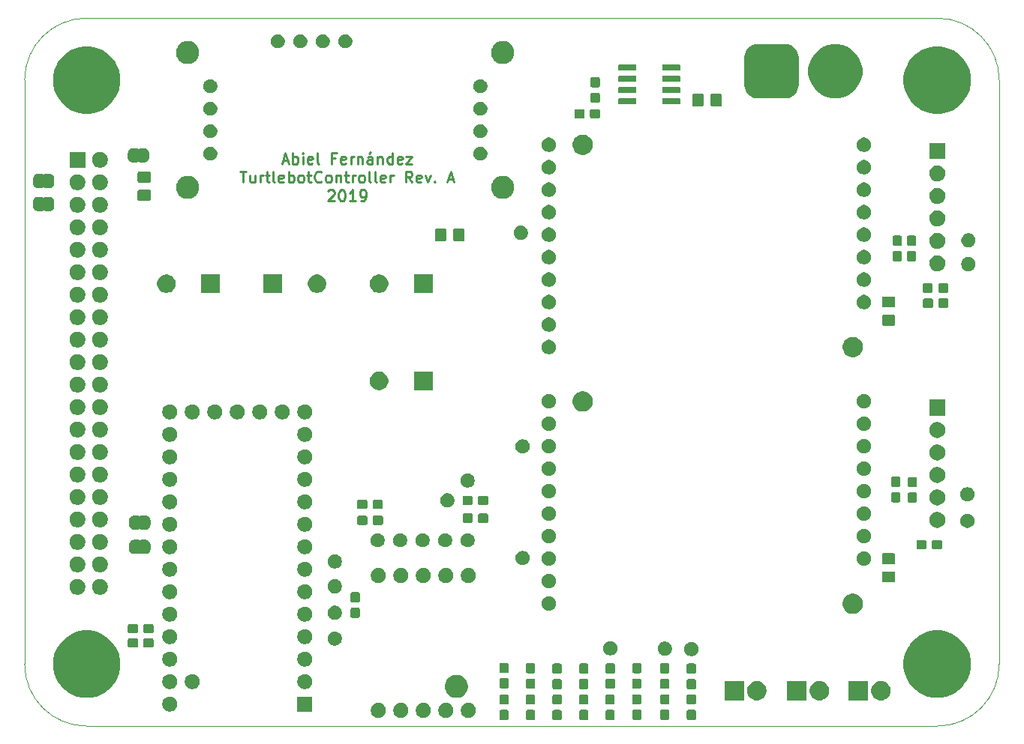
<source format=gbr>
G04 #@! TF.GenerationSoftware,KiCad,Pcbnew,5.1.5*
G04 #@! TF.CreationDate,2019-12-18T01:25:21-06:00*
G04 #@! TF.ProjectId,TurtlebotController,54757274-6c65-4626-9f74-436f6e74726f,rev?*
G04 #@! TF.SameCoordinates,Original*
G04 #@! TF.FileFunction,Soldermask,Top*
G04 #@! TF.FilePolarity,Negative*
%FSLAX46Y46*%
G04 Gerber Fmt 4.6, Leading zero omitted, Abs format (unit mm)*
G04 Created by KiCad (PCBNEW 5.1.5) date 2019-12-18 01:25:21*
%MOMM*%
%LPD*%
G04 APERTURE LIST*
%ADD10C,0.225000*%
%ADD11C,0.050000*%
%ADD12C,0.150000*%
G04 APERTURE END LIST*
D10*
X100638095Y-54508333D02*
X101233333Y-54508333D01*
X100519047Y-54865476D02*
X100935714Y-53615476D01*
X101352380Y-54865476D01*
X101769047Y-54865476D02*
X101769047Y-53615476D01*
X101769047Y-54091666D02*
X101888095Y-54032142D01*
X102126190Y-54032142D01*
X102245238Y-54091666D01*
X102304761Y-54151190D01*
X102364285Y-54270238D01*
X102364285Y-54627380D01*
X102304761Y-54746428D01*
X102245238Y-54805952D01*
X102126190Y-54865476D01*
X101888095Y-54865476D01*
X101769047Y-54805952D01*
X102900000Y-54865476D02*
X102900000Y-54032142D01*
X102900000Y-53615476D02*
X102840476Y-53675000D01*
X102900000Y-53734523D01*
X102959523Y-53675000D01*
X102900000Y-53615476D01*
X102900000Y-53734523D01*
X103971428Y-54805952D02*
X103852380Y-54865476D01*
X103614285Y-54865476D01*
X103495238Y-54805952D01*
X103435714Y-54686904D01*
X103435714Y-54210714D01*
X103495238Y-54091666D01*
X103614285Y-54032142D01*
X103852380Y-54032142D01*
X103971428Y-54091666D01*
X104030952Y-54210714D01*
X104030952Y-54329761D01*
X103435714Y-54448809D01*
X104745238Y-54865476D02*
X104626190Y-54805952D01*
X104566666Y-54686904D01*
X104566666Y-53615476D01*
X106590476Y-54210714D02*
X106173809Y-54210714D01*
X106173809Y-54865476D02*
X106173809Y-53615476D01*
X106769047Y-53615476D01*
X107721428Y-54805952D02*
X107602380Y-54865476D01*
X107364285Y-54865476D01*
X107245238Y-54805952D01*
X107185714Y-54686904D01*
X107185714Y-54210714D01*
X107245238Y-54091666D01*
X107364285Y-54032142D01*
X107602380Y-54032142D01*
X107721428Y-54091666D01*
X107780952Y-54210714D01*
X107780952Y-54329761D01*
X107185714Y-54448809D01*
X108316666Y-54865476D02*
X108316666Y-54032142D01*
X108316666Y-54270238D02*
X108376190Y-54151190D01*
X108435714Y-54091666D01*
X108554761Y-54032142D01*
X108673809Y-54032142D01*
X109090476Y-54032142D02*
X109090476Y-54865476D01*
X109090476Y-54151190D02*
X109150000Y-54091666D01*
X109269047Y-54032142D01*
X109447619Y-54032142D01*
X109566666Y-54091666D01*
X109626190Y-54210714D01*
X109626190Y-54865476D01*
X110757142Y-54865476D02*
X110757142Y-54210714D01*
X110697619Y-54091666D01*
X110578571Y-54032142D01*
X110340476Y-54032142D01*
X110221428Y-54091666D01*
X110757142Y-54805952D02*
X110638095Y-54865476D01*
X110340476Y-54865476D01*
X110221428Y-54805952D01*
X110161904Y-54686904D01*
X110161904Y-54567857D01*
X110221428Y-54448809D01*
X110340476Y-54389285D01*
X110638095Y-54389285D01*
X110757142Y-54329761D01*
X110578571Y-53555952D02*
X110400000Y-53734523D01*
X111352380Y-54032142D02*
X111352380Y-54865476D01*
X111352380Y-54151190D02*
X111411904Y-54091666D01*
X111530952Y-54032142D01*
X111709523Y-54032142D01*
X111828571Y-54091666D01*
X111888095Y-54210714D01*
X111888095Y-54865476D01*
X113019047Y-54865476D02*
X113019047Y-53615476D01*
X113019047Y-54805952D02*
X112900000Y-54865476D01*
X112661904Y-54865476D01*
X112542857Y-54805952D01*
X112483333Y-54746428D01*
X112423809Y-54627380D01*
X112423809Y-54270238D01*
X112483333Y-54151190D01*
X112542857Y-54091666D01*
X112661904Y-54032142D01*
X112900000Y-54032142D01*
X113019047Y-54091666D01*
X114090476Y-54805952D02*
X113971428Y-54865476D01*
X113733333Y-54865476D01*
X113614285Y-54805952D01*
X113554761Y-54686904D01*
X113554761Y-54210714D01*
X113614285Y-54091666D01*
X113733333Y-54032142D01*
X113971428Y-54032142D01*
X114090476Y-54091666D01*
X114150000Y-54210714D01*
X114150000Y-54329761D01*
X113554761Y-54448809D01*
X114566666Y-54032142D02*
X115221428Y-54032142D01*
X114566666Y-54865476D01*
X115221428Y-54865476D01*
X95816666Y-55715476D02*
X96530952Y-55715476D01*
X96173809Y-56965476D02*
X96173809Y-55715476D01*
X97483333Y-56132142D02*
X97483333Y-56965476D01*
X96947619Y-56132142D02*
X96947619Y-56786904D01*
X97007142Y-56905952D01*
X97126190Y-56965476D01*
X97304761Y-56965476D01*
X97423809Y-56905952D01*
X97483333Y-56846428D01*
X98078571Y-56965476D02*
X98078571Y-56132142D01*
X98078571Y-56370238D02*
X98138095Y-56251190D01*
X98197619Y-56191666D01*
X98316666Y-56132142D01*
X98435714Y-56132142D01*
X98673809Y-56132142D02*
X99150000Y-56132142D01*
X98852380Y-55715476D02*
X98852380Y-56786904D01*
X98911904Y-56905952D01*
X99030952Y-56965476D01*
X99150000Y-56965476D01*
X99745238Y-56965476D02*
X99626190Y-56905952D01*
X99566666Y-56786904D01*
X99566666Y-55715476D01*
X100697619Y-56905952D02*
X100578571Y-56965476D01*
X100340476Y-56965476D01*
X100221428Y-56905952D01*
X100161904Y-56786904D01*
X100161904Y-56310714D01*
X100221428Y-56191666D01*
X100340476Y-56132142D01*
X100578571Y-56132142D01*
X100697619Y-56191666D01*
X100757142Y-56310714D01*
X100757142Y-56429761D01*
X100161904Y-56548809D01*
X101292857Y-56965476D02*
X101292857Y-55715476D01*
X101292857Y-56191666D02*
X101411904Y-56132142D01*
X101650000Y-56132142D01*
X101769047Y-56191666D01*
X101828571Y-56251190D01*
X101888095Y-56370238D01*
X101888095Y-56727380D01*
X101828571Y-56846428D01*
X101769047Y-56905952D01*
X101650000Y-56965476D01*
X101411904Y-56965476D01*
X101292857Y-56905952D01*
X102602380Y-56965476D02*
X102483333Y-56905952D01*
X102423809Y-56846428D01*
X102364285Y-56727380D01*
X102364285Y-56370238D01*
X102423809Y-56251190D01*
X102483333Y-56191666D01*
X102602380Y-56132142D01*
X102780952Y-56132142D01*
X102900000Y-56191666D01*
X102959523Y-56251190D01*
X103019047Y-56370238D01*
X103019047Y-56727380D01*
X102959523Y-56846428D01*
X102900000Y-56905952D01*
X102780952Y-56965476D01*
X102602380Y-56965476D01*
X103376190Y-56132142D02*
X103852380Y-56132142D01*
X103554761Y-55715476D02*
X103554761Y-56786904D01*
X103614285Y-56905952D01*
X103733333Y-56965476D01*
X103852380Y-56965476D01*
X104983333Y-56846428D02*
X104923809Y-56905952D01*
X104745238Y-56965476D01*
X104626190Y-56965476D01*
X104447619Y-56905952D01*
X104328571Y-56786904D01*
X104269047Y-56667857D01*
X104209523Y-56429761D01*
X104209523Y-56251190D01*
X104269047Y-56013095D01*
X104328571Y-55894047D01*
X104447619Y-55775000D01*
X104626190Y-55715476D01*
X104745238Y-55715476D01*
X104923809Y-55775000D01*
X104983333Y-55834523D01*
X105697619Y-56965476D02*
X105578571Y-56905952D01*
X105519047Y-56846428D01*
X105459523Y-56727380D01*
X105459523Y-56370238D01*
X105519047Y-56251190D01*
X105578571Y-56191666D01*
X105697619Y-56132142D01*
X105876190Y-56132142D01*
X105995238Y-56191666D01*
X106054761Y-56251190D01*
X106114285Y-56370238D01*
X106114285Y-56727380D01*
X106054761Y-56846428D01*
X105995238Y-56905952D01*
X105876190Y-56965476D01*
X105697619Y-56965476D01*
X106650000Y-56132142D02*
X106650000Y-56965476D01*
X106650000Y-56251190D02*
X106709523Y-56191666D01*
X106828571Y-56132142D01*
X107007142Y-56132142D01*
X107126190Y-56191666D01*
X107185714Y-56310714D01*
X107185714Y-56965476D01*
X107602380Y-56132142D02*
X108078571Y-56132142D01*
X107780952Y-55715476D02*
X107780952Y-56786904D01*
X107840476Y-56905952D01*
X107959523Y-56965476D01*
X108078571Y-56965476D01*
X108495238Y-56965476D02*
X108495238Y-56132142D01*
X108495238Y-56370238D02*
X108554761Y-56251190D01*
X108614285Y-56191666D01*
X108733333Y-56132142D01*
X108852380Y-56132142D01*
X109447619Y-56965476D02*
X109328571Y-56905952D01*
X109269047Y-56846428D01*
X109209523Y-56727380D01*
X109209523Y-56370238D01*
X109269047Y-56251190D01*
X109328571Y-56191666D01*
X109447619Y-56132142D01*
X109626190Y-56132142D01*
X109745238Y-56191666D01*
X109804761Y-56251190D01*
X109864285Y-56370238D01*
X109864285Y-56727380D01*
X109804761Y-56846428D01*
X109745238Y-56905952D01*
X109626190Y-56965476D01*
X109447619Y-56965476D01*
X110578571Y-56965476D02*
X110459523Y-56905952D01*
X110400000Y-56786904D01*
X110400000Y-55715476D01*
X111233333Y-56965476D02*
X111114285Y-56905952D01*
X111054761Y-56786904D01*
X111054761Y-55715476D01*
X112185714Y-56905952D02*
X112066666Y-56965476D01*
X111828571Y-56965476D01*
X111709523Y-56905952D01*
X111650000Y-56786904D01*
X111650000Y-56310714D01*
X111709523Y-56191666D01*
X111828571Y-56132142D01*
X112066666Y-56132142D01*
X112185714Y-56191666D01*
X112245238Y-56310714D01*
X112245238Y-56429761D01*
X111650000Y-56548809D01*
X112780952Y-56965476D02*
X112780952Y-56132142D01*
X112780952Y-56370238D02*
X112840476Y-56251190D01*
X112900000Y-56191666D01*
X113019047Y-56132142D01*
X113138095Y-56132142D01*
X115221428Y-56965476D02*
X114804761Y-56370238D01*
X114507142Y-56965476D02*
X114507142Y-55715476D01*
X114983333Y-55715476D01*
X115102380Y-55775000D01*
X115161904Y-55834523D01*
X115221428Y-55953571D01*
X115221428Y-56132142D01*
X115161904Y-56251190D01*
X115102380Y-56310714D01*
X114983333Y-56370238D01*
X114507142Y-56370238D01*
X116233333Y-56905952D02*
X116114285Y-56965476D01*
X115876190Y-56965476D01*
X115757142Y-56905952D01*
X115697619Y-56786904D01*
X115697619Y-56310714D01*
X115757142Y-56191666D01*
X115876190Y-56132142D01*
X116114285Y-56132142D01*
X116233333Y-56191666D01*
X116292857Y-56310714D01*
X116292857Y-56429761D01*
X115697619Y-56548809D01*
X116709523Y-56132142D02*
X117007142Y-56965476D01*
X117304761Y-56132142D01*
X117780952Y-56846428D02*
X117840476Y-56905952D01*
X117780952Y-56965476D01*
X117721428Y-56905952D01*
X117780952Y-56846428D01*
X117780952Y-56965476D01*
X119269047Y-56608333D02*
X119864285Y-56608333D01*
X119149999Y-56965476D02*
X119566666Y-55715476D01*
X119983333Y-56965476D01*
X105757142Y-57934523D02*
X105816666Y-57875000D01*
X105935714Y-57815476D01*
X106233333Y-57815476D01*
X106352380Y-57875000D01*
X106411904Y-57934523D01*
X106471428Y-58053571D01*
X106471428Y-58172619D01*
X106411904Y-58351190D01*
X105697619Y-59065476D01*
X106471428Y-59065476D01*
X107245238Y-57815476D02*
X107364285Y-57815476D01*
X107483333Y-57875000D01*
X107542857Y-57934523D01*
X107602380Y-58053571D01*
X107661904Y-58291666D01*
X107661904Y-58589285D01*
X107602380Y-58827380D01*
X107542857Y-58946428D01*
X107483333Y-59005952D01*
X107364285Y-59065476D01*
X107245238Y-59065476D01*
X107126190Y-59005952D01*
X107066666Y-58946428D01*
X107007142Y-58827380D01*
X106947619Y-58589285D01*
X106947619Y-58291666D01*
X107007142Y-58053571D01*
X107066666Y-57934523D01*
X107126190Y-57875000D01*
X107245238Y-57815476D01*
X108852380Y-59065476D02*
X108138095Y-59065476D01*
X108495238Y-59065476D02*
X108495238Y-57815476D01*
X108376190Y-57994047D01*
X108257142Y-58113095D01*
X108138095Y-58172619D01*
X109447619Y-59065476D02*
X109685714Y-59065476D01*
X109804761Y-59005952D01*
X109864285Y-58946428D01*
X109983333Y-58767857D01*
X110042857Y-58529761D01*
X110042857Y-58053571D01*
X109983333Y-57934523D01*
X109923809Y-57875000D01*
X109804761Y-57815476D01*
X109566666Y-57815476D01*
X109447619Y-57875000D01*
X109388095Y-57934523D01*
X109328571Y-58053571D01*
X109328571Y-58351190D01*
X109388095Y-58470238D01*
X109447619Y-58529761D01*
X109566666Y-58589285D01*
X109804761Y-58589285D01*
X109923809Y-58529761D01*
X109983333Y-58470238D01*
X110042857Y-58351190D01*
D11*
X174500000Y-118400000D02*
X78500000Y-118400000D01*
X181500000Y-45400000D02*
X181500000Y-111400000D01*
X78500000Y-38400000D02*
X174500000Y-38400000D01*
X71500000Y-111400000D02*
X71500000Y-45400000D01*
X181500000Y-111400000D02*
G75*
G02X174500000Y-118400000I-7000000J0D01*
G01*
X174500000Y-38400000D02*
G75*
G02X181500000Y-45400000I0J-7000000D01*
G01*
X78500000Y-118400000D02*
G75*
G02X71500000Y-111400000I0J7000000D01*
G01*
X71500000Y-45400000D02*
G75*
G02X78500000Y-38400000I7000000J0D01*
G01*
D12*
G36*
X131964499Y-116578445D02*
G01*
X132001995Y-116589820D01*
X132036554Y-116608292D01*
X132066847Y-116633153D01*
X132091708Y-116663446D01*
X132110180Y-116698005D01*
X132121555Y-116735501D01*
X132126000Y-116780638D01*
X132126000Y-117519362D01*
X132121555Y-117564499D01*
X132110180Y-117601995D01*
X132091708Y-117636554D01*
X132066847Y-117666847D01*
X132036554Y-117691708D01*
X132001995Y-117710180D01*
X131964499Y-117721555D01*
X131919362Y-117726000D01*
X131280638Y-117726000D01*
X131235501Y-117721555D01*
X131198005Y-117710180D01*
X131163446Y-117691708D01*
X131133153Y-117666847D01*
X131108292Y-117636554D01*
X131089820Y-117601995D01*
X131078445Y-117564499D01*
X131074000Y-117519362D01*
X131074000Y-116780638D01*
X131078445Y-116735501D01*
X131089820Y-116698005D01*
X131108292Y-116663446D01*
X131133153Y-116633153D01*
X131163446Y-116608292D01*
X131198005Y-116589820D01*
X131235501Y-116578445D01*
X131280638Y-116574000D01*
X131919362Y-116574000D01*
X131964499Y-116578445D01*
G37*
G36*
X134964499Y-116578445D02*
G01*
X135001995Y-116589820D01*
X135036554Y-116608292D01*
X135066847Y-116633153D01*
X135091708Y-116663446D01*
X135110180Y-116698005D01*
X135121555Y-116735501D01*
X135126000Y-116780638D01*
X135126000Y-117519362D01*
X135121555Y-117564499D01*
X135110180Y-117601995D01*
X135091708Y-117636554D01*
X135066847Y-117666847D01*
X135036554Y-117691708D01*
X135001995Y-117710180D01*
X134964499Y-117721555D01*
X134919362Y-117726000D01*
X134280638Y-117726000D01*
X134235501Y-117721555D01*
X134198005Y-117710180D01*
X134163446Y-117691708D01*
X134133153Y-117666847D01*
X134108292Y-117636554D01*
X134089820Y-117601995D01*
X134078445Y-117564499D01*
X134074000Y-117519362D01*
X134074000Y-116780638D01*
X134078445Y-116735501D01*
X134089820Y-116698005D01*
X134108292Y-116663446D01*
X134133153Y-116633153D01*
X134163446Y-116608292D01*
X134198005Y-116589820D01*
X134235501Y-116578445D01*
X134280638Y-116574000D01*
X134919362Y-116574000D01*
X134964499Y-116578445D01*
G37*
G36*
X137939499Y-116578445D02*
G01*
X137976995Y-116589820D01*
X138011554Y-116608292D01*
X138041847Y-116633153D01*
X138066708Y-116663446D01*
X138085180Y-116698005D01*
X138096555Y-116735501D01*
X138101000Y-116780638D01*
X138101000Y-117519362D01*
X138096555Y-117564499D01*
X138085180Y-117601995D01*
X138066708Y-117636554D01*
X138041847Y-117666847D01*
X138011554Y-117691708D01*
X137976995Y-117710180D01*
X137939499Y-117721555D01*
X137894362Y-117726000D01*
X137255638Y-117726000D01*
X137210501Y-117721555D01*
X137173005Y-117710180D01*
X137138446Y-117691708D01*
X137108153Y-117666847D01*
X137083292Y-117636554D01*
X137064820Y-117601995D01*
X137053445Y-117564499D01*
X137049000Y-117519362D01*
X137049000Y-116780638D01*
X137053445Y-116735501D01*
X137064820Y-116698005D01*
X137083292Y-116663446D01*
X137108153Y-116633153D01*
X137138446Y-116608292D01*
X137173005Y-116589820D01*
X137210501Y-116578445D01*
X137255638Y-116574000D01*
X137894362Y-116574000D01*
X137939499Y-116578445D01*
G37*
G36*
X128964499Y-116578445D02*
G01*
X129001995Y-116589820D01*
X129036554Y-116608292D01*
X129066847Y-116633153D01*
X129091708Y-116663446D01*
X129110180Y-116698005D01*
X129121555Y-116735501D01*
X129126000Y-116780638D01*
X129126000Y-117519362D01*
X129121555Y-117564499D01*
X129110180Y-117601995D01*
X129091708Y-117636554D01*
X129066847Y-117666847D01*
X129036554Y-117691708D01*
X129001995Y-117710180D01*
X128964499Y-117721555D01*
X128919362Y-117726000D01*
X128280638Y-117726000D01*
X128235501Y-117721555D01*
X128198005Y-117710180D01*
X128163446Y-117691708D01*
X128133153Y-117666847D01*
X128108292Y-117636554D01*
X128089820Y-117601995D01*
X128078445Y-117564499D01*
X128074000Y-117519362D01*
X128074000Y-116780638D01*
X128078445Y-116735501D01*
X128089820Y-116698005D01*
X128108292Y-116663446D01*
X128133153Y-116633153D01*
X128163446Y-116608292D01*
X128198005Y-116589820D01*
X128235501Y-116578445D01*
X128280638Y-116574000D01*
X128919362Y-116574000D01*
X128964499Y-116578445D01*
G37*
G36*
X125964499Y-116578445D02*
G01*
X126001995Y-116589820D01*
X126036554Y-116608292D01*
X126066847Y-116633153D01*
X126091708Y-116663446D01*
X126110180Y-116698005D01*
X126121555Y-116735501D01*
X126126000Y-116780638D01*
X126126000Y-117519362D01*
X126121555Y-117564499D01*
X126110180Y-117601995D01*
X126091708Y-117636554D01*
X126066847Y-117666847D01*
X126036554Y-117691708D01*
X126001995Y-117710180D01*
X125964499Y-117721555D01*
X125919362Y-117726000D01*
X125280638Y-117726000D01*
X125235501Y-117721555D01*
X125198005Y-117710180D01*
X125163446Y-117691708D01*
X125133153Y-117666847D01*
X125108292Y-117636554D01*
X125089820Y-117601995D01*
X125078445Y-117564499D01*
X125074000Y-117519362D01*
X125074000Y-116780638D01*
X125078445Y-116735501D01*
X125089820Y-116698005D01*
X125108292Y-116663446D01*
X125133153Y-116633153D01*
X125163446Y-116608292D01*
X125198005Y-116589820D01*
X125235501Y-116578445D01*
X125280638Y-116574000D01*
X125919362Y-116574000D01*
X125964499Y-116578445D01*
G37*
G36*
X144114499Y-116553445D02*
G01*
X144151995Y-116564820D01*
X144186554Y-116583292D01*
X144216847Y-116608153D01*
X144241708Y-116638446D01*
X144260180Y-116673005D01*
X144271555Y-116710501D01*
X144276000Y-116755638D01*
X144276000Y-117494362D01*
X144271555Y-117539499D01*
X144260180Y-117576995D01*
X144241708Y-117611554D01*
X144216847Y-117641847D01*
X144186554Y-117666708D01*
X144151995Y-117685180D01*
X144114499Y-117696555D01*
X144069362Y-117701000D01*
X143430638Y-117701000D01*
X143385501Y-117696555D01*
X143348005Y-117685180D01*
X143313446Y-117666708D01*
X143283153Y-117641847D01*
X143258292Y-117611554D01*
X143239820Y-117576995D01*
X143228445Y-117539499D01*
X143224000Y-117494362D01*
X143224000Y-116755638D01*
X143228445Y-116710501D01*
X143239820Y-116673005D01*
X143258292Y-116638446D01*
X143283153Y-116608153D01*
X143313446Y-116583292D01*
X143348005Y-116564820D01*
X143385501Y-116553445D01*
X143430638Y-116549000D01*
X144069362Y-116549000D01*
X144114499Y-116553445D01*
G37*
G36*
X147114499Y-116553445D02*
G01*
X147151995Y-116564820D01*
X147186554Y-116583292D01*
X147216847Y-116608153D01*
X147241708Y-116638446D01*
X147260180Y-116673005D01*
X147271555Y-116710501D01*
X147276000Y-116755638D01*
X147276000Y-117494362D01*
X147271555Y-117539499D01*
X147260180Y-117576995D01*
X147241708Y-117611554D01*
X147216847Y-117641847D01*
X147186554Y-117666708D01*
X147151995Y-117685180D01*
X147114499Y-117696555D01*
X147069362Y-117701000D01*
X146430638Y-117701000D01*
X146385501Y-117696555D01*
X146348005Y-117685180D01*
X146313446Y-117666708D01*
X146283153Y-117641847D01*
X146258292Y-117611554D01*
X146239820Y-117576995D01*
X146228445Y-117539499D01*
X146224000Y-117494362D01*
X146224000Y-116755638D01*
X146228445Y-116710501D01*
X146239820Y-116673005D01*
X146258292Y-116638446D01*
X146283153Y-116608153D01*
X146313446Y-116583292D01*
X146348005Y-116564820D01*
X146385501Y-116553445D01*
X146430638Y-116549000D01*
X147069362Y-116549000D01*
X147114499Y-116553445D01*
G37*
G36*
X140964499Y-116553445D02*
G01*
X141001995Y-116564820D01*
X141036554Y-116583292D01*
X141066847Y-116608153D01*
X141091708Y-116638446D01*
X141110180Y-116673005D01*
X141121555Y-116710501D01*
X141126000Y-116755638D01*
X141126000Y-117494362D01*
X141121555Y-117539499D01*
X141110180Y-117576995D01*
X141091708Y-117611554D01*
X141066847Y-117641847D01*
X141036554Y-117666708D01*
X141001995Y-117685180D01*
X140964499Y-117696555D01*
X140919362Y-117701000D01*
X140280638Y-117701000D01*
X140235501Y-117696555D01*
X140198005Y-117685180D01*
X140163446Y-117666708D01*
X140133153Y-117641847D01*
X140108292Y-117611554D01*
X140089820Y-117576995D01*
X140078445Y-117539499D01*
X140074000Y-117494362D01*
X140074000Y-116755638D01*
X140078445Y-116710501D01*
X140089820Y-116673005D01*
X140108292Y-116638446D01*
X140133153Y-116608153D01*
X140163446Y-116583292D01*
X140198005Y-116564820D01*
X140235501Y-116553445D01*
X140280638Y-116549000D01*
X140919362Y-116549000D01*
X140964499Y-116553445D01*
G37*
G36*
X121828228Y-115801703D02*
G01*
X121983100Y-115865853D01*
X122122481Y-115958985D01*
X122241015Y-116077519D01*
X122334147Y-116216900D01*
X122398297Y-116371772D01*
X122431000Y-116536184D01*
X122431000Y-116703816D01*
X122398297Y-116868228D01*
X122334147Y-117023100D01*
X122241015Y-117162481D01*
X122122481Y-117281015D01*
X121983100Y-117374147D01*
X121828228Y-117438297D01*
X121663816Y-117471000D01*
X121496184Y-117471000D01*
X121331772Y-117438297D01*
X121176900Y-117374147D01*
X121037519Y-117281015D01*
X120918985Y-117162481D01*
X120825853Y-117023100D01*
X120761703Y-116868228D01*
X120729000Y-116703816D01*
X120729000Y-116536184D01*
X120761703Y-116371772D01*
X120825853Y-116216900D01*
X120918985Y-116077519D01*
X121037519Y-115958985D01*
X121176900Y-115865853D01*
X121331772Y-115801703D01*
X121496184Y-115769000D01*
X121663816Y-115769000D01*
X121828228Y-115801703D01*
G37*
G36*
X119288228Y-115801703D02*
G01*
X119443100Y-115865853D01*
X119582481Y-115958985D01*
X119701015Y-116077519D01*
X119794147Y-116216900D01*
X119858297Y-116371772D01*
X119891000Y-116536184D01*
X119891000Y-116703816D01*
X119858297Y-116868228D01*
X119794147Y-117023100D01*
X119701015Y-117162481D01*
X119582481Y-117281015D01*
X119443100Y-117374147D01*
X119288228Y-117438297D01*
X119123816Y-117471000D01*
X118956184Y-117471000D01*
X118791772Y-117438297D01*
X118636900Y-117374147D01*
X118497519Y-117281015D01*
X118378985Y-117162481D01*
X118285853Y-117023100D01*
X118221703Y-116868228D01*
X118189000Y-116703816D01*
X118189000Y-116536184D01*
X118221703Y-116371772D01*
X118285853Y-116216900D01*
X118378985Y-116077519D01*
X118497519Y-115958985D01*
X118636900Y-115865853D01*
X118791772Y-115801703D01*
X118956184Y-115769000D01*
X119123816Y-115769000D01*
X119288228Y-115801703D01*
G37*
G36*
X116748228Y-115801703D02*
G01*
X116903100Y-115865853D01*
X117042481Y-115958985D01*
X117161015Y-116077519D01*
X117254147Y-116216900D01*
X117318297Y-116371772D01*
X117351000Y-116536184D01*
X117351000Y-116703816D01*
X117318297Y-116868228D01*
X117254147Y-117023100D01*
X117161015Y-117162481D01*
X117042481Y-117281015D01*
X116903100Y-117374147D01*
X116748228Y-117438297D01*
X116583816Y-117471000D01*
X116416184Y-117471000D01*
X116251772Y-117438297D01*
X116096900Y-117374147D01*
X115957519Y-117281015D01*
X115838985Y-117162481D01*
X115745853Y-117023100D01*
X115681703Y-116868228D01*
X115649000Y-116703816D01*
X115649000Y-116536184D01*
X115681703Y-116371772D01*
X115745853Y-116216900D01*
X115838985Y-116077519D01*
X115957519Y-115958985D01*
X116096900Y-115865853D01*
X116251772Y-115801703D01*
X116416184Y-115769000D01*
X116583816Y-115769000D01*
X116748228Y-115801703D01*
G37*
G36*
X114208228Y-115801703D02*
G01*
X114363100Y-115865853D01*
X114502481Y-115958985D01*
X114621015Y-116077519D01*
X114714147Y-116216900D01*
X114778297Y-116371772D01*
X114811000Y-116536184D01*
X114811000Y-116703816D01*
X114778297Y-116868228D01*
X114714147Y-117023100D01*
X114621015Y-117162481D01*
X114502481Y-117281015D01*
X114363100Y-117374147D01*
X114208228Y-117438297D01*
X114043816Y-117471000D01*
X113876184Y-117471000D01*
X113711772Y-117438297D01*
X113556900Y-117374147D01*
X113417519Y-117281015D01*
X113298985Y-117162481D01*
X113205853Y-117023100D01*
X113141703Y-116868228D01*
X113109000Y-116703816D01*
X113109000Y-116536184D01*
X113141703Y-116371772D01*
X113205853Y-116216900D01*
X113298985Y-116077519D01*
X113417519Y-115958985D01*
X113556900Y-115865853D01*
X113711772Y-115801703D01*
X113876184Y-115769000D01*
X114043816Y-115769000D01*
X114208228Y-115801703D01*
G37*
G36*
X111668228Y-115801703D02*
G01*
X111823100Y-115865853D01*
X111962481Y-115958985D01*
X112081015Y-116077519D01*
X112174147Y-116216900D01*
X112238297Y-116371772D01*
X112271000Y-116536184D01*
X112271000Y-116703816D01*
X112238297Y-116868228D01*
X112174147Y-117023100D01*
X112081015Y-117162481D01*
X111962481Y-117281015D01*
X111823100Y-117374147D01*
X111668228Y-117438297D01*
X111503816Y-117471000D01*
X111336184Y-117471000D01*
X111171772Y-117438297D01*
X111016900Y-117374147D01*
X110877519Y-117281015D01*
X110758985Y-117162481D01*
X110665853Y-117023100D01*
X110601703Y-116868228D01*
X110569000Y-116703816D01*
X110569000Y-116536184D01*
X110601703Y-116371772D01*
X110665853Y-116216900D01*
X110758985Y-116077519D01*
X110877519Y-115958985D01*
X111016900Y-115865853D01*
X111171772Y-115801703D01*
X111336184Y-115769000D01*
X111503816Y-115769000D01*
X111668228Y-115801703D01*
G37*
G36*
X103971000Y-116761000D02*
G01*
X102269000Y-116761000D01*
X102269000Y-115059000D01*
X103971000Y-115059000D01*
X103971000Y-116761000D01*
G37*
G36*
X88128228Y-115091703D02*
G01*
X88283100Y-115155853D01*
X88422481Y-115248985D01*
X88541015Y-115367519D01*
X88634147Y-115506900D01*
X88698297Y-115661772D01*
X88731000Y-115826184D01*
X88731000Y-115993816D01*
X88698297Y-116158228D01*
X88634147Y-116313100D01*
X88541015Y-116452481D01*
X88422481Y-116571015D01*
X88283100Y-116664147D01*
X88128228Y-116728297D01*
X87963816Y-116761000D01*
X87796184Y-116761000D01*
X87631772Y-116728297D01*
X87476900Y-116664147D01*
X87337519Y-116571015D01*
X87218985Y-116452481D01*
X87125853Y-116313100D01*
X87061703Y-116158228D01*
X87029000Y-115993816D01*
X87029000Y-115826184D01*
X87061703Y-115661772D01*
X87125853Y-115506900D01*
X87218985Y-115367519D01*
X87337519Y-115248985D01*
X87476900Y-115155853D01*
X87631772Y-115091703D01*
X87796184Y-115059000D01*
X87963816Y-115059000D01*
X88128228Y-115091703D01*
G37*
G36*
X125964499Y-114828445D02*
G01*
X126001995Y-114839820D01*
X126036554Y-114858292D01*
X126066847Y-114883153D01*
X126091708Y-114913446D01*
X126110180Y-114948005D01*
X126121555Y-114985501D01*
X126126000Y-115030638D01*
X126126000Y-115769362D01*
X126121555Y-115814499D01*
X126110180Y-115851995D01*
X126091708Y-115886554D01*
X126066847Y-115916847D01*
X126036554Y-115941708D01*
X126001995Y-115960180D01*
X125964499Y-115971555D01*
X125919362Y-115976000D01*
X125280638Y-115976000D01*
X125235501Y-115971555D01*
X125198005Y-115960180D01*
X125163446Y-115941708D01*
X125133153Y-115916847D01*
X125108292Y-115886554D01*
X125089820Y-115851995D01*
X125078445Y-115814499D01*
X125074000Y-115769362D01*
X125074000Y-115030638D01*
X125078445Y-114985501D01*
X125089820Y-114948005D01*
X125108292Y-114913446D01*
X125133153Y-114883153D01*
X125163446Y-114858292D01*
X125198005Y-114839820D01*
X125235501Y-114828445D01*
X125280638Y-114824000D01*
X125919362Y-114824000D01*
X125964499Y-114828445D01*
G37*
G36*
X134964499Y-114828445D02*
G01*
X135001995Y-114839820D01*
X135036554Y-114858292D01*
X135066847Y-114883153D01*
X135091708Y-114913446D01*
X135110180Y-114948005D01*
X135121555Y-114985501D01*
X135126000Y-115030638D01*
X135126000Y-115769362D01*
X135121555Y-115814499D01*
X135110180Y-115851995D01*
X135091708Y-115886554D01*
X135066847Y-115916847D01*
X135036554Y-115941708D01*
X135001995Y-115960180D01*
X134964499Y-115971555D01*
X134919362Y-115976000D01*
X134280638Y-115976000D01*
X134235501Y-115971555D01*
X134198005Y-115960180D01*
X134163446Y-115941708D01*
X134133153Y-115916847D01*
X134108292Y-115886554D01*
X134089820Y-115851995D01*
X134078445Y-115814499D01*
X134074000Y-115769362D01*
X134074000Y-115030638D01*
X134078445Y-114985501D01*
X134089820Y-114948005D01*
X134108292Y-114913446D01*
X134133153Y-114883153D01*
X134163446Y-114858292D01*
X134198005Y-114839820D01*
X134235501Y-114828445D01*
X134280638Y-114824000D01*
X134919362Y-114824000D01*
X134964499Y-114828445D01*
G37*
G36*
X131964499Y-114828445D02*
G01*
X132001995Y-114839820D01*
X132036554Y-114858292D01*
X132066847Y-114883153D01*
X132091708Y-114913446D01*
X132110180Y-114948005D01*
X132121555Y-114985501D01*
X132126000Y-115030638D01*
X132126000Y-115769362D01*
X132121555Y-115814499D01*
X132110180Y-115851995D01*
X132091708Y-115886554D01*
X132066847Y-115916847D01*
X132036554Y-115941708D01*
X132001995Y-115960180D01*
X131964499Y-115971555D01*
X131919362Y-115976000D01*
X131280638Y-115976000D01*
X131235501Y-115971555D01*
X131198005Y-115960180D01*
X131163446Y-115941708D01*
X131133153Y-115916847D01*
X131108292Y-115886554D01*
X131089820Y-115851995D01*
X131078445Y-115814499D01*
X131074000Y-115769362D01*
X131074000Y-115030638D01*
X131078445Y-114985501D01*
X131089820Y-114948005D01*
X131108292Y-114913446D01*
X131133153Y-114883153D01*
X131163446Y-114858292D01*
X131198005Y-114839820D01*
X131235501Y-114828445D01*
X131280638Y-114824000D01*
X131919362Y-114824000D01*
X131964499Y-114828445D01*
G37*
G36*
X128964499Y-114828445D02*
G01*
X129001995Y-114839820D01*
X129036554Y-114858292D01*
X129066847Y-114883153D01*
X129091708Y-114913446D01*
X129110180Y-114948005D01*
X129121555Y-114985501D01*
X129126000Y-115030638D01*
X129126000Y-115769362D01*
X129121555Y-115814499D01*
X129110180Y-115851995D01*
X129091708Y-115886554D01*
X129066847Y-115916847D01*
X129036554Y-115941708D01*
X129001995Y-115960180D01*
X128964499Y-115971555D01*
X128919362Y-115976000D01*
X128280638Y-115976000D01*
X128235501Y-115971555D01*
X128198005Y-115960180D01*
X128163446Y-115941708D01*
X128133153Y-115916847D01*
X128108292Y-115886554D01*
X128089820Y-115851995D01*
X128078445Y-115814499D01*
X128074000Y-115769362D01*
X128074000Y-115030638D01*
X128078445Y-114985501D01*
X128089820Y-114948005D01*
X128108292Y-114913446D01*
X128133153Y-114883153D01*
X128163446Y-114858292D01*
X128198005Y-114839820D01*
X128235501Y-114828445D01*
X128280638Y-114824000D01*
X128919362Y-114824000D01*
X128964499Y-114828445D01*
G37*
G36*
X137939499Y-114828445D02*
G01*
X137976995Y-114839820D01*
X138011554Y-114858292D01*
X138041847Y-114883153D01*
X138066708Y-114913446D01*
X138085180Y-114948005D01*
X138096555Y-114985501D01*
X138101000Y-115030638D01*
X138101000Y-115769362D01*
X138096555Y-115814499D01*
X138085180Y-115851995D01*
X138066708Y-115886554D01*
X138041847Y-115916847D01*
X138011554Y-115941708D01*
X137976995Y-115960180D01*
X137939499Y-115971555D01*
X137894362Y-115976000D01*
X137255638Y-115976000D01*
X137210501Y-115971555D01*
X137173005Y-115960180D01*
X137138446Y-115941708D01*
X137108153Y-115916847D01*
X137083292Y-115886554D01*
X137064820Y-115851995D01*
X137053445Y-115814499D01*
X137049000Y-115769362D01*
X137049000Y-115030638D01*
X137053445Y-114985501D01*
X137064820Y-114948005D01*
X137083292Y-114913446D01*
X137108153Y-114883153D01*
X137138446Y-114858292D01*
X137173005Y-114839820D01*
X137210501Y-114828445D01*
X137255638Y-114824000D01*
X137894362Y-114824000D01*
X137939499Y-114828445D01*
G37*
G36*
X140964499Y-114803445D02*
G01*
X141001995Y-114814820D01*
X141036554Y-114833292D01*
X141066847Y-114858153D01*
X141091708Y-114888446D01*
X141110180Y-114923005D01*
X141121555Y-114960501D01*
X141126000Y-115005638D01*
X141126000Y-115744362D01*
X141121555Y-115789499D01*
X141110180Y-115826995D01*
X141091708Y-115861554D01*
X141066847Y-115891847D01*
X141036554Y-115916708D01*
X141001995Y-115935180D01*
X140964499Y-115946555D01*
X140919362Y-115951000D01*
X140280638Y-115951000D01*
X140235501Y-115946555D01*
X140198005Y-115935180D01*
X140163446Y-115916708D01*
X140133153Y-115891847D01*
X140108292Y-115861554D01*
X140089820Y-115826995D01*
X140078445Y-115789499D01*
X140074000Y-115744362D01*
X140074000Y-115005638D01*
X140078445Y-114960501D01*
X140089820Y-114923005D01*
X140108292Y-114888446D01*
X140133153Y-114858153D01*
X140163446Y-114833292D01*
X140198005Y-114814820D01*
X140235501Y-114803445D01*
X140280638Y-114799000D01*
X140919362Y-114799000D01*
X140964499Y-114803445D01*
G37*
G36*
X144114499Y-114803445D02*
G01*
X144151995Y-114814820D01*
X144186554Y-114833292D01*
X144216847Y-114858153D01*
X144241708Y-114888446D01*
X144260180Y-114923005D01*
X144271555Y-114960501D01*
X144276000Y-115005638D01*
X144276000Y-115744362D01*
X144271555Y-115789499D01*
X144260180Y-115826995D01*
X144241708Y-115861554D01*
X144216847Y-115891847D01*
X144186554Y-115916708D01*
X144151995Y-115935180D01*
X144114499Y-115946555D01*
X144069362Y-115951000D01*
X143430638Y-115951000D01*
X143385501Y-115946555D01*
X143348005Y-115935180D01*
X143313446Y-115916708D01*
X143283153Y-115891847D01*
X143258292Y-115861554D01*
X143239820Y-115826995D01*
X143228445Y-115789499D01*
X143224000Y-115744362D01*
X143224000Y-115005638D01*
X143228445Y-114960501D01*
X143239820Y-114923005D01*
X143258292Y-114888446D01*
X143283153Y-114858153D01*
X143313446Y-114833292D01*
X143348005Y-114814820D01*
X143385501Y-114803445D01*
X143430638Y-114799000D01*
X144069362Y-114799000D01*
X144114499Y-114803445D01*
G37*
G36*
X147114499Y-114803445D02*
G01*
X147151995Y-114814820D01*
X147186554Y-114833292D01*
X147216847Y-114858153D01*
X147241708Y-114888446D01*
X147260180Y-114923005D01*
X147271555Y-114960501D01*
X147276000Y-115005638D01*
X147276000Y-115744362D01*
X147271555Y-115789499D01*
X147260180Y-115826995D01*
X147241708Y-115861554D01*
X147216847Y-115891847D01*
X147186554Y-115916708D01*
X147151995Y-115935180D01*
X147114499Y-115946555D01*
X147069362Y-115951000D01*
X146430638Y-115951000D01*
X146385501Y-115946555D01*
X146348005Y-115935180D01*
X146313446Y-115916708D01*
X146283153Y-115891847D01*
X146258292Y-115861554D01*
X146239820Y-115826995D01*
X146228445Y-115789499D01*
X146224000Y-115744362D01*
X146224000Y-115005638D01*
X146228445Y-114960501D01*
X146239820Y-114923005D01*
X146258292Y-114888446D01*
X146283153Y-114858153D01*
X146313446Y-114833292D01*
X146348005Y-114814820D01*
X146385501Y-114803445D01*
X146430638Y-114799000D01*
X147069362Y-114799000D01*
X147114499Y-114803445D01*
G37*
G36*
X154354795Y-113320156D02*
G01*
X154461150Y-113341311D01*
X154561334Y-113382809D01*
X154661520Y-113424307D01*
X154841844Y-113544795D01*
X154995205Y-113698156D01*
X155115693Y-113878480D01*
X155140347Y-113938000D01*
X155197921Y-114076995D01*
X155198689Y-114078851D01*
X155240588Y-114289487D01*
X155241000Y-114291561D01*
X155241000Y-114508439D01*
X155198689Y-114721150D01*
X155179116Y-114768402D01*
X155115693Y-114921520D01*
X154995205Y-115101844D01*
X154841844Y-115255205D01*
X154661520Y-115375693D01*
X154461150Y-115458689D01*
X154354794Y-115479845D01*
X154248440Y-115501000D01*
X154031560Y-115501000D01*
X153925206Y-115479845D01*
X153818850Y-115458689D01*
X153618480Y-115375693D01*
X153438156Y-115255205D01*
X153284795Y-115101844D01*
X153164307Y-114921520D01*
X153100884Y-114768402D01*
X153081311Y-114721150D01*
X153039000Y-114508439D01*
X153039000Y-114291561D01*
X153039413Y-114289487D01*
X153081311Y-114078851D01*
X153082080Y-114076995D01*
X153139653Y-113938000D01*
X153164307Y-113878480D01*
X153284795Y-113698156D01*
X153438156Y-113544795D01*
X153618480Y-113424307D01*
X153718666Y-113382809D01*
X153818850Y-113341311D01*
X153925205Y-113320156D01*
X154031560Y-113299000D01*
X154248440Y-113299000D01*
X154354795Y-113320156D01*
G37*
G36*
X166701000Y-115501000D02*
G01*
X164499000Y-115501000D01*
X164499000Y-113299000D01*
X166701000Y-113299000D01*
X166701000Y-115501000D01*
G37*
G36*
X161414795Y-113320156D02*
G01*
X161521150Y-113341311D01*
X161621334Y-113382809D01*
X161721520Y-113424307D01*
X161901844Y-113544795D01*
X162055205Y-113698156D01*
X162175693Y-113878480D01*
X162200347Y-113938000D01*
X162257921Y-114076995D01*
X162258689Y-114078851D01*
X162300588Y-114289487D01*
X162301000Y-114291561D01*
X162301000Y-114508439D01*
X162258689Y-114721150D01*
X162239116Y-114768402D01*
X162175693Y-114921520D01*
X162055205Y-115101844D01*
X161901844Y-115255205D01*
X161721520Y-115375693D01*
X161521150Y-115458689D01*
X161414794Y-115479845D01*
X161308440Y-115501000D01*
X161091560Y-115501000D01*
X160985206Y-115479845D01*
X160878850Y-115458689D01*
X160678480Y-115375693D01*
X160498156Y-115255205D01*
X160344795Y-115101844D01*
X160224307Y-114921520D01*
X160160884Y-114768402D01*
X160141311Y-114721150D01*
X160099000Y-114508439D01*
X160099000Y-114291561D01*
X160099413Y-114289487D01*
X160141311Y-114078851D01*
X160142080Y-114076995D01*
X160199653Y-113938000D01*
X160224307Y-113878480D01*
X160344795Y-113698156D01*
X160498156Y-113544795D01*
X160678480Y-113424307D01*
X160778666Y-113382809D01*
X160878850Y-113341311D01*
X160985205Y-113320156D01*
X161091560Y-113299000D01*
X161308440Y-113299000D01*
X161414795Y-113320156D01*
G37*
G36*
X159761000Y-115501000D02*
G01*
X157559000Y-115501000D01*
X157559000Y-113299000D01*
X159761000Y-113299000D01*
X159761000Y-115501000D01*
G37*
G36*
X152701000Y-115501000D02*
G01*
X150499000Y-115501000D01*
X150499000Y-113299000D01*
X152701000Y-113299000D01*
X152701000Y-115501000D01*
G37*
G36*
X168354795Y-113320156D02*
G01*
X168461150Y-113341311D01*
X168561334Y-113382809D01*
X168661520Y-113424307D01*
X168841844Y-113544795D01*
X168995205Y-113698156D01*
X169115693Y-113878480D01*
X169140347Y-113938000D01*
X169197921Y-114076995D01*
X169198689Y-114078851D01*
X169240588Y-114289487D01*
X169241000Y-114291561D01*
X169241000Y-114508439D01*
X169198689Y-114721150D01*
X169179116Y-114768402D01*
X169115693Y-114921520D01*
X168995205Y-115101844D01*
X168841844Y-115255205D01*
X168661520Y-115375693D01*
X168461150Y-115458689D01*
X168354794Y-115479845D01*
X168248440Y-115501000D01*
X168031560Y-115501000D01*
X167925206Y-115479845D01*
X167818850Y-115458689D01*
X167618480Y-115375693D01*
X167438156Y-115255205D01*
X167284795Y-115101844D01*
X167164307Y-114921520D01*
X167100884Y-114768402D01*
X167081311Y-114721150D01*
X167039000Y-114508439D01*
X167039000Y-114291561D01*
X167039413Y-114289487D01*
X167081311Y-114078851D01*
X167082080Y-114076995D01*
X167139653Y-113938000D01*
X167164307Y-113878480D01*
X167284795Y-113698156D01*
X167438156Y-113544795D01*
X167618480Y-113424307D01*
X167718666Y-113382809D01*
X167818850Y-113341311D01*
X167925205Y-113320156D01*
X168031560Y-113299000D01*
X168248440Y-113299000D01*
X168354795Y-113320156D01*
G37*
G36*
X120609487Y-112658996D02*
G01*
X120846253Y-112757068D01*
X120846255Y-112757069D01*
X121059339Y-112899447D01*
X121240553Y-113080661D01*
X121377880Y-113286185D01*
X121382932Y-113293747D01*
X121481004Y-113530513D01*
X121531000Y-113781861D01*
X121531000Y-114038139D01*
X121481004Y-114289487D01*
X121454932Y-114352429D01*
X121382931Y-114526255D01*
X121240553Y-114739339D01*
X121059339Y-114920553D01*
X120846255Y-115062931D01*
X120846254Y-115062932D01*
X120846253Y-115062932D01*
X120609487Y-115161004D01*
X120358139Y-115211000D01*
X120101861Y-115211000D01*
X119850513Y-115161004D01*
X119613747Y-115062932D01*
X119613746Y-115062932D01*
X119613745Y-115062931D01*
X119400661Y-114920553D01*
X119219447Y-114739339D01*
X119077069Y-114526255D01*
X119005068Y-114352429D01*
X118978996Y-114289487D01*
X118929000Y-114038139D01*
X118929000Y-113781861D01*
X118978996Y-113530513D01*
X119077068Y-113293747D01*
X119082121Y-113286185D01*
X119219447Y-113080661D01*
X119400661Y-112899447D01*
X119613745Y-112757069D01*
X119613747Y-112757068D01*
X119850513Y-112658996D01*
X120101861Y-112609000D01*
X120358139Y-112609000D01*
X120609487Y-112658996D01*
G37*
G36*
X79608710Y-107745070D02*
G01*
X80300447Y-108031597D01*
X80433625Y-108120584D01*
X80922996Y-108447571D01*
X81452429Y-108977004D01*
X81615184Y-109220584D01*
X81868403Y-109599553D01*
X82154930Y-110291290D01*
X82301000Y-111025633D01*
X82301000Y-111774367D01*
X82154930Y-112508710D01*
X81868403Y-113200447D01*
X81730374Y-113407022D01*
X81452429Y-113822996D01*
X80922996Y-114352429D01*
X80507022Y-114630374D01*
X80300447Y-114768403D01*
X79608710Y-115054930D01*
X78874367Y-115201000D01*
X78125633Y-115201000D01*
X77391290Y-115054930D01*
X76699553Y-114768403D01*
X76492978Y-114630374D01*
X76077004Y-114352429D01*
X75547571Y-113822996D01*
X75269626Y-113407022D01*
X75131597Y-113200447D01*
X74845070Y-112508710D01*
X74699000Y-111774367D01*
X74699000Y-111025633D01*
X74845070Y-110291290D01*
X75131597Y-109599553D01*
X75384816Y-109220584D01*
X75547571Y-108977004D01*
X76077004Y-108447571D01*
X76566375Y-108120584D01*
X76699553Y-108031597D01*
X77391290Y-107745070D01*
X78125633Y-107599000D01*
X78874367Y-107599000D01*
X79608710Y-107745070D01*
G37*
G36*
X175608710Y-107745070D02*
G01*
X176300447Y-108031597D01*
X176433625Y-108120584D01*
X176922996Y-108447571D01*
X177452429Y-108977004D01*
X177615184Y-109220584D01*
X177868403Y-109599553D01*
X178154930Y-110291290D01*
X178301000Y-111025633D01*
X178301000Y-111774367D01*
X178154930Y-112508710D01*
X177868403Y-113200447D01*
X177730374Y-113407022D01*
X177452429Y-113822996D01*
X176922996Y-114352429D01*
X176507022Y-114630374D01*
X176300447Y-114768403D01*
X175608710Y-115054930D01*
X174874367Y-115201000D01*
X174125633Y-115201000D01*
X173391290Y-115054930D01*
X172699553Y-114768403D01*
X172492978Y-114630374D01*
X172077004Y-114352429D01*
X171547571Y-113822996D01*
X171269626Y-113407022D01*
X171131597Y-113200447D01*
X170845070Y-112508710D01*
X170699000Y-111774367D01*
X170699000Y-111025633D01*
X170845070Y-110291290D01*
X171131597Y-109599553D01*
X171384816Y-109220584D01*
X171547571Y-108977004D01*
X172077004Y-108447571D01*
X172566375Y-108120584D01*
X172699553Y-108031597D01*
X173391290Y-107745070D01*
X174125633Y-107599000D01*
X174874367Y-107599000D01*
X175608710Y-107745070D01*
G37*
G36*
X147114499Y-113078445D02*
G01*
X147151995Y-113089820D01*
X147186554Y-113108292D01*
X147216847Y-113133153D01*
X147241708Y-113163446D01*
X147260180Y-113198005D01*
X147271555Y-113235501D01*
X147276000Y-113280638D01*
X147276000Y-114019362D01*
X147271555Y-114064499D01*
X147260180Y-114101995D01*
X147241708Y-114136554D01*
X147216847Y-114166847D01*
X147186554Y-114191708D01*
X147151995Y-114210180D01*
X147114499Y-114221555D01*
X147069362Y-114226000D01*
X146430638Y-114226000D01*
X146385501Y-114221555D01*
X146348005Y-114210180D01*
X146313446Y-114191708D01*
X146283153Y-114166847D01*
X146258292Y-114136554D01*
X146239820Y-114101995D01*
X146228445Y-114064499D01*
X146224000Y-114019362D01*
X146224000Y-113280638D01*
X146228445Y-113235501D01*
X146239820Y-113198005D01*
X146258292Y-113163446D01*
X146283153Y-113133153D01*
X146313446Y-113108292D01*
X146348005Y-113089820D01*
X146385501Y-113078445D01*
X146430638Y-113074000D01*
X147069362Y-113074000D01*
X147114499Y-113078445D01*
G37*
G36*
X134964499Y-113078445D02*
G01*
X135001995Y-113089820D01*
X135036554Y-113108292D01*
X135066847Y-113133153D01*
X135091708Y-113163446D01*
X135110180Y-113198005D01*
X135121555Y-113235501D01*
X135126000Y-113280638D01*
X135126000Y-114019362D01*
X135121555Y-114064499D01*
X135110180Y-114101995D01*
X135091708Y-114136554D01*
X135066847Y-114166847D01*
X135036554Y-114191708D01*
X135001995Y-114210180D01*
X134964499Y-114221555D01*
X134919362Y-114226000D01*
X134280638Y-114226000D01*
X134235501Y-114221555D01*
X134198005Y-114210180D01*
X134163446Y-114191708D01*
X134133153Y-114166847D01*
X134108292Y-114136554D01*
X134089820Y-114101995D01*
X134078445Y-114064499D01*
X134074000Y-114019362D01*
X134074000Y-113280638D01*
X134078445Y-113235501D01*
X134089820Y-113198005D01*
X134108292Y-113163446D01*
X134133153Y-113133153D01*
X134163446Y-113108292D01*
X134198005Y-113089820D01*
X134235501Y-113078445D01*
X134280638Y-113074000D01*
X134919362Y-113074000D01*
X134964499Y-113078445D01*
G37*
G36*
X131964499Y-113078445D02*
G01*
X132001995Y-113089820D01*
X132036554Y-113108292D01*
X132066847Y-113133153D01*
X132091708Y-113163446D01*
X132110180Y-113198005D01*
X132121555Y-113235501D01*
X132126000Y-113280638D01*
X132126000Y-114019362D01*
X132121555Y-114064499D01*
X132110180Y-114101995D01*
X132091708Y-114136554D01*
X132066847Y-114166847D01*
X132036554Y-114191708D01*
X132001995Y-114210180D01*
X131964499Y-114221555D01*
X131919362Y-114226000D01*
X131280638Y-114226000D01*
X131235501Y-114221555D01*
X131198005Y-114210180D01*
X131163446Y-114191708D01*
X131133153Y-114166847D01*
X131108292Y-114136554D01*
X131089820Y-114101995D01*
X131078445Y-114064499D01*
X131074000Y-114019362D01*
X131074000Y-113280638D01*
X131078445Y-113235501D01*
X131089820Y-113198005D01*
X131108292Y-113163446D01*
X131133153Y-113133153D01*
X131163446Y-113108292D01*
X131198005Y-113089820D01*
X131235501Y-113078445D01*
X131280638Y-113074000D01*
X131919362Y-113074000D01*
X131964499Y-113078445D01*
G37*
G36*
X103368228Y-112551703D02*
G01*
X103523100Y-112615853D01*
X103662481Y-112708985D01*
X103781015Y-112827519D01*
X103874147Y-112966900D01*
X103938297Y-113121772D01*
X103971000Y-113286184D01*
X103971000Y-113453816D01*
X103938297Y-113618228D01*
X103874147Y-113773100D01*
X103781015Y-113912481D01*
X103662481Y-114031015D01*
X103523100Y-114124147D01*
X103368228Y-114188297D01*
X103203816Y-114221000D01*
X103036184Y-114221000D01*
X102871772Y-114188297D01*
X102716900Y-114124147D01*
X102577519Y-114031015D01*
X102458985Y-113912481D01*
X102365853Y-113773100D01*
X102301703Y-113618228D01*
X102269000Y-113453816D01*
X102269000Y-113286184D01*
X102301703Y-113121772D01*
X102365853Y-112966900D01*
X102458985Y-112827519D01*
X102577519Y-112708985D01*
X102716900Y-112615853D01*
X102871772Y-112551703D01*
X103036184Y-112519000D01*
X103203816Y-112519000D01*
X103368228Y-112551703D01*
G37*
G36*
X90668228Y-112551703D02*
G01*
X90823100Y-112615853D01*
X90962481Y-112708985D01*
X91081015Y-112827519D01*
X91174147Y-112966900D01*
X91238297Y-113121772D01*
X91271000Y-113286184D01*
X91271000Y-113453816D01*
X91238297Y-113618228D01*
X91174147Y-113773100D01*
X91081015Y-113912481D01*
X90962481Y-114031015D01*
X90823100Y-114124147D01*
X90668228Y-114188297D01*
X90503816Y-114221000D01*
X90336184Y-114221000D01*
X90171772Y-114188297D01*
X90016900Y-114124147D01*
X89877519Y-114031015D01*
X89758985Y-113912481D01*
X89665853Y-113773100D01*
X89601703Y-113618228D01*
X89569000Y-113453816D01*
X89569000Y-113286184D01*
X89601703Y-113121772D01*
X89665853Y-112966900D01*
X89758985Y-112827519D01*
X89877519Y-112708985D01*
X90016900Y-112615853D01*
X90171772Y-112551703D01*
X90336184Y-112519000D01*
X90503816Y-112519000D01*
X90668228Y-112551703D01*
G37*
G36*
X88128228Y-112551703D02*
G01*
X88283100Y-112615853D01*
X88422481Y-112708985D01*
X88541015Y-112827519D01*
X88634147Y-112966900D01*
X88698297Y-113121772D01*
X88731000Y-113286184D01*
X88731000Y-113453816D01*
X88698297Y-113618228D01*
X88634147Y-113773100D01*
X88541015Y-113912481D01*
X88422481Y-114031015D01*
X88283100Y-114124147D01*
X88128228Y-114188297D01*
X87963816Y-114221000D01*
X87796184Y-114221000D01*
X87631772Y-114188297D01*
X87476900Y-114124147D01*
X87337519Y-114031015D01*
X87218985Y-113912481D01*
X87125853Y-113773100D01*
X87061703Y-113618228D01*
X87029000Y-113453816D01*
X87029000Y-113286184D01*
X87061703Y-113121772D01*
X87125853Y-112966900D01*
X87218985Y-112827519D01*
X87337519Y-112708985D01*
X87476900Y-112615853D01*
X87631772Y-112551703D01*
X87796184Y-112519000D01*
X87963816Y-112519000D01*
X88128228Y-112551703D01*
G37*
G36*
X137964499Y-113053445D02*
G01*
X138001995Y-113064820D01*
X138036554Y-113083292D01*
X138066847Y-113108153D01*
X138091708Y-113138446D01*
X138110180Y-113173005D01*
X138121555Y-113210501D01*
X138126000Y-113255638D01*
X138126000Y-113994362D01*
X138121555Y-114039499D01*
X138110180Y-114076995D01*
X138091708Y-114111554D01*
X138066847Y-114141847D01*
X138036554Y-114166708D01*
X138001995Y-114185180D01*
X137964499Y-114196555D01*
X137919362Y-114201000D01*
X137280638Y-114201000D01*
X137235501Y-114196555D01*
X137198005Y-114185180D01*
X137163446Y-114166708D01*
X137133153Y-114141847D01*
X137108292Y-114111554D01*
X137089820Y-114076995D01*
X137078445Y-114039499D01*
X137074000Y-113994362D01*
X137074000Y-113255638D01*
X137078445Y-113210501D01*
X137089820Y-113173005D01*
X137108292Y-113138446D01*
X137133153Y-113108153D01*
X137163446Y-113083292D01*
X137198005Y-113064820D01*
X137235501Y-113053445D01*
X137280638Y-113049000D01*
X137919362Y-113049000D01*
X137964499Y-113053445D01*
G37*
G36*
X144114499Y-113053445D02*
G01*
X144151995Y-113064820D01*
X144186554Y-113083292D01*
X144216847Y-113108153D01*
X144241708Y-113138446D01*
X144260180Y-113173005D01*
X144271555Y-113210501D01*
X144276000Y-113255638D01*
X144276000Y-113994362D01*
X144271555Y-114039499D01*
X144260180Y-114076995D01*
X144241708Y-114111554D01*
X144216847Y-114141847D01*
X144186554Y-114166708D01*
X144151995Y-114185180D01*
X144114499Y-114196555D01*
X144069362Y-114201000D01*
X143430638Y-114201000D01*
X143385501Y-114196555D01*
X143348005Y-114185180D01*
X143313446Y-114166708D01*
X143283153Y-114141847D01*
X143258292Y-114111554D01*
X143239820Y-114076995D01*
X143228445Y-114039499D01*
X143224000Y-113994362D01*
X143224000Y-113255638D01*
X143228445Y-113210501D01*
X143239820Y-113173005D01*
X143258292Y-113138446D01*
X143283153Y-113108153D01*
X143313446Y-113083292D01*
X143348005Y-113064820D01*
X143385501Y-113053445D01*
X143430638Y-113049000D01*
X144069362Y-113049000D01*
X144114499Y-113053445D01*
G37*
G36*
X128964499Y-113028445D02*
G01*
X129001995Y-113039820D01*
X129036554Y-113058292D01*
X129066847Y-113083153D01*
X129091708Y-113113446D01*
X129110180Y-113148005D01*
X129121555Y-113185501D01*
X129126000Y-113230638D01*
X129126000Y-113969362D01*
X129121555Y-114014499D01*
X129110180Y-114051995D01*
X129091708Y-114086554D01*
X129066847Y-114116847D01*
X129036554Y-114141708D01*
X129001995Y-114160180D01*
X128964499Y-114171555D01*
X128919362Y-114176000D01*
X128280638Y-114176000D01*
X128235501Y-114171555D01*
X128198005Y-114160180D01*
X128163446Y-114141708D01*
X128133153Y-114116847D01*
X128108292Y-114086554D01*
X128089820Y-114051995D01*
X128078445Y-114014499D01*
X128074000Y-113969362D01*
X128074000Y-113230638D01*
X128078445Y-113185501D01*
X128089820Y-113148005D01*
X128108292Y-113113446D01*
X128133153Y-113083153D01*
X128163446Y-113058292D01*
X128198005Y-113039820D01*
X128235501Y-113028445D01*
X128280638Y-113024000D01*
X128919362Y-113024000D01*
X128964499Y-113028445D01*
G37*
G36*
X140964499Y-113028445D02*
G01*
X141001995Y-113039820D01*
X141036554Y-113058292D01*
X141066847Y-113083153D01*
X141091708Y-113113446D01*
X141110180Y-113148005D01*
X141121555Y-113185501D01*
X141126000Y-113230638D01*
X141126000Y-113969362D01*
X141121555Y-114014499D01*
X141110180Y-114051995D01*
X141091708Y-114086554D01*
X141066847Y-114116847D01*
X141036554Y-114141708D01*
X141001995Y-114160180D01*
X140964499Y-114171555D01*
X140919362Y-114176000D01*
X140280638Y-114176000D01*
X140235501Y-114171555D01*
X140198005Y-114160180D01*
X140163446Y-114141708D01*
X140133153Y-114116847D01*
X140108292Y-114086554D01*
X140089820Y-114051995D01*
X140078445Y-114014499D01*
X140074000Y-113969362D01*
X140074000Y-113230638D01*
X140078445Y-113185501D01*
X140089820Y-113148005D01*
X140108292Y-113113446D01*
X140133153Y-113083153D01*
X140163446Y-113058292D01*
X140198005Y-113039820D01*
X140235501Y-113028445D01*
X140280638Y-113024000D01*
X140919362Y-113024000D01*
X140964499Y-113028445D01*
G37*
G36*
X125964499Y-113003445D02*
G01*
X126001995Y-113014820D01*
X126036554Y-113033292D01*
X126066847Y-113058153D01*
X126091708Y-113088446D01*
X126110180Y-113123005D01*
X126121555Y-113160501D01*
X126126000Y-113205638D01*
X126126000Y-113944362D01*
X126121555Y-113989499D01*
X126110180Y-114026995D01*
X126091708Y-114061554D01*
X126066847Y-114091847D01*
X126036554Y-114116708D01*
X126001995Y-114135180D01*
X125964499Y-114146555D01*
X125919362Y-114151000D01*
X125280638Y-114151000D01*
X125235501Y-114146555D01*
X125198005Y-114135180D01*
X125163446Y-114116708D01*
X125133153Y-114091847D01*
X125108292Y-114061554D01*
X125089820Y-114026995D01*
X125078445Y-113989499D01*
X125074000Y-113944362D01*
X125074000Y-113205638D01*
X125078445Y-113160501D01*
X125089820Y-113123005D01*
X125108292Y-113088446D01*
X125133153Y-113058153D01*
X125163446Y-113033292D01*
X125198005Y-113014820D01*
X125235501Y-113003445D01*
X125280638Y-112999000D01*
X125919362Y-112999000D01*
X125964499Y-113003445D01*
G37*
G36*
X131964499Y-111328445D02*
G01*
X132001995Y-111339820D01*
X132036554Y-111358292D01*
X132066847Y-111383153D01*
X132091708Y-111413446D01*
X132110180Y-111448005D01*
X132121555Y-111485501D01*
X132126000Y-111530638D01*
X132126000Y-112269362D01*
X132121555Y-112314499D01*
X132110180Y-112351995D01*
X132091708Y-112386554D01*
X132066847Y-112416847D01*
X132036554Y-112441708D01*
X132001995Y-112460180D01*
X131964499Y-112471555D01*
X131919362Y-112476000D01*
X131280638Y-112476000D01*
X131235501Y-112471555D01*
X131198005Y-112460180D01*
X131163446Y-112441708D01*
X131133153Y-112416847D01*
X131108292Y-112386554D01*
X131089820Y-112351995D01*
X131078445Y-112314499D01*
X131074000Y-112269362D01*
X131074000Y-111530638D01*
X131078445Y-111485501D01*
X131089820Y-111448005D01*
X131108292Y-111413446D01*
X131133153Y-111383153D01*
X131163446Y-111358292D01*
X131198005Y-111339820D01*
X131235501Y-111328445D01*
X131280638Y-111324000D01*
X131919362Y-111324000D01*
X131964499Y-111328445D01*
G37*
G36*
X134964499Y-111328445D02*
G01*
X135001995Y-111339820D01*
X135036554Y-111358292D01*
X135066847Y-111383153D01*
X135091708Y-111413446D01*
X135110180Y-111448005D01*
X135121555Y-111485501D01*
X135126000Y-111530638D01*
X135126000Y-112269362D01*
X135121555Y-112314499D01*
X135110180Y-112351995D01*
X135091708Y-112386554D01*
X135066847Y-112416847D01*
X135036554Y-112441708D01*
X135001995Y-112460180D01*
X134964499Y-112471555D01*
X134919362Y-112476000D01*
X134280638Y-112476000D01*
X134235501Y-112471555D01*
X134198005Y-112460180D01*
X134163446Y-112441708D01*
X134133153Y-112416847D01*
X134108292Y-112386554D01*
X134089820Y-112351995D01*
X134078445Y-112314499D01*
X134074000Y-112269362D01*
X134074000Y-111530638D01*
X134078445Y-111485501D01*
X134089820Y-111448005D01*
X134108292Y-111413446D01*
X134133153Y-111383153D01*
X134163446Y-111358292D01*
X134198005Y-111339820D01*
X134235501Y-111328445D01*
X134280638Y-111324000D01*
X134919362Y-111324000D01*
X134964499Y-111328445D01*
G37*
G36*
X147114499Y-111328445D02*
G01*
X147151995Y-111339820D01*
X147186554Y-111358292D01*
X147216847Y-111383153D01*
X147241708Y-111413446D01*
X147260180Y-111448005D01*
X147271555Y-111485501D01*
X147276000Y-111530638D01*
X147276000Y-112269362D01*
X147271555Y-112314499D01*
X147260180Y-112351995D01*
X147241708Y-112386554D01*
X147216847Y-112416847D01*
X147186554Y-112441708D01*
X147151995Y-112460180D01*
X147114499Y-112471555D01*
X147069362Y-112476000D01*
X146430638Y-112476000D01*
X146385501Y-112471555D01*
X146348005Y-112460180D01*
X146313446Y-112441708D01*
X146283153Y-112416847D01*
X146258292Y-112386554D01*
X146239820Y-112351995D01*
X146228445Y-112314499D01*
X146224000Y-112269362D01*
X146224000Y-111530638D01*
X146228445Y-111485501D01*
X146239820Y-111448005D01*
X146258292Y-111413446D01*
X146283153Y-111383153D01*
X146313446Y-111358292D01*
X146348005Y-111339820D01*
X146385501Y-111328445D01*
X146430638Y-111324000D01*
X147069362Y-111324000D01*
X147114499Y-111328445D01*
G37*
G36*
X144114499Y-111303445D02*
G01*
X144151995Y-111314820D01*
X144186554Y-111333292D01*
X144216847Y-111358153D01*
X144241708Y-111388446D01*
X144260180Y-111423005D01*
X144271555Y-111460501D01*
X144276000Y-111505638D01*
X144276000Y-112244362D01*
X144271555Y-112289499D01*
X144260180Y-112326995D01*
X144241708Y-112361554D01*
X144216847Y-112391847D01*
X144186554Y-112416708D01*
X144151995Y-112435180D01*
X144114499Y-112446555D01*
X144069362Y-112451000D01*
X143430638Y-112451000D01*
X143385501Y-112446555D01*
X143348005Y-112435180D01*
X143313446Y-112416708D01*
X143283153Y-112391847D01*
X143258292Y-112361554D01*
X143239820Y-112326995D01*
X143228445Y-112289499D01*
X143224000Y-112244362D01*
X143224000Y-111505638D01*
X143228445Y-111460501D01*
X143239820Y-111423005D01*
X143258292Y-111388446D01*
X143283153Y-111358153D01*
X143313446Y-111333292D01*
X143348005Y-111314820D01*
X143385501Y-111303445D01*
X143430638Y-111299000D01*
X144069362Y-111299000D01*
X144114499Y-111303445D01*
G37*
G36*
X137964499Y-111303445D02*
G01*
X138001995Y-111314820D01*
X138036554Y-111333292D01*
X138066847Y-111358153D01*
X138091708Y-111388446D01*
X138110180Y-111423005D01*
X138121555Y-111460501D01*
X138126000Y-111505638D01*
X138126000Y-112244362D01*
X138121555Y-112289499D01*
X138110180Y-112326995D01*
X138091708Y-112361554D01*
X138066847Y-112391847D01*
X138036554Y-112416708D01*
X138001995Y-112435180D01*
X137964499Y-112446555D01*
X137919362Y-112451000D01*
X137280638Y-112451000D01*
X137235501Y-112446555D01*
X137198005Y-112435180D01*
X137163446Y-112416708D01*
X137133153Y-112391847D01*
X137108292Y-112361554D01*
X137089820Y-112326995D01*
X137078445Y-112289499D01*
X137074000Y-112244362D01*
X137074000Y-111505638D01*
X137078445Y-111460501D01*
X137089820Y-111423005D01*
X137108292Y-111388446D01*
X137133153Y-111358153D01*
X137163446Y-111333292D01*
X137198005Y-111314820D01*
X137235501Y-111303445D01*
X137280638Y-111299000D01*
X137919362Y-111299000D01*
X137964499Y-111303445D01*
G37*
G36*
X140964499Y-111278445D02*
G01*
X141001995Y-111289820D01*
X141036554Y-111308292D01*
X141066847Y-111333153D01*
X141091708Y-111363446D01*
X141110180Y-111398005D01*
X141121555Y-111435501D01*
X141126000Y-111480638D01*
X141126000Y-112219362D01*
X141121555Y-112264499D01*
X141110180Y-112301995D01*
X141091708Y-112336554D01*
X141066847Y-112366847D01*
X141036554Y-112391708D01*
X141001995Y-112410180D01*
X140964499Y-112421555D01*
X140919362Y-112426000D01*
X140280638Y-112426000D01*
X140235501Y-112421555D01*
X140198005Y-112410180D01*
X140163446Y-112391708D01*
X140133153Y-112366847D01*
X140108292Y-112336554D01*
X140089820Y-112301995D01*
X140078445Y-112264499D01*
X140074000Y-112219362D01*
X140074000Y-111480638D01*
X140078445Y-111435501D01*
X140089820Y-111398005D01*
X140108292Y-111363446D01*
X140133153Y-111333153D01*
X140163446Y-111308292D01*
X140198005Y-111289820D01*
X140235501Y-111278445D01*
X140280638Y-111274000D01*
X140919362Y-111274000D01*
X140964499Y-111278445D01*
G37*
G36*
X128964499Y-111278445D02*
G01*
X129001995Y-111289820D01*
X129036554Y-111308292D01*
X129066847Y-111333153D01*
X129091708Y-111363446D01*
X129110180Y-111398005D01*
X129121555Y-111435501D01*
X129126000Y-111480638D01*
X129126000Y-112219362D01*
X129121555Y-112264499D01*
X129110180Y-112301995D01*
X129091708Y-112336554D01*
X129066847Y-112366847D01*
X129036554Y-112391708D01*
X129001995Y-112410180D01*
X128964499Y-112421555D01*
X128919362Y-112426000D01*
X128280638Y-112426000D01*
X128235501Y-112421555D01*
X128198005Y-112410180D01*
X128163446Y-112391708D01*
X128133153Y-112366847D01*
X128108292Y-112336554D01*
X128089820Y-112301995D01*
X128078445Y-112264499D01*
X128074000Y-112219362D01*
X128074000Y-111480638D01*
X128078445Y-111435501D01*
X128089820Y-111398005D01*
X128108292Y-111363446D01*
X128133153Y-111333153D01*
X128163446Y-111308292D01*
X128198005Y-111289820D01*
X128235501Y-111278445D01*
X128280638Y-111274000D01*
X128919362Y-111274000D01*
X128964499Y-111278445D01*
G37*
G36*
X125964499Y-111253445D02*
G01*
X126001995Y-111264820D01*
X126036554Y-111283292D01*
X126066847Y-111308153D01*
X126091708Y-111338446D01*
X126110180Y-111373005D01*
X126121555Y-111410501D01*
X126126000Y-111455638D01*
X126126000Y-112194362D01*
X126121555Y-112239499D01*
X126110180Y-112276995D01*
X126091708Y-112311554D01*
X126066847Y-112341847D01*
X126036554Y-112366708D01*
X126001995Y-112385180D01*
X125964499Y-112396555D01*
X125919362Y-112401000D01*
X125280638Y-112401000D01*
X125235501Y-112396555D01*
X125198005Y-112385180D01*
X125163446Y-112366708D01*
X125133153Y-112341847D01*
X125108292Y-112311554D01*
X125089820Y-112276995D01*
X125078445Y-112239499D01*
X125074000Y-112194362D01*
X125074000Y-111455638D01*
X125078445Y-111410501D01*
X125089820Y-111373005D01*
X125108292Y-111338446D01*
X125133153Y-111308153D01*
X125163446Y-111283292D01*
X125198005Y-111264820D01*
X125235501Y-111253445D01*
X125280638Y-111249000D01*
X125919362Y-111249000D01*
X125964499Y-111253445D01*
G37*
G36*
X103368228Y-110011703D02*
G01*
X103523100Y-110075853D01*
X103662481Y-110168985D01*
X103781015Y-110287519D01*
X103874147Y-110426900D01*
X103938297Y-110581772D01*
X103971000Y-110746184D01*
X103971000Y-110913816D01*
X103938297Y-111078228D01*
X103874147Y-111233100D01*
X103781015Y-111372481D01*
X103662481Y-111491015D01*
X103523100Y-111584147D01*
X103368228Y-111648297D01*
X103203816Y-111681000D01*
X103036184Y-111681000D01*
X102871772Y-111648297D01*
X102716900Y-111584147D01*
X102577519Y-111491015D01*
X102458985Y-111372481D01*
X102365853Y-111233100D01*
X102301703Y-111078228D01*
X102269000Y-110913816D01*
X102269000Y-110746184D01*
X102301703Y-110581772D01*
X102365853Y-110426900D01*
X102458985Y-110287519D01*
X102577519Y-110168985D01*
X102716900Y-110075853D01*
X102871772Y-110011703D01*
X103036184Y-109979000D01*
X103203816Y-109979000D01*
X103368228Y-110011703D01*
G37*
G36*
X88128228Y-110011703D02*
G01*
X88283100Y-110075853D01*
X88422481Y-110168985D01*
X88541015Y-110287519D01*
X88634147Y-110426900D01*
X88698297Y-110581772D01*
X88731000Y-110746184D01*
X88731000Y-110913816D01*
X88698297Y-111078228D01*
X88634147Y-111233100D01*
X88541015Y-111372481D01*
X88422481Y-111491015D01*
X88283100Y-111584147D01*
X88128228Y-111648297D01*
X87963816Y-111681000D01*
X87796184Y-111681000D01*
X87631772Y-111648297D01*
X87476900Y-111584147D01*
X87337519Y-111491015D01*
X87218985Y-111372481D01*
X87125853Y-111233100D01*
X87061703Y-111078228D01*
X87029000Y-110913816D01*
X87029000Y-110746184D01*
X87061703Y-110581772D01*
X87125853Y-110426900D01*
X87218985Y-110287519D01*
X87337519Y-110168985D01*
X87476900Y-110075853D01*
X87631772Y-110011703D01*
X87796184Y-109979000D01*
X87963816Y-109979000D01*
X88128228Y-110011703D01*
G37*
G36*
X146983642Y-108929781D02*
G01*
X147129414Y-108990162D01*
X147129416Y-108990163D01*
X147260608Y-109077822D01*
X147372178Y-109189392D01*
X147446751Y-109301000D01*
X147459838Y-109320586D01*
X147520219Y-109466358D01*
X147551000Y-109621107D01*
X147551000Y-109778893D01*
X147520219Y-109933642D01*
X147480548Y-110029416D01*
X147459837Y-110079416D01*
X147372178Y-110210608D01*
X147260608Y-110322178D01*
X147129416Y-110409837D01*
X147129415Y-110409838D01*
X147129414Y-110409838D01*
X146983642Y-110470219D01*
X146828893Y-110501000D01*
X146671107Y-110501000D01*
X146516358Y-110470219D01*
X146370586Y-110409838D01*
X146370585Y-110409838D01*
X146370584Y-110409837D01*
X146239392Y-110322178D01*
X146127822Y-110210608D01*
X146040163Y-110079416D01*
X146019452Y-110029416D01*
X145979781Y-109933642D01*
X145949000Y-109778893D01*
X145949000Y-109621107D01*
X145979781Y-109466358D01*
X146040162Y-109320586D01*
X146053249Y-109301000D01*
X146127822Y-109189392D01*
X146239392Y-109077822D01*
X146370584Y-108990163D01*
X146370586Y-108990162D01*
X146516358Y-108929781D01*
X146671107Y-108899000D01*
X146828893Y-108899000D01*
X146983642Y-108929781D01*
G37*
G36*
X143983642Y-108879781D02*
G01*
X144129414Y-108940162D01*
X144129416Y-108940163D01*
X144260608Y-109027822D01*
X144372178Y-109139392D01*
X144459592Y-109270218D01*
X144459838Y-109270586D01*
X144520219Y-109416358D01*
X144551000Y-109571107D01*
X144551000Y-109728893D01*
X144520219Y-109883642D01*
X144480548Y-109979416D01*
X144459837Y-110029416D01*
X144372178Y-110160608D01*
X144260608Y-110272178D01*
X144129416Y-110359837D01*
X144129415Y-110359838D01*
X144129414Y-110359838D01*
X143983642Y-110420219D01*
X143828893Y-110451000D01*
X143671107Y-110451000D01*
X143516358Y-110420219D01*
X143370586Y-110359838D01*
X143370585Y-110359838D01*
X143370584Y-110359837D01*
X143239392Y-110272178D01*
X143127822Y-110160608D01*
X143040163Y-110029416D01*
X143019452Y-109979416D01*
X142979781Y-109883642D01*
X142949000Y-109728893D01*
X142949000Y-109571107D01*
X142979781Y-109416358D01*
X143040162Y-109270586D01*
X143040408Y-109270218D01*
X143127822Y-109139392D01*
X143239392Y-109027822D01*
X143370584Y-108940163D01*
X143370586Y-108940162D01*
X143516358Y-108879781D01*
X143671107Y-108849000D01*
X143828893Y-108849000D01*
X143983642Y-108879781D01*
G37*
G36*
X137833642Y-108829781D02*
G01*
X137979414Y-108890162D01*
X137979416Y-108890163D01*
X138110608Y-108977822D01*
X138222178Y-109089392D01*
X138309837Y-109220584D01*
X138309838Y-109220586D01*
X138370219Y-109366358D01*
X138401000Y-109521107D01*
X138401000Y-109678893D01*
X138370219Y-109833642D01*
X138328797Y-109933642D01*
X138309837Y-109979416D01*
X138222178Y-110110608D01*
X138110608Y-110222178D01*
X137979416Y-110309837D01*
X137979415Y-110309838D01*
X137979414Y-110309838D01*
X137833642Y-110370219D01*
X137678893Y-110401000D01*
X137521107Y-110401000D01*
X137366358Y-110370219D01*
X137220586Y-110309838D01*
X137220585Y-110309838D01*
X137220584Y-110309837D01*
X137089392Y-110222178D01*
X136977822Y-110110608D01*
X136890163Y-109979416D01*
X136871203Y-109933642D01*
X136829781Y-109833642D01*
X136799000Y-109678893D01*
X136799000Y-109521107D01*
X136829781Y-109366358D01*
X136890162Y-109220586D01*
X136890163Y-109220584D01*
X136977822Y-109089392D01*
X137089392Y-108977822D01*
X137220584Y-108890163D01*
X137220586Y-108890162D01*
X137366358Y-108829781D01*
X137521107Y-108799000D01*
X137678893Y-108799000D01*
X137833642Y-108829781D01*
G37*
G36*
X84139499Y-108478445D02*
G01*
X84176995Y-108489820D01*
X84211554Y-108508292D01*
X84241847Y-108533153D01*
X84266708Y-108563446D01*
X84285180Y-108598005D01*
X84296555Y-108635501D01*
X84301000Y-108680638D01*
X84301000Y-109319362D01*
X84296555Y-109364499D01*
X84285180Y-109401995D01*
X84266708Y-109436554D01*
X84241847Y-109466847D01*
X84211554Y-109491708D01*
X84176995Y-109510180D01*
X84139499Y-109521555D01*
X84094362Y-109526000D01*
X83355638Y-109526000D01*
X83310501Y-109521555D01*
X83273005Y-109510180D01*
X83238446Y-109491708D01*
X83208153Y-109466847D01*
X83183292Y-109436554D01*
X83164820Y-109401995D01*
X83153445Y-109364499D01*
X83149000Y-109319362D01*
X83149000Y-108680638D01*
X83153445Y-108635501D01*
X83164820Y-108598005D01*
X83183292Y-108563446D01*
X83208153Y-108533153D01*
X83238446Y-108508292D01*
X83273005Y-108489820D01*
X83310501Y-108478445D01*
X83355638Y-108474000D01*
X84094362Y-108474000D01*
X84139499Y-108478445D01*
G37*
G36*
X85889499Y-108478445D02*
G01*
X85926995Y-108489820D01*
X85961554Y-108508292D01*
X85991847Y-108533153D01*
X86016708Y-108563446D01*
X86035180Y-108598005D01*
X86046555Y-108635501D01*
X86051000Y-108680638D01*
X86051000Y-109319362D01*
X86046555Y-109364499D01*
X86035180Y-109401995D01*
X86016708Y-109436554D01*
X85991847Y-109466847D01*
X85961554Y-109491708D01*
X85926995Y-109510180D01*
X85889499Y-109521555D01*
X85844362Y-109526000D01*
X85105638Y-109526000D01*
X85060501Y-109521555D01*
X85023005Y-109510180D01*
X84988446Y-109491708D01*
X84958153Y-109466847D01*
X84933292Y-109436554D01*
X84914820Y-109401995D01*
X84903445Y-109364499D01*
X84899000Y-109319362D01*
X84899000Y-108680638D01*
X84903445Y-108635501D01*
X84914820Y-108598005D01*
X84933292Y-108563446D01*
X84958153Y-108533153D01*
X84988446Y-108508292D01*
X85023005Y-108489820D01*
X85060501Y-108478445D01*
X85105638Y-108474000D01*
X85844362Y-108474000D01*
X85889499Y-108478445D01*
G37*
G36*
X106733642Y-107729781D02*
G01*
X106847626Y-107776995D01*
X106879416Y-107790163D01*
X107010608Y-107877822D01*
X107122178Y-107989392D01*
X107209837Y-108120584D01*
X107209838Y-108120586D01*
X107270219Y-108266358D01*
X107301000Y-108421107D01*
X107301000Y-108578893D01*
X107270219Y-108733642D01*
X107229278Y-108832481D01*
X107209837Y-108879416D01*
X107122178Y-109010608D01*
X107010608Y-109122178D01*
X106879416Y-109209837D01*
X106879415Y-109209838D01*
X106879414Y-109209838D01*
X106733642Y-109270219D01*
X106578893Y-109301000D01*
X106421107Y-109301000D01*
X106266358Y-109270219D01*
X106120586Y-109209838D01*
X106120585Y-109209838D01*
X106120584Y-109209837D01*
X105989392Y-109122178D01*
X105877822Y-109010608D01*
X105790163Y-108879416D01*
X105770722Y-108832481D01*
X105729781Y-108733642D01*
X105699000Y-108578893D01*
X105699000Y-108421107D01*
X105729781Y-108266358D01*
X105790162Y-108120586D01*
X105790163Y-108120584D01*
X105877822Y-107989392D01*
X105989392Y-107877822D01*
X106120584Y-107790163D01*
X106152374Y-107776995D01*
X106266358Y-107729781D01*
X106421107Y-107699000D01*
X106578893Y-107699000D01*
X106733642Y-107729781D01*
G37*
G36*
X103368228Y-107471703D02*
G01*
X103523100Y-107535853D01*
X103662481Y-107628985D01*
X103781015Y-107747519D01*
X103874147Y-107886900D01*
X103938297Y-108041772D01*
X103971000Y-108206184D01*
X103971000Y-108373816D01*
X103938297Y-108538228D01*
X103874147Y-108693100D01*
X103781015Y-108832481D01*
X103662481Y-108951015D01*
X103523100Y-109044147D01*
X103368228Y-109108297D01*
X103203816Y-109141000D01*
X103036184Y-109141000D01*
X102871772Y-109108297D01*
X102716900Y-109044147D01*
X102577519Y-108951015D01*
X102458985Y-108832481D01*
X102365853Y-108693100D01*
X102301703Y-108538228D01*
X102269000Y-108373816D01*
X102269000Y-108206184D01*
X102301703Y-108041772D01*
X102365853Y-107886900D01*
X102458985Y-107747519D01*
X102577519Y-107628985D01*
X102716900Y-107535853D01*
X102871772Y-107471703D01*
X103036184Y-107439000D01*
X103203816Y-107439000D01*
X103368228Y-107471703D01*
G37*
G36*
X88128228Y-107471703D02*
G01*
X88283100Y-107535853D01*
X88422481Y-107628985D01*
X88541015Y-107747519D01*
X88634147Y-107886900D01*
X88698297Y-108041772D01*
X88731000Y-108206184D01*
X88731000Y-108373816D01*
X88698297Y-108538228D01*
X88634147Y-108693100D01*
X88541015Y-108832481D01*
X88422481Y-108951015D01*
X88283100Y-109044147D01*
X88128228Y-109108297D01*
X87963816Y-109141000D01*
X87796184Y-109141000D01*
X87631772Y-109108297D01*
X87476900Y-109044147D01*
X87337519Y-108951015D01*
X87218985Y-108832481D01*
X87125853Y-108693100D01*
X87061703Y-108538228D01*
X87029000Y-108373816D01*
X87029000Y-108206184D01*
X87061703Y-108041772D01*
X87125853Y-107886900D01*
X87218985Y-107747519D01*
X87337519Y-107628985D01*
X87476900Y-107535853D01*
X87631772Y-107471703D01*
X87796184Y-107439000D01*
X87963816Y-107439000D01*
X88128228Y-107471703D01*
G37*
G36*
X85889499Y-106853445D02*
G01*
X85926995Y-106864820D01*
X85961554Y-106883292D01*
X85991847Y-106908153D01*
X86016708Y-106938446D01*
X86035180Y-106973005D01*
X86046555Y-107010501D01*
X86051000Y-107055638D01*
X86051000Y-107694362D01*
X86046555Y-107739499D01*
X86035180Y-107776995D01*
X86016708Y-107811554D01*
X85991847Y-107841847D01*
X85961554Y-107866708D01*
X85926995Y-107885180D01*
X85889499Y-107896555D01*
X85844362Y-107901000D01*
X85105638Y-107901000D01*
X85060501Y-107896555D01*
X85023005Y-107885180D01*
X84988446Y-107866708D01*
X84958153Y-107841847D01*
X84933292Y-107811554D01*
X84914820Y-107776995D01*
X84903445Y-107739499D01*
X84899000Y-107694362D01*
X84899000Y-107055638D01*
X84903445Y-107010501D01*
X84914820Y-106973005D01*
X84933292Y-106938446D01*
X84958153Y-106908153D01*
X84988446Y-106883292D01*
X85023005Y-106864820D01*
X85060501Y-106853445D01*
X85105638Y-106849000D01*
X85844362Y-106849000D01*
X85889499Y-106853445D01*
G37*
G36*
X84139499Y-106853445D02*
G01*
X84176995Y-106864820D01*
X84211554Y-106883292D01*
X84241847Y-106908153D01*
X84266708Y-106938446D01*
X84285180Y-106973005D01*
X84296555Y-107010501D01*
X84301000Y-107055638D01*
X84301000Y-107694362D01*
X84296555Y-107739499D01*
X84285180Y-107776995D01*
X84266708Y-107811554D01*
X84241847Y-107841847D01*
X84211554Y-107866708D01*
X84176995Y-107885180D01*
X84139499Y-107896555D01*
X84094362Y-107901000D01*
X83355638Y-107901000D01*
X83310501Y-107896555D01*
X83273005Y-107885180D01*
X83238446Y-107866708D01*
X83208153Y-107841847D01*
X83183292Y-107811554D01*
X83164820Y-107776995D01*
X83153445Y-107739499D01*
X83149000Y-107694362D01*
X83149000Y-107055638D01*
X83153445Y-107010501D01*
X83164820Y-106973005D01*
X83183292Y-106938446D01*
X83208153Y-106908153D01*
X83238446Y-106883292D01*
X83273005Y-106864820D01*
X83310501Y-106853445D01*
X83355638Y-106849000D01*
X84094362Y-106849000D01*
X84139499Y-106853445D01*
G37*
G36*
X88128228Y-104931703D02*
G01*
X88283100Y-104995853D01*
X88422481Y-105088985D01*
X88541015Y-105207519D01*
X88634147Y-105346900D01*
X88698297Y-105501772D01*
X88731000Y-105666184D01*
X88731000Y-105833816D01*
X88698297Y-105998228D01*
X88634147Y-106153100D01*
X88541015Y-106292481D01*
X88422481Y-106411015D01*
X88283100Y-106504147D01*
X88128228Y-106568297D01*
X87963816Y-106601000D01*
X87796184Y-106601000D01*
X87631772Y-106568297D01*
X87476900Y-106504147D01*
X87337519Y-106411015D01*
X87218985Y-106292481D01*
X87125853Y-106153100D01*
X87061703Y-105998228D01*
X87029000Y-105833816D01*
X87029000Y-105666184D01*
X87061703Y-105501772D01*
X87125853Y-105346900D01*
X87218985Y-105207519D01*
X87337519Y-105088985D01*
X87476900Y-104995853D01*
X87631772Y-104931703D01*
X87796184Y-104899000D01*
X87963816Y-104899000D01*
X88128228Y-104931703D01*
G37*
G36*
X103368228Y-104931703D02*
G01*
X103523100Y-104995853D01*
X103662481Y-105088985D01*
X103781015Y-105207519D01*
X103874147Y-105346900D01*
X103938297Y-105501772D01*
X103971000Y-105666184D01*
X103971000Y-105833816D01*
X103938297Y-105998228D01*
X103874147Y-106153100D01*
X103781015Y-106292481D01*
X103662481Y-106411015D01*
X103523100Y-106504147D01*
X103368228Y-106568297D01*
X103203816Y-106601000D01*
X103036184Y-106601000D01*
X102871772Y-106568297D01*
X102716900Y-106504147D01*
X102577519Y-106411015D01*
X102458985Y-106292481D01*
X102365853Y-106153100D01*
X102301703Y-105998228D01*
X102269000Y-105833816D01*
X102269000Y-105666184D01*
X102301703Y-105501772D01*
X102365853Y-105346900D01*
X102458985Y-105207519D01*
X102577519Y-105088985D01*
X102716900Y-104995853D01*
X102871772Y-104931703D01*
X103036184Y-104899000D01*
X103203816Y-104899000D01*
X103368228Y-104931703D01*
G37*
G36*
X106733642Y-104829781D02*
G01*
X106879414Y-104890162D01*
X106879416Y-104890163D01*
X107010608Y-104977822D01*
X107122178Y-105089392D01*
X107201107Y-105207519D01*
X107209838Y-105220586D01*
X107270219Y-105366358D01*
X107301000Y-105521107D01*
X107301000Y-105678893D01*
X107270219Y-105833642D01*
X107209838Y-105979414D01*
X107209837Y-105979416D01*
X107122178Y-106110608D01*
X107010608Y-106222178D01*
X106879416Y-106309837D01*
X106879415Y-106309838D01*
X106879414Y-106309838D01*
X106733642Y-106370219D01*
X106578893Y-106401000D01*
X106421107Y-106401000D01*
X106266358Y-106370219D01*
X106120586Y-106309838D01*
X106120585Y-106309838D01*
X106120584Y-106309837D01*
X105989392Y-106222178D01*
X105877822Y-106110608D01*
X105790163Y-105979416D01*
X105790162Y-105979414D01*
X105729781Y-105833642D01*
X105699000Y-105678893D01*
X105699000Y-105521107D01*
X105729781Y-105366358D01*
X105790162Y-105220586D01*
X105798893Y-105207519D01*
X105877822Y-105089392D01*
X105989392Y-104977822D01*
X106120584Y-104890163D01*
X106120586Y-104890162D01*
X106266358Y-104829781D01*
X106421107Y-104799000D01*
X106578893Y-104799000D01*
X106733642Y-104829781D01*
G37*
G36*
X109164499Y-105028445D02*
G01*
X109201995Y-105039820D01*
X109236554Y-105058292D01*
X109266847Y-105083153D01*
X109291708Y-105113446D01*
X109310180Y-105148005D01*
X109321555Y-105185501D01*
X109326000Y-105230638D01*
X109326000Y-105969362D01*
X109321555Y-106014499D01*
X109310180Y-106051995D01*
X109291708Y-106086554D01*
X109266847Y-106116847D01*
X109236554Y-106141708D01*
X109201995Y-106160180D01*
X109164499Y-106171555D01*
X109119362Y-106176000D01*
X108480638Y-106176000D01*
X108435501Y-106171555D01*
X108398005Y-106160180D01*
X108363446Y-106141708D01*
X108333153Y-106116847D01*
X108308292Y-106086554D01*
X108289820Y-106051995D01*
X108278445Y-106014499D01*
X108274000Y-105969362D01*
X108274000Y-105230638D01*
X108278445Y-105185501D01*
X108289820Y-105148005D01*
X108308292Y-105113446D01*
X108333153Y-105083153D01*
X108363446Y-105058292D01*
X108398005Y-105039820D01*
X108435501Y-105028445D01*
X108480638Y-105024000D01*
X109119362Y-105024000D01*
X109164499Y-105028445D01*
G37*
G36*
X165292817Y-103462847D02*
G01*
X165500465Y-103548858D01*
X165687345Y-103673727D01*
X165846273Y-103832655D01*
X165971142Y-104019535D01*
X166057153Y-104227183D01*
X166101000Y-104447620D01*
X166101000Y-104672380D01*
X166057153Y-104892817D01*
X165971142Y-105100465D01*
X165846273Y-105287345D01*
X165687345Y-105446273D01*
X165500465Y-105571142D01*
X165292817Y-105657153D01*
X165072380Y-105701000D01*
X164847620Y-105701000D01*
X164627183Y-105657153D01*
X164419535Y-105571142D01*
X164232655Y-105446273D01*
X164073727Y-105287345D01*
X163948858Y-105100465D01*
X163862847Y-104892817D01*
X163819000Y-104672380D01*
X163819000Y-104447620D01*
X163862847Y-104227183D01*
X163948858Y-104019535D01*
X164073727Y-103832655D01*
X164232655Y-103673727D01*
X164419535Y-103548858D01*
X164627183Y-103462847D01*
X164847620Y-103419000D01*
X165072380Y-103419000D01*
X165292817Y-103462847D01*
G37*
G36*
X130907142Y-103778242D02*
G01*
X131055101Y-103839529D01*
X131188255Y-103928499D01*
X131301501Y-104041745D01*
X131390471Y-104174899D01*
X131451758Y-104322858D01*
X131483000Y-104479925D01*
X131483000Y-104640075D01*
X131451758Y-104797142D01*
X131390471Y-104945101D01*
X131301501Y-105078255D01*
X131188255Y-105191501D01*
X131055101Y-105280471D01*
X130907142Y-105341758D01*
X130750075Y-105373000D01*
X130589925Y-105373000D01*
X130432858Y-105341758D01*
X130284899Y-105280471D01*
X130151745Y-105191501D01*
X130038499Y-105078255D01*
X129949529Y-104945101D01*
X129888242Y-104797142D01*
X129857000Y-104640075D01*
X129857000Y-104479925D01*
X129888242Y-104322858D01*
X129949529Y-104174899D01*
X130038499Y-104041745D01*
X130151745Y-103928499D01*
X130284899Y-103839529D01*
X130432858Y-103778242D01*
X130589925Y-103747000D01*
X130750075Y-103747000D01*
X130907142Y-103778242D01*
G37*
G36*
X109164499Y-103278445D02*
G01*
X109201995Y-103289820D01*
X109236554Y-103308292D01*
X109266847Y-103333153D01*
X109291708Y-103363446D01*
X109310180Y-103398005D01*
X109321555Y-103435501D01*
X109326000Y-103480638D01*
X109326000Y-104219362D01*
X109321555Y-104264499D01*
X109310180Y-104301995D01*
X109291708Y-104336554D01*
X109266847Y-104366847D01*
X109236554Y-104391708D01*
X109201995Y-104410180D01*
X109164499Y-104421555D01*
X109119362Y-104426000D01*
X108480638Y-104426000D01*
X108435501Y-104421555D01*
X108398005Y-104410180D01*
X108363446Y-104391708D01*
X108333153Y-104366847D01*
X108308292Y-104336554D01*
X108289820Y-104301995D01*
X108278445Y-104264499D01*
X108274000Y-104219362D01*
X108274000Y-103480638D01*
X108278445Y-103435501D01*
X108289820Y-103398005D01*
X108308292Y-103363446D01*
X108333153Y-103333153D01*
X108363446Y-103308292D01*
X108398005Y-103289820D01*
X108435501Y-103278445D01*
X108480638Y-103274000D01*
X109119362Y-103274000D01*
X109164499Y-103278445D01*
G37*
G36*
X88128228Y-102391703D02*
G01*
X88283100Y-102455853D01*
X88422481Y-102548985D01*
X88541015Y-102667519D01*
X88634147Y-102806900D01*
X88698297Y-102961772D01*
X88731000Y-103126184D01*
X88731000Y-103293816D01*
X88698297Y-103458228D01*
X88634147Y-103613100D01*
X88541015Y-103752481D01*
X88422481Y-103871015D01*
X88283100Y-103964147D01*
X88128228Y-104028297D01*
X87963816Y-104061000D01*
X87796184Y-104061000D01*
X87631772Y-104028297D01*
X87476900Y-103964147D01*
X87337519Y-103871015D01*
X87218985Y-103752481D01*
X87125853Y-103613100D01*
X87061703Y-103458228D01*
X87029000Y-103293816D01*
X87029000Y-103126184D01*
X87061703Y-102961772D01*
X87125853Y-102806900D01*
X87218985Y-102667519D01*
X87337519Y-102548985D01*
X87476900Y-102455853D01*
X87631772Y-102391703D01*
X87796184Y-102359000D01*
X87963816Y-102359000D01*
X88128228Y-102391703D01*
G37*
G36*
X103368228Y-102391703D02*
G01*
X103523100Y-102455853D01*
X103662481Y-102548985D01*
X103781015Y-102667519D01*
X103874147Y-102806900D01*
X103938297Y-102961772D01*
X103971000Y-103126184D01*
X103971000Y-103293816D01*
X103938297Y-103458228D01*
X103874147Y-103613100D01*
X103781015Y-103752481D01*
X103662481Y-103871015D01*
X103523100Y-103964147D01*
X103368228Y-104028297D01*
X103203816Y-104061000D01*
X103036184Y-104061000D01*
X102871772Y-104028297D01*
X102716900Y-103964147D01*
X102577519Y-103871015D01*
X102458985Y-103752481D01*
X102365853Y-103613100D01*
X102301703Y-103458228D01*
X102269000Y-103293816D01*
X102269000Y-103126184D01*
X102301703Y-102961772D01*
X102365853Y-102806900D01*
X102458985Y-102667519D01*
X102577519Y-102548985D01*
X102716900Y-102455853D01*
X102871772Y-102391703D01*
X103036184Y-102359000D01*
X103203816Y-102359000D01*
X103368228Y-102391703D01*
G37*
G36*
X80113512Y-101763927D02*
G01*
X80262812Y-101793624D01*
X80426784Y-101861544D01*
X80574354Y-101960147D01*
X80699853Y-102085646D01*
X80798456Y-102233216D01*
X80866376Y-102397188D01*
X80901000Y-102571259D01*
X80901000Y-102748741D01*
X80866376Y-102922812D01*
X80798456Y-103086784D01*
X80699853Y-103234354D01*
X80574354Y-103359853D01*
X80426784Y-103458456D01*
X80262812Y-103526376D01*
X80113512Y-103556073D01*
X80088742Y-103561000D01*
X79911258Y-103561000D01*
X79886488Y-103556073D01*
X79737188Y-103526376D01*
X79573216Y-103458456D01*
X79425646Y-103359853D01*
X79300147Y-103234354D01*
X79201544Y-103086784D01*
X79133624Y-102922812D01*
X79099000Y-102748741D01*
X79099000Y-102571259D01*
X79133624Y-102397188D01*
X79201544Y-102233216D01*
X79300147Y-102085646D01*
X79425646Y-101960147D01*
X79573216Y-101861544D01*
X79737188Y-101793624D01*
X79886488Y-101763927D01*
X79911258Y-101759000D01*
X80088742Y-101759000D01*
X80113512Y-101763927D01*
G37*
G36*
X77573512Y-101763927D02*
G01*
X77722812Y-101793624D01*
X77886784Y-101861544D01*
X78034354Y-101960147D01*
X78159853Y-102085646D01*
X78258456Y-102233216D01*
X78326376Y-102397188D01*
X78361000Y-102571259D01*
X78361000Y-102748741D01*
X78326376Y-102922812D01*
X78258456Y-103086784D01*
X78159853Y-103234354D01*
X78034354Y-103359853D01*
X77886784Y-103458456D01*
X77722812Y-103526376D01*
X77573512Y-103556073D01*
X77548742Y-103561000D01*
X77371258Y-103561000D01*
X77346488Y-103556073D01*
X77197188Y-103526376D01*
X77033216Y-103458456D01*
X76885646Y-103359853D01*
X76760147Y-103234354D01*
X76661544Y-103086784D01*
X76593624Y-102922812D01*
X76559000Y-102748741D01*
X76559000Y-102571259D01*
X76593624Y-102397188D01*
X76661544Y-102233216D01*
X76760147Y-102085646D01*
X76885646Y-101960147D01*
X77033216Y-101861544D01*
X77197188Y-101793624D01*
X77346488Y-101763927D01*
X77371258Y-101759000D01*
X77548742Y-101759000D01*
X77573512Y-101763927D01*
G37*
G36*
X106733642Y-101829781D02*
G01*
X106879414Y-101890162D01*
X106879416Y-101890163D01*
X107010608Y-101977822D01*
X107122178Y-102089392D01*
X107180047Y-102176000D01*
X107209838Y-102220586D01*
X107270219Y-102366358D01*
X107301000Y-102521107D01*
X107301000Y-102678893D01*
X107270219Y-102833642D01*
X107209838Y-102979414D01*
X107209837Y-102979416D01*
X107122178Y-103110608D01*
X107010608Y-103222178D01*
X106879416Y-103309837D01*
X106879415Y-103309838D01*
X106879414Y-103309838D01*
X106733642Y-103370219D01*
X106578893Y-103401000D01*
X106421107Y-103401000D01*
X106266358Y-103370219D01*
X106120586Y-103309838D01*
X106120585Y-103309838D01*
X106120584Y-103309837D01*
X105989392Y-103222178D01*
X105877822Y-103110608D01*
X105790163Y-102979416D01*
X105790162Y-102979414D01*
X105729781Y-102833642D01*
X105699000Y-102678893D01*
X105699000Y-102521107D01*
X105729781Y-102366358D01*
X105790162Y-102220586D01*
X105819953Y-102176000D01*
X105877822Y-102089392D01*
X105989392Y-101977822D01*
X106120584Y-101890163D01*
X106120586Y-101890162D01*
X106266358Y-101829781D01*
X106421107Y-101799000D01*
X106578893Y-101799000D01*
X106733642Y-101829781D01*
G37*
G36*
X130907142Y-101238242D02*
G01*
X131055101Y-101299529D01*
X131188255Y-101388499D01*
X131301501Y-101501745D01*
X131390471Y-101634899D01*
X131451758Y-101782858D01*
X131483000Y-101939925D01*
X131483000Y-102100075D01*
X131451758Y-102257142D01*
X131390471Y-102405101D01*
X131301501Y-102538255D01*
X131188255Y-102651501D01*
X131055101Y-102740471D01*
X130907142Y-102801758D01*
X130750075Y-102833000D01*
X130589925Y-102833000D01*
X130432858Y-102801758D01*
X130284899Y-102740471D01*
X130151745Y-102651501D01*
X130038499Y-102538255D01*
X129949529Y-102405101D01*
X129888242Y-102257142D01*
X129857000Y-102100075D01*
X129857000Y-101939925D01*
X129888242Y-101782858D01*
X129949529Y-101634899D01*
X130038499Y-101501745D01*
X130151745Y-101388499D01*
X130284899Y-101299529D01*
X130432858Y-101238242D01*
X130589925Y-101207000D01*
X130750075Y-101207000D01*
X130907142Y-101238242D01*
G37*
G36*
X114208228Y-100561703D02*
G01*
X114363100Y-100625853D01*
X114502481Y-100718985D01*
X114621015Y-100837519D01*
X114714147Y-100976900D01*
X114778297Y-101131772D01*
X114811000Y-101296184D01*
X114811000Y-101463816D01*
X114778297Y-101628228D01*
X114714147Y-101783100D01*
X114621015Y-101922481D01*
X114502481Y-102041015D01*
X114363100Y-102134147D01*
X114208228Y-102198297D01*
X114043816Y-102231000D01*
X113876184Y-102231000D01*
X113711772Y-102198297D01*
X113556900Y-102134147D01*
X113417519Y-102041015D01*
X113298985Y-101922481D01*
X113205853Y-101783100D01*
X113141703Y-101628228D01*
X113109000Y-101463816D01*
X113109000Y-101296184D01*
X113141703Y-101131772D01*
X113205853Y-100976900D01*
X113298985Y-100837519D01*
X113417519Y-100718985D01*
X113556900Y-100625853D01*
X113711772Y-100561703D01*
X113876184Y-100529000D01*
X114043816Y-100529000D01*
X114208228Y-100561703D01*
G37*
G36*
X116748228Y-100561703D02*
G01*
X116903100Y-100625853D01*
X117042481Y-100718985D01*
X117161015Y-100837519D01*
X117254147Y-100976900D01*
X117318297Y-101131772D01*
X117351000Y-101296184D01*
X117351000Y-101463816D01*
X117318297Y-101628228D01*
X117254147Y-101783100D01*
X117161015Y-101922481D01*
X117042481Y-102041015D01*
X116903100Y-102134147D01*
X116748228Y-102198297D01*
X116583816Y-102231000D01*
X116416184Y-102231000D01*
X116251772Y-102198297D01*
X116096900Y-102134147D01*
X115957519Y-102041015D01*
X115838985Y-101922481D01*
X115745853Y-101783100D01*
X115681703Y-101628228D01*
X115649000Y-101463816D01*
X115649000Y-101296184D01*
X115681703Y-101131772D01*
X115745853Y-100976900D01*
X115838985Y-100837519D01*
X115957519Y-100718985D01*
X116096900Y-100625853D01*
X116251772Y-100561703D01*
X116416184Y-100529000D01*
X116583816Y-100529000D01*
X116748228Y-100561703D01*
G37*
G36*
X119288228Y-100561703D02*
G01*
X119443100Y-100625853D01*
X119582481Y-100718985D01*
X119701015Y-100837519D01*
X119794147Y-100976900D01*
X119858297Y-101131772D01*
X119891000Y-101296184D01*
X119891000Y-101463816D01*
X119858297Y-101628228D01*
X119794147Y-101783100D01*
X119701015Y-101922481D01*
X119582481Y-102041015D01*
X119443100Y-102134147D01*
X119288228Y-102198297D01*
X119123816Y-102231000D01*
X118956184Y-102231000D01*
X118791772Y-102198297D01*
X118636900Y-102134147D01*
X118497519Y-102041015D01*
X118378985Y-101922481D01*
X118285853Y-101783100D01*
X118221703Y-101628228D01*
X118189000Y-101463816D01*
X118189000Y-101296184D01*
X118221703Y-101131772D01*
X118285853Y-100976900D01*
X118378985Y-100837519D01*
X118497519Y-100718985D01*
X118636900Y-100625853D01*
X118791772Y-100561703D01*
X118956184Y-100529000D01*
X119123816Y-100529000D01*
X119288228Y-100561703D01*
G37*
G36*
X111668228Y-100561703D02*
G01*
X111823100Y-100625853D01*
X111962481Y-100718985D01*
X112081015Y-100837519D01*
X112174147Y-100976900D01*
X112238297Y-101131772D01*
X112271000Y-101296184D01*
X112271000Y-101463816D01*
X112238297Y-101628228D01*
X112174147Y-101783100D01*
X112081015Y-101922481D01*
X111962481Y-102041015D01*
X111823100Y-102134147D01*
X111668228Y-102198297D01*
X111503816Y-102231000D01*
X111336184Y-102231000D01*
X111171772Y-102198297D01*
X111016900Y-102134147D01*
X110877519Y-102041015D01*
X110758985Y-101922481D01*
X110665853Y-101783100D01*
X110601703Y-101628228D01*
X110569000Y-101463816D01*
X110569000Y-101296184D01*
X110601703Y-101131772D01*
X110665853Y-100976900D01*
X110758985Y-100837519D01*
X110877519Y-100718985D01*
X111016900Y-100625853D01*
X111171772Y-100561703D01*
X111336184Y-100529000D01*
X111503816Y-100529000D01*
X111668228Y-100561703D01*
G37*
G36*
X121828228Y-100561703D02*
G01*
X121983100Y-100625853D01*
X122122481Y-100718985D01*
X122241015Y-100837519D01*
X122334147Y-100976900D01*
X122398297Y-101131772D01*
X122431000Y-101296184D01*
X122431000Y-101463816D01*
X122398297Y-101628228D01*
X122334147Y-101783100D01*
X122241015Y-101922481D01*
X122122481Y-102041015D01*
X121983100Y-102134147D01*
X121828228Y-102198297D01*
X121663816Y-102231000D01*
X121496184Y-102231000D01*
X121331772Y-102198297D01*
X121176900Y-102134147D01*
X121037519Y-102041015D01*
X120918985Y-101922481D01*
X120825853Y-101783100D01*
X120761703Y-101628228D01*
X120729000Y-101463816D01*
X120729000Y-101296184D01*
X120761703Y-101131772D01*
X120825853Y-100976900D01*
X120918985Y-100837519D01*
X121037519Y-100718985D01*
X121176900Y-100625853D01*
X121331772Y-100561703D01*
X121496184Y-100529000D01*
X121663816Y-100529000D01*
X121828228Y-100561703D01*
G37*
G36*
X169588674Y-100928465D02*
G01*
X169626367Y-100939899D01*
X169661103Y-100958466D01*
X169691548Y-100983452D01*
X169716534Y-101013897D01*
X169735101Y-101048633D01*
X169746535Y-101086326D01*
X169751000Y-101131661D01*
X169751000Y-101968339D01*
X169746535Y-102013674D01*
X169735101Y-102051367D01*
X169716534Y-102086103D01*
X169691548Y-102116548D01*
X169661103Y-102141534D01*
X169626367Y-102160101D01*
X169588674Y-102171535D01*
X169543339Y-102176000D01*
X168456661Y-102176000D01*
X168411326Y-102171535D01*
X168373633Y-102160101D01*
X168338897Y-102141534D01*
X168308452Y-102116548D01*
X168283466Y-102086103D01*
X168264899Y-102051367D01*
X168253465Y-102013674D01*
X168249000Y-101968339D01*
X168249000Y-101131661D01*
X168253465Y-101086326D01*
X168264899Y-101048633D01*
X168283466Y-101013897D01*
X168308452Y-100983452D01*
X168338897Y-100958466D01*
X168373633Y-100939899D01*
X168411326Y-100928465D01*
X168456661Y-100924000D01*
X169543339Y-100924000D01*
X169588674Y-100928465D01*
G37*
G36*
X103368228Y-99851703D02*
G01*
X103523100Y-99915853D01*
X103662481Y-100008985D01*
X103781015Y-100127519D01*
X103874147Y-100266900D01*
X103938297Y-100421772D01*
X103971000Y-100586184D01*
X103971000Y-100753816D01*
X103938297Y-100918228D01*
X103874147Y-101073100D01*
X103781015Y-101212481D01*
X103662481Y-101331015D01*
X103523100Y-101424147D01*
X103368228Y-101488297D01*
X103203816Y-101521000D01*
X103036184Y-101521000D01*
X102871772Y-101488297D01*
X102716900Y-101424147D01*
X102577519Y-101331015D01*
X102458985Y-101212481D01*
X102365853Y-101073100D01*
X102301703Y-100918228D01*
X102269000Y-100753816D01*
X102269000Y-100586184D01*
X102301703Y-100421772D01*
X102365853Y-100266900D01*
X102458985Y-100127519D01*
X102577519Y-100008985D01*
X102716900Y-99915853D01*
X102871772Y-99851703D01*
X103036184Y-99819000D01*
X103203816Y-99819000D01*
X103368228Y-99851703D01*
G37*
G36*
X88128228Y-99851703D02*
G01*
X88283100Y-99915853D01*
X88422481Y-100008985D01*
X88541015Y-100127519D01*
X88634147Y-100266900D01*
X88698297Y-100421772D01*
X88731000Y-100586184D01*
X88731000Y-100753816D01*
X88698297Y-100918228D01*
X88634147Y-101073100D01*
X88541015Y-101212481D01*
X88422481Y-101331015D01*
X88283100Y-101424147D01*
X88128228Y-101488297D01*
X87963816Y-101521000D01*
X87796184Y-101521000D01*
X87631772Y-101488297D01*
X87476900Y-101424147D01*
X87337519Y-101331015D01*
X87218985Y-101212481D01*
X87125853Y-101073100D01*
X87061703Y-100918228D01*
X87029000Y-100753816D01*
X87029000Y-100586184D01*
X87061703Y-100421772D01*
X87125853Y-100266900D01*
X87218985Y-100127519D01*
X87337519Y-100008985D01*
X87476900Y-99915853D01*
X87631772Y-99851703D01*
X87796184Y-99819000D01*
X87963816Y-99819000D01*
X88128228Y-99851703D01*
G37*
G36*
X80113512Y-99223927D02*
G01*
X80262812Y-99253624D01*
X80426784Y-99321544D01*
X80574354Y-99420147D01*
X80699853Y-99545646D01*
X80798456Y-99693216D01*
X80866376Y-99857188D01*
X80901000Y-100031259D01*
X80901000Y-100208741D01*
X80866376Y-100382812D01*
X80798456Y-100546784D01*
X80699853Y-100694354D01*
X80574354Y-100819853D01*
X80426784Y-100918456D01*
X80262812Y-100986376D01*
X80124451Y-101013897D01*
X80088742Y-101021000D01*
X79911258Y-101021000D01*
X79875549Y-101013897D01*
X79737188Y-100986376D01*
X79573216Y-100918456D01*
X79425646Y-100819853D01*
X79300147Y-100694354D01*
X79201544Y-100546784D01*
X79133624Y-100382812D01*
X79099000Y-100208741D01*
X79099000Y-100031259D01*
X79133624Y-99857188D01*
X79201544Y-99693216D01*
X79300147Y-99545646D01*
X79425646Y-99420147D01*
X79573216Y-99321544D01*
X79737188Y-99253624D01*
X79886488Y-99223927D01*
X79911258Y-99219000D01*
X80088742Y-99219000D01*
X80113512Y-99223927D01*
G37*
G36*
X77573512Y-99223927D02*
G01*
X77722812Y-99253624D01*
X77886784Y-99321544D01*
X78034354Y-99420147D01*
X78159853Y-99545646D01*
X78258456Y-99693216D01*
X78326376Y-99857188D01*
X78361000Y-100031259D01*
X78361000Y-100208741D01*
X78326376Y-100382812D01*
X78258456Y-100546784D01*
X78159853Y-100694354D01*
X78034354Y-100819853D01*
X77886784Y-100918456D01*
X77722812Y-100986376D01*
X77584451Y-101013897D01*
X77548742Y-101021000D01*
X77371258Y-101021000D01*
X77335549Y-101013897D01*
X77197188Y-100986376D01*
X77033216Y-100918456D01*
X76885646Y-100819853D01*
X76760147Y-100694354D01*
X76661544Y-100546784D01*
X76593624Y-100382812D01*
X76559000Y-100208741D01*
X76559000Y-100031259D01*
X76593624Y-99857188D01*
X76661544Y-99693216D01*
X76760147Y-99545646D01*
X76885646Y-99420147D01*
X77033216Y-99321544D01*
X77197188Y-99253624D01*
X77346488Y-99223927D01*
X77371258Y-99219000D01*
X77548742Y-99219000D01*
X77573512Y-99223927D01*
G37*
G36*
X106733642Y-99029781D02*
G01*
X106879414Y-99090162D01*
X106879416Y-99090163D01*
X107010608Y-99177822D01*
X107122178Y-99289392D01*
X107209837Y-99420584D01*
X107209838Y-99420586D01*
X107270219Y-99566358D01*
X107301000Y-99721107D01*
X107301000Y-99878893D01*
X107270219Y-100033642D01*
X107231333Y-100127520D01*
X107209837Y-100179416D01*
X107122178Y-100310608D01*
X107010608Y-100422178D01*
X106879416Y-100509837D01*
X106879415Y-100509838D01*
X106879414Y-100509838D01*
X106733642Y-100570219D01*
X106578893Y-100601000D01*
X106421107Y-100601000D01*
X106266358Y-100570219D01*
X106120586Y-100509838D01*
X106120585Y-100509838D01*
X106120584Y-100509837D01*
X105989392Y-100422178D01*
X105877822Y-100310608D01*
X105790163Y-100179416D01*
X105768667Y-100127520D01*
X105729781Y-100033642D01*
X105699000Y-99878893D01*
X105699000Y-99721107D01*
X105729781Y-99566358D01*
X105790162Y-99420586D01*
X105790163Y-99420584D01*
X105877822Y-99289392D01*
X105989392Y-99177822D01*
X106120584Y-99090163D01*
X106120586Y-99090162D01*
X106266358Y-99029781D01*
X106421107Y-98999000D01*
X106578893Y-98999000D01*
X106733642Y-99029781D01*
G37*
G36*
X166467142Y-98698242D02*
G01*
X166615101Y-98759529D01*
X166748255Y-98848499D01*
X166861501Y-98961745D01*
X166950471Y-99094899D01*
X167011758Y-99242858D01*
X167043000Y-99399925D01*
X167043000Y-99560075D01*
X167011758Y-99717142D01*
X166950471Y-99865101D01*
X166861501Y-99998255D01*
X166748255Y-100111501D01*
X166615101Y-100200471D01*
X166467142Y-100261758D01*
X166310075Y-100293000D01*
X166149925Y-100293000D01*
X165992858Y-100261758D01*
X165844899Y-100200471D01*
X165711745Y-100111501D01*
X165598499Y-99998255D01*
X165509529Y-99865101D01*
X165448242Y-99717142D01*
X165417000Y-99560075D01*
X165417000Y-99399925D01*
X165448242Y-99242858D01*
X165509529Y-99094899D01*
X165598499Y-98961745D01*
X165711745Y-98848499D01*
X165844899Y-98759529D01*
X165992858Y-98698242D01*
X166149925Y-98667000D01*
X166310075Y-98667000D01*
X166467142Y-98698242D01*
G37*
G36*
X130907142Y-98698242D02*
G01*
X131055101Y-98759529D01*
X131188255Y-98848499D01*
X131301501Y-98961745D01*
X131390471Y-99094899D01*
X131451758Y-99242858D01*
X131483000Y-99399925D01*
X131483000Y-99560075D01*
X131451758Y-99717142D01*
X131390471Y-99865101D01*
X131301501Y-99998255D01*
X131188255Y-100111501D01*
X131055101Y-100200471D01*
X130907142Y-100261758D01*
X130750075Y-100293000D01*
X130589925Y-100293000D01*
X130432858Y-100261758D01*
X130284899Y-100200471D01*
X130151745Y-100111501D01*
X130038499Y-99998255D01*
X129949529Y-99865101D01*
X129888242Y-99717142D01*
X129857000Y-99560075D01*
X129857000Y-99399925D01*
X129888242Y-99242858D01*
X129949529Y-99094899D01*
X130038499Y-98961745D01*
X130151745Y-98848499D01*
X130284899Y-98759529D01*
X130432858Y-98698242D01*
X130589925Y-98667000D01*
X130750075Y-98667000D01*
X130907142Y-98698242D01*
G37*
G36*
X127933642Y-98629781D02*
G01*
X128036728Y-98672481D01*
X128079416Y-98690163D01*
X128210608Y-98777822D01*
X128322178Y-98889392D01*
X128370521Y-98961743D01*
X128409838Y-99020586D01*
X128470219Y-99166358D01*
X128501000Y-99321107D01*
X128501000Y-99478893D01*
X128470219Y-99633642D01*
X128433989Y-99721108D01*
X128409837Y-99779416D01*
X128322178Y-99910608D01*
X128210608Y-100022178D01*
X128079416Y-100109837D01*
X128079415Y-100109838D01*
X128079414Y-100109838D01*
X127933642Y-100170219D01*
X127778893Y-100201000D01*
X127621107Y-100201000D01*
X127466358Y-100170219D01*
X127320586Y-100109838D01*
X127320585Y-100109838D01*
X127320584Y-100109837D01*
X127189392Y-100022178D01*
X127077822Y-99910608D01*
X126990163Y-99779416D01*
X126966011Y-99721108D01*
X126929781Y-99633642D01*
X126899000Y-99478893D01*
X126899000Y-99321107D01*
X126929781Y-99166358D01*
X126990162Y-99020586D01*
X127029479Y-98961743D01*
X127077822Y-98889392D01*
X127189392Y-98777822D01*
X127320584Y-98690163D01*
X127363272Y-98672481D01*
X127466358Y-98629781D01*
X127621107Y-98599000D01*
X127778893Y-98599000D01*
X127933642Y-98629781D01*
G37*
G36*
X169588674Y-98878465D02*
G01*
X169626367Y-98889899D01*
X169661103Y-98908466D01*
X169691548Y-98933452D01*
X169716534Y-98963897D01*
X169735101Y-98998633D01*
X169746535Y-99036326D01*
X169751000Y-99081661D01*
X169751000Y-99918339D01*
X169746535Y-99963674D01*
X169735101Y-100001367D01*
X169716534Y-100036103D01*
X169691548Y-100066548D01*
X169661103Y-100091534D01*
X169626367Y-100110101D01*
X169588674Y-100121535D01*
X169543339Y-100126000D01*
X168456661Y-100126000D01*
X168411326Y-100121535D01*
X168373633Y-100110101D01*
X168338897Y-100091534D01*
X168308452Y-100066548D01*
X168283466Y-100036103D01*
X168264899Y-100001367D01*
X168253465Y-99963674D01*
X168249000Y-99918339D01*
X168249000Y-99081661D01*
X168253465Y-99036326D01*
X168264899Y-98998633D01*
X168283466Y-98963897D01*
X168308452Y-98933452D01*
X168338897Y-98908466D01*
X168373633Y-98889899D01*
X168411326Y-98878465D01*
X168456661Y-98874000D01*
X169543339Y-98874000D01*
X169588674Y-98878465D01*
G37*
G36*
X103368228Y-97311703D02*
G01*
X103523100Y-97375853D01*
X103662481Y-97468985D01*
X103781015Y-97587519D01*
X103874147Y-97726900D01*
X103938297Y-97881772D01*
X103971000Y-98046184D01*
X103971000Y-98213816D01*
X103938297Y-98378228D01*
X103874147Y-98533100D01*
X103781015Y-98672481D01*
X103662481Y-98791015D01*
X103523100Y-98884147D01*
X103368228Y-98948297D01*
X103203816Y-98981000D01*
X103036184Y-98981000D01*
X102871772Y-98948297D01*
X102716900Y-98884147D01*
X102577519Y-98791015D01*
X102458985Y-98672481D01*
X102365853Y-98533100D01*
X102301703Y-98378228D01*
X102269000Y-98213816D01*
X102269000Y-98046184D01*
X102301703Y-97881772D01*
X102365853Y-97726900D01*
X102458985Y-97587519D01*
X102577519Y-97468985D01*
X102716900Y-97375853D01*
X102871772Y-97311703D01*
X103036184Y-97279000D01*
X103203816Y-97279000D01*
X103368228Y-97311703D01*
G37*
G36*
X88128228Y-97311703D02*
G01*
X88283100Y-97375853D01*
X88422481Y-97468985D01*
X88541015Y-97587519D01*
X88634147Y-97726900D01*
X88698297Y-97881772D01*
X88731000Y-98046184D01*
X88731000Y-98213816D01*
X88698297Y-98378228D01*
X88634147Y-98533100D01*
X88541015Y-98672481D01*
X88422481Y-98791015D01*
X88283100Y-98884147D01*
X88128228Y-98948297D01*
X87963816Y-98981000D01*
X87796184Y-98981000D01*
X87631772Y-98948297D01*
X87476900Y-98884147D01*
X87337519Y-98791015D01*
X87218985Y-98672481D01*
X87125853Y-98533100D01*
X87061703Y-98378228D01*
X87029000Y-98213816D01*
X87029000Y-98046184D01*
X87061703Y-97881772D01*
X87125853Y-97726900D01*
X87218985Y-97587519D01*
X87337519Y-97468985D01*
X87476900Y-97375853D01*
X87631772Y-97311703D01*
X87796184Y-97279000D01*
X87963816Y-97279000D01*
X88128228Y-97311703D01*
G37*
G36*
X84359999Y-97349737D02*
G01*
X84369608Y-97352652D01*
X84378472Y-97357390D01*
X84386237Y-97363763D01*
X84396448Y-97376206D01*
X84403378Y-97386575D01*
X84420705Y-97403902D01*
X84441080Y-97417515D01*
X84463720Y-97426891D01*
X84487753Y-97431671D01*
X84512257Y-97431670D01*
X84536290Y-97426888D01*
X84558929Y-97417510D01*
X84579302Y-97403895D01*
X84596629Y-97386568D01*
X84603558Y-97376198D01*
X84613763Y-97363763D01*
X84621528Y-97357390D01*
X84630392Y-97352652D01*
X84640001Y-97349737D01*
X84656140Y-97348148D01*
X85143861Y-97348148D01*
X85162199Y-97349954D01*
X85174450Y-97350556D01*
X85192869Y-97350556D01*
X85215149Y-97352750D01*
X85299233Y-97369476D01*
X85320660Y-97375976D01*
X85399858Y-97408780D01*
X85405303Y-97411691D01*
X85405309Y-97411693D01*
X85414169Y-97416429D01*
X85414173Y-97416432D01*
X85419614Y-97419340D01*
X85490899Y-97466971D01*
X85508204Y-97481172D01*
X85568828Y-97541796D01*
X85583029Y-97559101D01*
X85630660Y-97630386D01*
X85633568Y-97635827D01*
X85633571Y-97635831D01*
X85638307Y-97644691D01*
X85638309Y-97644697D01*
X85641220Y-97650142D01*
X85674024Y-97729340D01*
X85680524Y-97750767D01*
X85697250Y-97834851D01*
X85699444Y-97857131D01*
X85699444Y-97875550D01*
X85700046Y-97887801D01*
X85701852Y-97906139D01*
X85701852Y-98393862D01*
X85700046Y-98412199D01*
X85699444Y-98424450D01*
X85699444Y-98442869D01*
X85697250Y-98465149D01*
X85680524Y-98549233D01*
X85674024Y-98570660D01*
X85641220Y-98649858D01*
X85638309Y-98655303D01*
X85638307Y-98655309D01*
X85633571Y-98664169D01*
X85633568Y-98664173D01*
X85630660Y-98669614D01*
X85583029Y-98740899D01*
X85568828Y-98758204D01*
X85508204Y-98818828D01*
X85490899Y-98833029D01*
X85419614Y-98880660D01*
X85414173Y-98883568D01*
X85414169Y-98883571D01*
X85405309Y-98888307D01*
X85405303Y-98888309D01*
X85399858Y-98891220D01*
X85320660Y-98924024D01*
X85299233Y-98930524D01*
X85215149Y-98947250D01*
X85192869Y-98949444D01*
X85174450Y-98949444D01*
X85162199Y-98950046D01*
X85143862Y-98951852D01*
X84656140Y-98951852D01*
X84640001Y-98950263D01*
X84630392Y-98947348D01*
X84621528Y-98942610D01*
X84613763Y-98936237D01*
X84603552Y-98923794D01*
X84596622Y-98913425D01*
X84579295Y-98896098D01*
X84558920Y-98882485D01*
X84536280Y-98873109D01*
X84512247Y-98868329D01*
X84487743Y-98868330D01*
X84463710Y-98873112D01*
X84441071Y-98882490D01*
X84420698Y-98896105D01*
X84403371Y-98913432D01*
X84396442Y-98923802D01*
X84386237Y-98936237D01*
X84378472Y-98942610D01*
X84369608Y-98947348D01*
X84359999Y-98950263D01*
X84343860Y-98951852D01*
X83856138Y-98951852D01*
X83837801Y-98950046D01*
X83825550Y-98949444D01*
X83807131Y-98949444D01*
X83784851Y-98947250D01*
X83700767Y-98930524D01*
X83679340Y-98924024D01*
X83600142Y-98891220D01*
X83594697Y-98888309D01*
X83594691Y-98888307D01*
X83585831Y-98883571D01*
X83585827Y-98883568D01*
X83580386Y-98880660D01*
X83509101Y-98833029D01*
X83491796Y-98818828D01*
X83431172Y-98758204D01*
X83416971Y-98740899D01*
X83369340Y-98669614D01*
X83366432Y-98664173D01*
X83366429Y-98664169D01*
X83361693Y-98655309D01*
X83361691Y-98655303D01*
X83358780Y-98649858D01*
X83325976Y-98570660D01*
X83319476Y-98549233D01*
X83302750Y-98465149D01*
X83300556Y-98442869D01*
X83300556Y-98424450D01*
X83299954Y-98412199D01*
X83298148Y-98393862D01*
X83298148Y-97906139D01*
X83299954Y-97887801D01*
X83300556Y-97875550D01*
X83300556Y-97857131D01*
X83302750Y-97834851D01*
X83319476Y-97750767D01*
X83325976Y-97729340D01*
X83358780Y-97650142D01*
X83361691Y-97644697D01*
X83361693Y-97644691D01*
X83366429Y-97635831D01*
X83366432Y-97635827D01*
X83369340Y-97630386D01*
X83416971Y-97559101D01*
X83431172Y-97541796D01*
X83491796Y-97481172D01*
X83509101Y-97466971D01*
X83580386Y-97419340D01*
X83585827Y-97416432D01*
X83585831Y-97416429D01*
X83594691Y-97411693D01*
X83594697Y-97411691D01*
X83600142Y-97408780D01*
X83679340Y-97375976D01*
X83700767Y-97369476D01*
X83784851Y-97352750D01*
X83807131Y-97350556D01*
X83825550Y-97350556D01*
X83837801Y-97349954D01*
X83856139Y-97348148D01*
X84343860Y-97348148D01*
X84359999Y-97349737D01*
G37*
G36*
X80113512Y-96683927D02*
G01*
X80262812Y-96713624D01*
X80426784Y-96781544D01*
X80574354Y-96880147D01*
X80699853Y-97005646D01*
X80798456Y-97153216D01*
X80866376Y-97317188D01*
X80901000Y-97491259D01*
X80901000Y-97668741D01*
X80866376Y-97842812D01*
X80798456Y-98006784D01*
X80699853Y-98154354D01*
X80574354Y-98279853D01*
X80426784Y-98378456D01*
X80262812Y-98446376D01*
X80113512Y-98476073D01*
X80088742Y-98481000D01*
X79911258Y-98481000D01*
X79886488Y-98476073D01*
X79737188Y-98446376D01*
X79573216Y-98378456D01*
X79425646Y-98279853D01*
X79300147Y-98154354D01*
X79201544Y-98006784D01*
X79133624Y-97842812D01*
X79099000Y-97668741D01*
X79099000Y-97491259D01*
X79133624Y-97317188D01*
X79201544Y-97153216D01*
X79300147Y-97005646D01*
X79425646Y-96880147D01*
X79573216Y-96781544D01*
X79737188Y-96713624D01*
X79886488Y-96683927D01*
X79911258Y-96679000D01*
X80088742Y-96679000D01*
X80113512Y-96683927D01*
G37*
G36*
X77573512Y-96683927D02*
G01*
X77722812Y-96713624D01*
X77886784Y-96781544D01*
X78034354Y-96880147D01*
X78159853Y-97005646D01*
X78258456Y-97153216D01*
X78326376Y-97317188D01*
X78361000Y-97491259D01*
X78361000Y-97668741D01*
X78326376Y-97842812D01*
X78258456Y-98006784D01*
X78159853Y-98154354D01*
X78034354Y-98279853D01*
X77886784Y-98378456D01*
X77722812Y-98446376D01*
X77573512Y-98476073D01*
X77548742Y-98481000D01*
X77371258Y-98481000D01*
X77346488Y-98476073D01*
X77197188Y-98446376D01*
X77033216Y-98378456D01*
X76885646Y-98279853D01*
X76760147Y-98154354D01*
X76661544Y-98006784D01*
X76593624Y-97842812D01*
X76559000Y-97668741D01*
X76559000Y-97491259D01*
X76593624Y-97317188D01*
X76661544Y-97153216D01*
X76760147Y-97005646D01*
X76885646Y-96880147D01*
X77033216Y-96781544D01*
X77197188Y-96713624D01*
X77346488Y-96683927D01*
X77371258Y-96679000D01*
X77548742Y-96679000D01*
X77573512Y-96683927D01*
G37*
G36*
X173139499Y-97378445D02*
G01*
X173176995Y-97389820D01*
X173211554Y-97408292D01*
X173241847Y-97433153D01*
X173266708Y-97463446D01*
X173285180Y-97498005D01*
X173296555Y-97535501D01*
X173301000Y-97580638D01*
X173301000Y-98219362D01*
X173296555Y-98264499D01*
X173285180Y-98301995D01*
X173266708Y-98336554D01*
X173241847Y-98366847D01*
X173211554Y-98391708D01*
X173176995Y-98410180D01*
X173139499Y-98421555D01*
X173094362Y-98426000D01*
X172355638Y-98426000D01*
X172310501Y-98421555D01*
X172273005Y-98410180D01*
X172238446Y-98391708D01*
X172208153Y-98366847D01*
X172183292Y-98336554D01*
X172164820Y-98301995D01*
X172153445Y-98264499D01*
X172149000Y-98219362D01*
X172149000Y-97580638D01*
X172153445Y-97535501D01*
X172164820Y-97498005D01*
X172183292Y-97463446D01*
X172208153Y-97433153D01*
X172238446Y-97408292D01*
X172273005Y-97389820D01*
X172310501Y-97378445D01*
X172355638Y-97374000D01*
X173094362Y-97374000D01*
X173139499Y-97378445D01*
G37*
G36*
X174889499Y-97378445D02*
G01*
X174926995Y-97389820D01*
X174961554Y-97408292D01*
X174991847Y-97433153D01*
X175016708Y-97463446D01*
X175035180Y-97498005D01*
X175046555Y-97535501D01*
X175051000Y-97580638D01*
X175051000Y-98219362D01*
X175046555Y-98264499D01*
X175035180Y-98301995D01*
X175016708Y-98336554D01*
X174991847Y-98366847D01*
X174961554Y-98391708D01*
X174926995Y-98410180D01*
X174889499Y-98421555D01*
X174844362Y-98426000D01*
X174105638Y-98426000D01*
X174060501Y-98421555D01*
X174023005Y-98410180D01*
X173988446Y-98391708D01*
X173958153Y-98366847D01*
X173933292Y-98336554D01*
X173914820Y-98301995D01*
X173903445Y-98264499D01*
X173899000Y-98219362D01*
X173899000Y-97580638D01*
X173903445Y-97535501D01*
X173914820Y-97498005D01*
X173933292Y-97463446D01*
X173958153Y-97433153D01*
X173988446Y-97408292D01*
X174023005Y-97389820D01*
X174060501Y-97378445D01*
X174105638Y-97374000D01*
X174844362Y-97374000D01*
X174889499Y-97378445D01*
G37*
G36*
X111573642Y-96629781D02*
G01*
X111719414Y-96690162D01*
X111719416Y-96690163D01*
X111850608Y-96777822D01*
X111962178Y-96889392D01*
X112039856Y-97005647D01*
X112049838Y-97020586D01*
X112110219Y-97166358D01*
X112141000Y-97321107D01*
X112141000Y-97478893D01*
X112110219Y-97633642D01*
X112064151Y-97744860D01*
X112049837Y-97779416D01*
X111962178Y-97910608D01*
X111850608Y-98022178D01*
X111719416Y-98109837D01*
X111719415Y-98109838D01*
X111719414Y-98109838D01*
X111573642Y-98170219D01*
X111418893Y-98201000D01*
X111261107Y-98201000D01*
X111106358Y-98170219D01*
X110960586Y-98109838D01*
X110960585Y-98109838D01*
X110960584Y-98109837D01*
X110829392Y-98022178D01*
X110717822Y-97910608D01*
X110630163Y-97779416D01*
X110615849Y-97744860D01*
X110569781Y-97633642D01*
X110539000Y-97478893D01*
X110539000Y-97321107D01*
X110569781Y-97166358D01*
X110630162Y-97020586D01*
X110640144Y-97005647D01*
X110717822Y-96889392D01*
X110829392Y-96777822D01*
X110960584Y-96690163D01*
X110960586Y-96690162D01*
X111106358Y-96629781D01*
X111261107Y-96599000D01*
X111418893Y-96599000D01*
X111573642Y-96629781D01*
G37*
G36*
X114113642Y-96629781D02*
G01*
X114259414Y-96690162D01*
X114259416Y-96690163D01*
X114390608Y-96777822D01*
X114502178Y-96889392D01*
X114579856Y-97005647D01*
X114589838Y-97020586D01*
X114650219Y-97166358D01*
X114681000Y-97321107D01*
X114681000Y-97478893D01*
X114650219Y-97633642D01*
X114604151Y-97744860D01*
X114589837Y-97779416D01*
X114502178Y-97910608D01*
X114390608Y-98022178D01*
X114259416Y-98109837D01*
X114259415Y-98109838D01*
X114259414Y-98109838D01*
X114113642Y-98170219D01*
X113958893Y-98201000D01*
X113801107Y-98201000D01*
X113646358Y-98170219D01*
X113500586Y-98109838D01*
X113500585Y-98109838D01*
X113500584Y-98109837D01*
X113369392Y-98022178D01*
X113257822Y-97910608D01*
X113170163Y-97779416D01*
X113155849Y-97744860D01*
X113109781Y-97633642D01*
X113079000Y-97478893D01*
X113079000Y-97321107D01*
X113109781Y-97166358D01*
X113170162Y-97020586D01*
X113180144Y-97005647D01*
X113257822Y-96889392D01*
X113369392Y-96777822D01*
X113500584Y-96690163D01*
X113500586Y-96690162D01*
X113646358Y-96629781D01*
X113801107Y-96599000D01*
X113958893Y-96599000D01*
X114113642Y-96629781D01*
G37*
G36*
X116653642Y-96629781D02*
G01*
X116799414Y-96690162D01*
X116799416Y-96690163D01*
X116930608Y-96777822D01*
X117042178Y-96889392D01*
X117119856Y-97005647D01*
X117129838Y-97020586D01*
X117190219Y-97166358D01*
X117221000Y-97321107D01*
X117221000Y-97478893D01*
X117190219Y-97633642D01*
X117144151Y-97744860D01*
X117129837Y-97779416D01*
X117042178Y-97910608D01*
X116930608Y-98022178D01*
X116799416Y-98109837D01*
X116799415Y-98109838D01*
X116799414Y-98109838D01*
X116653642Y-98170219D01*
X116498893Y-98201000D01*
X116341107Y-98201000D01*
X116186358Y-98170219D01*
X116040586Y-98109838D01*
X116040585Y-98109838D01*
X116040584Y-98109837D01*
X115909392Y-98022178D01*
X115797822Y-97910608D01*
X115710163Y-97779416D01*
X115695849Y-97744860D01*
X115649781Y-97633642D01*
X115619000Y-97478893D01*
X115619000Y-97321107D01*
X115649781Y-97166358D01*
X115710162Y-97020586D01*
X115720144Y-97005647D01*
X115797822Y-96889392D01*
X115909392Y-96777822D01*
X116040584Y-96690163D01*
X116040586Y-96690162D01*
X116186358Y-96629781D01*
X116341107Y-96599000D01*
X116498893Y-96599000D01*
X116653642Y-96629781D01*
G37*
G36*
X119193642Y-96629781D02*
G01*
X119339414Y-96690162D01*
X119339416Y-96690163D01*
X119470608Y-96777822D01*
X119582178Y-96889392D01*
X119659856Y-97005647D01*
X119669838Y-97020586D01*
X119730219Y-97166358D01*
X119761000Y-97321107D01*
X119761000Y-97478893D01*
X119730219Y-97633642D01*
X119684151Y-97744860D01*
X119669837Y-97779416D01*
X119582178Y-97910608D01*
X119470608Y-98022178D01*
X119339416Y-98109837D01*
X119339415Y-98109838D01*
X119339414Y-98109838D01*
X119193642Y-98170219D01*
X119038893Y-98201000D01*
X118881107Y-98201000D01*
X118726358Y-98170219D01*
X118580586Y-98109838D01*
X118580585Y-98109838D01*
X118580584Y-98109837D01*
X118449392Y-98022178D01*
X118337822Y-97910608D01*
X118250163Y-97779416D01*
X118235849Y-97744860D01*
X118189781Y-97633642D01*
X118159000Y-97478893D01*
X118159000Y-97321107D01*
X118189781Y-97166358D01*
X118250162Y-97020586D01*
X118260144Y-97005647D01*
X118337822Y-96889392D01*
X118449392Y-96777822D01*
X118580584Y-96690163D01*
X118580586Y-96690162D01*
X118726358Y-96629781D01*
X118881107Y-96599000D01*
X119038893Y-96599000D01*
X119193642Y-96629781D01*
G37*
G36*
X121733642Y-96629781D02*
G01*
X121879414Y-96690162D01*
X121879416Y-96690163D01*
X122010608Y-96777822D01*
X122122178Y-96889392D01*
X122199856Y-97005647D01*
X122209838Y-97020586D01*
X122270219Y-97166358D01*
X122301000Y-97321107D01*
X122301000Y-97478893D01*
X122270219Y-97633642D01*
X122224151Y-97744860D01*
X122209837Y-97779416D01*
X122122178Y-97910608D01*
X122010608Y-98022178D01*
X121879416Y-98109837D01*
X121879415Y-98109838D01*
X121879414Y-98109838D01*
X121733642Y-98170219D01*
X121578893Y-98201000D01*
X121421107Y-98201000D01*
X121266358Y-98170219D01*
X121120586Y-98109838D01*
X121120585Y-98109838D01*
X121120584Y-98109837D01*
X120989392Y-98022178D01*
X120877822Y-97910608D01*
X120790163Y-97779416D01*
X120775849Y-97744860D01*
X120729781Y-97633642D01*
X120699000Y-97478893D01*
X120699000Y-97321107D01*
X120729781Y-97166358D01*
X120790162Y-97020586D01*
X120800144Y-97005647D01*
X120877822Y-96889392D01*
X120989392Y-96777822D01*
X121120584Y-96690163D01*
X121120586Y-96690162D01*
X121266358Y-96629781D01*
X121421107Y-96599000D01*
X121578893Y-96599000D01*
X121733642Y-96629781D01*
G37*
G36*
X166467142Y-96158242D02*
G01*
X166615101Y-96219529D01*
X166748255Y-96308499D01*
X166861501Y-96421745D01*
X166950471Y-96554899D01*
X167011758Y-96702858D01*
X167043000Y-96859925D01*
X167043000Y-97020075D01*
X167011758Y-97177142D01*
X166950471Y-97325101D01*
X166861501Y-97458255D01*
X166748255Y-97571501D01*
X166615101Y-97660471D01*
X166467142Y-97721758D01*
X166310075Y-97753000D01*
X166149925Y-97753000D01*
X165992858Y-97721758D01*
X165844899Y-97660471D01*
X165711745Y-97571501D01*
X165598499Y-97458255D01*
X165509529Y-97325101D01*
X165448242Y-97177142D01*
X165417000Y-97020075D01*
X165417000Y-96859925D01*
X165448242Y-96702858D01*
X165509529Y-96554899D01*
X165598499Y-96421745D01*
X165711745Y-96308499D01*
X165844899Y-96219529D01*
X165992858Y-96158242D01*
X166149925Y-96127000D01*
X166310075Y-96127000D01*
X166467142Y-96158242D01*
G37*
G36*
X130907142Y-96158242D02*
G01*
X131055101Y-96219529D01*
X131188255Y-96308499D01*
X131301501Y-96421745D01*
X131390471Y-96554899D01*
X131451758Y-96702858D01*
X131483000Y-96859925D01*
X131483000Y-97020075D01*
X131451758Y-97177142D01*
X131390471Y-97325101D01*
X131301501Y-97458255D01*
X131188255Y-97571501D01*
X131055101Y-97660471D01*
X130907142Y-97721758D01*
X130750075Y-97753000D01*
X130589925Y-97753000D01*
X130432858Y-97721758D01*
X130284899Y-97660471D01*
X130151745Y-97571501D01*
X130038499Y-97458255D01*
X129949529Y-97325101D01*
X129888242Y-97177142D01*
X129857000Y-97020075D01*
X129857000Y-96859925D01*
X129888242Y-96702858D01*
X129949529Y-96554899D01*
X130038499Y-96421745D01*
X130151745Y-96308499D01*
X130284899Y-96219529D01*
X130432858Y-96158242D01*
X130589925Y-96127000D01*
X130750075Y-96127000D01*
X130907142Y-96158242D01*
G37*
G36*
X88128228Y-94771703D02*
G01*
X88283100Y-94835853D01*
X88422481Y-94928985D01*
X88541015Y-95047519D01*
X88634147Y-95186900D01*
X88698297Y-95341772D01*
X88731000Y-95506184D01*
X88731000Y-95673816D01*
X88698297Y-95838228D01*
X88634147Y-95993100D01*
X88541015Y-96132481D01*
X88422481Y-96251015D01*
X88283100Y-96344147D01*
X88128228Y-96408297D01*
X87963816Y-96441000D01*
X87796184Y-96441000D01*
X87631772Y-96408297D01*
X87476900Y-96344147D01*
X87337519Y-96251015D01*
X87218985Y-96132481D01*
X87125853Y-95993100D01*
X87061703Y-95838228D01*
X87029000Y-95673816D01*
X87029000Y-95506184D01*
X87061703Y-95341772D01*
X87125853Y-95186900D01*
X87218985Y-95047519D01*
X87337519Y-94928985D01*
X87476900Y-94835853D01*
X87631772Y-94771703D01*
X87796184Y-94739000D01*
X87963816Y-94739000D01*
X88128228Y-94771703D01*
G37*
G36*
X103368228Y-94771703D02*
G01*
X103523100Y-94835853D01*
X103662481Y-94928985D01*
X103781015Y-95047519D01*
X103874147Y-95186900D01*
X103938297Y-95341772D01*
X103971000Y-95506184D01*
X103971000Y-95673816D01*
X103938297Y-95838228D01*
X103874147Y-95993100D01*
X103781015Y-96132481D01*
X103662481Y-96251015D01*
X103523100Y-96344147D01*
X103368228Y-96408297D01*
X103203816Y-96441000D01*
X103036184Y-96441000D01*
X102871772Y-96408297D01*
X102716900Y-96344147D01*
X102577519Y-96251015D01*
X102458985Y-96132481D01*
X102365853Y-95993100D01*
X102301703Y-95838228D01*
X102269000Y-95673816D01*
X102269000Y-95506184D01*
X102301703Y-95341772D01*
X102365853Y-95186900D01*
X102458985Y-95047519D01*
X102577519Y-94928985D01*
X102716900Y-94835853D01*
X102871772Y-94771703D01*
X103036184Y-94739000D01*
X103203816Y-94739000D01*
X103368228Y-94771703D01*
G37*
G36*
X84359999Y-94599737D02*
G01*
X84369608Y-94602652D01*
X84378472Y-94607390D01*
X84386237Y-94613763D01*
X84396448Y-94626206D01*
X84403378Y-94636575D01*
X84420705Y-94653902D01*
X84441080Y-94667515D01*
X84463720Y-94676891D01*
X84487753Y-94681671D01*
X84512257Y-94681670D01*
X84536290Y-94676888D01*
X84558929Y-94667510D01*
X84579302Y-94653895D01*
X84596629Y-94636568D01*
X84603558Y-94626198D01*
X84613763Y-94613763D01*
X84621528Y-94607390D01*
X84630392Y-94602652D01*
X84640001Y-94599737D01*
X84656140Y-94598148D01*
X85143861Y-94598148D01*
X85162199Y-94599954D01*
X85174450Y-94600556D01*
X85192869Y-94600556D01*
X85215149Y-94602750D01*
X85299233Y-94619476D01*
X85320660Y-94625976D01*
X85399858Y-94658780D01*
X85405303Y-94661691D01*
X85405309Y-94661693D01*
X85414169Y-94666429D01*
X85414173Y-94666432D01*
X85419614Y-94669340D01*
X85490899Y-94716971D01*
X85508204Y-94731172D01*
X85568828Y-94791796D01*
X85583029Y-94809101D01*
X85630660Y-94880386D01*
X85633568Y-94885827D01*
X85633571Y-94885831D01*
X85638307Y-94894691D01*
X85638309Y-94894697D01*
X85641220Y-94900142D01*
X85674024Y-94979340D01*
X85680524Y-95000767D01*
X85697250Y-95084851D01*
X85699444Y-95107131D01*
X85699444Y-95125550D01*
X85700046Y-95137801D01*
X85701852Y-95156139D01*
X85701852Y-95643862D01*
X85700046Y-95662199D01*
X85699444Y-95674450D01*
X85699444Y-95692869D01*
X85697250Y-95715149D01*
X85680524Y-95799233D01*
X85674024Y-95820660D01*
X85641220Y-95899858D01*
X85638309Y-95905303D01*
X85638307Y-95905309D01*
X85633571Y-95914169D01*
X85633568Y-95914173D01*
X85630660Y-95919614D01*
X85583029Y-95990899D01*
X85568828Y-96008204D01*
X85508204Y-96068828D01*
X85490899Y-96083029D01*
X85419614Y-96130660D01*
X85414173Y-96133568D01*
X85414169Y-96133571D01*
X85405309Y-96138307D01*
X85405303Y-96138309D01*
X85399858Y-96141220D01*
X85320660Y-96174024D01*
X85299233Y-96180524D01*
X85215149Y-96197250D01*
X85192869Y-96199444D01*
X85174450Y-96199444D01*
X85162199Y-96200046D01*
X85143862Y-96201852D01*
X84656140Y-96201852D01*
X84640001Y-96200263D01*
X84630392Y-96197348D01*
X84621528Y-96192610D01*
X84613763Y-96186237D01*
X84603552Y-96173794D01*
X84596622Y-96163425D01*
X84579295Y-96146098D01*
X84558920Y-96132485D01*
X84536280Y-96123109D01*
X84512247Y-96118329D01*
X84487743Y-96118330D01*
X84463710Y-96123112D01*
X84441071Y-96132490D01*
X84420698Y-96146105D01*
X84403371Y-96163432D01*
X84396442Y-96173802D01*
X84386237Y-96186237D01*
X84378472Y-96192610D01*
X84369608Y-96197348D01*
X84359999Y-96200263D01*
X84343860Y-96201852D01*
X83856138Y-96201852D01*
X83837801Y-96200046D01*
X83825550Y-96199444D01*
X83807131Y-96199444D01*
X83784851Y-96197250D01*
X83700767Y-96180524D01*
X83679340Y-96174024D01*
X83600142Y-96141220D01*
X83594697Y-96138309D01*
X83594691Y-96138307D01*
X83585831Y-96133571D01*
X83585827Y-96133568D01*
X83580386Y-96130660D01*
X83509101Y-96083029D01*
X83491796Y-96068828D01*
X83431172Y-96008204D01*
X83416971Y-95990899D01*
X83369340Y-95919614D01*
X83366432Y-95914173D01*
X83366429Y-95914169D01*
X83361693Y-95905309D01*
X83361691Y-95905303D01*
X83358780Y-95899858D01*
X83325976Y-95820660D01*
X83319476Y-95799233D01*
X83302750Y-95715149D01*
X83300556Y-95692869D01*
X83300556Y-95674450D01*
X83299954Y-95662199D01*
X83298148Y-95643862D01*
X83298148Y-95156139D01*
X83299954Y-95137801D01*
X83300556Y-95125550D01*
X83300556Y-95107131D01*
X83302750Y-95084851D01*
X83319476Y-95000767D01*
X83325976Y-94979340D01*
X83358780Y-94900142D01*
X83361691Y-94894697D01*
X83361693Y-94894691D01*
X83366429Y-94885831D01*
X83366432Y-94885827D01*
X83369340Y-94880386D01*
X83416971Y-94809101D01*
X83431172Y-94791796D01*
X83491796Y-94731172D01*
X83509101Y-94716971D01*
X83580386Y-94669340D01*
X83585827Y-94666432D01*
X83585831Y-94666429D01*
X83594691Y-94661693D01*
X83594697Y-94661691D01*
X83600142Y-94658780D01*
X83679340Y-94625976D01*
X83700767Y-94619476D01*
X83784851Y-94602750D01*
X83807131Y-94600556D01*
X83825550Y-94600556D01*
X83837801Y-94599954D01*
X83856139Y-94598148D01*
X84343860Y-94598148D01*
X84359999Y-94599737D01*
G37*
G36*
X174613512Y-94203927D02*
G01*
X174762812Y-94233624D01*
X174926784Y-94301544D01*
X175074354Y-94400147D01*
X175199853Y-94525646D01*
X175298456Y-94673216D01*
X175366376Y-94837188D01*
X175401000Y-95011259D01*
X175401000Y-95188741D01*
X175366376Y-95362812D01*
X175298456Y-95526784D01*
X175199853Y-95674354D01*
X175074354Y-95799853D01*
X174926784Y-95898456D01*
X174762812Y-95966376D01*
X174615547Y-95995668D01*
X174588742Y-96001000D01*
X174411258Y-96001000D01*
X174384453Y-95995668D01*
X174237188Y-95966376D01*
X174073216Y-95898456D01*
X173925646Y-95799853D01*
X173800147Y-95674354D01*
X173701544Y-95526784D01*
X173633624Y-95362812D01*
X173599000Y-95188741D01*
X173599000Y-95011259D01*
X173633624Y-94837188D01*
X173701544Y-94673216D01*
X173800147Y-94525646D01*
X173925646Y-94400147D01*
X174073216Y-94301544D01*
X174237188Y-94233624D01*
X174386488Y-94203927D01*
X174411258Y-94199000D01*
X174588742Y-94199000D01*
X174613512Y-94203927D01*
G37*
G36*
X178133642Y-94429781D02*
G01*
X178279414Y-94490162D01*
X178279416Y-94490163D01*
X178410608Y-94577822D01*
X178522178Y-94689392D01*
X178602164Y-94809101D01*
X178609838Y-94820586D01*
X178670219Y-94966358D01*
X178701000Y-95121107D01*
X178701000Y-95278893D01*
X178670219Y-95433642D01*
X178631639Y-95526782D01*
X178609837Y-95579416D01*
X178522178Y-95710608D01*
X178410608Y-95822178D01*
X178279416Y-95909837D01*
X178279415Y-95909838D01*
X178279414Y-95909838D01*
X178133642Y-95970219D01*
X177978893Y-96001000D01*
X177821107Y-96001000D01*
X177666358Y-95970219D01*
X177520586Y-95909838D01*
X177520585Y-95909838D01*
X177520584Y-95909837D01*
X177389392Y-95822178D01*
X177277822Y-95710608D01*
X177190163Y-95579416D01*
X177168361Y-95526782D01*
X177129781Y-95433642D01*
X177099000Y-95278893D01*
X177099000Y-95121107D01*
X177129781Y-94966358D01*
X177190162Y-94820586D01*
X177197836Y-94809101D01*
X177277822Y-94689392D01*
X177389392Y-94577822D01*
X177520584Y-94490163D01*
X177520586Y-94490162D01*
X177666358Y-94429781D01*
X177821107Y-94399000D01*
X177978893Y-94399000D01*
X178133642Y-94429781D01*
G37*
G36*
X77573512Y-94143927D02*
G01*
X77722812Y-94173624D01*
X77886784Y-94241544D01*
X78034354Y-94340147D01*
X78159853Y-94465646D01*
X78258456Y-94613216D01*
X78326376Y-94777188D01*
X78361000Y-94951259D01*
X78361000Y-95128741D01*
X78326376Y-95302812D01*
X78258456Y-95466784D01*
X78159853Y-95614354D01*
X78034354Y-95739853D01*
X77886784Y-95838456D01*
X77722812Y-95906376D01*
X77573512Y-95936073D01*
X77548742Y-95941000D01*
X77371258Y-95941000D01*
X77346488Y-95936073D01*
X77197188Y-95906376D01*
X77033216Y-95838456D01*
X76885646Y-95739853D01*
X76760147Y-95614354D01*
X76661544Y-95466784D01*
X76593624Y-95302812D01*
X76559000Y-95128741D01*
X76559000Y-94951259D01*
X76593624Y-94777188D01*
X76661544Y-94613216D01*
X76760147Y-94465646D01*
X76885646Y-94340147D01*
X77033216Y-94241544D01*
X77197188Y-94173624D01*
X77346488Y-94143927D01*
X77371258Y-94139000D01*
X77548742Y-94139000D01*
X77573512Y-94143927D01*
G37*
G36*
X80113512Y-94143927D02*
G01*
X80262812Y-94173624D01*
X80426784Y-94241544D01*
X80574354Y-94340147D01*
X80699853Y-94465646D01*
X80798456Y-94613216D01*
X80866376Y-94777188D01*
X80901000Y-94951259D01*
X80901000Y-95128741D01*
X80866376Y-95302812D01*
X80798456Y-95466784D01*
X80699853Y-95614354D01*
X80574354Y-95739853D01*
X80426784Y-95838456D01*
X80262812Y-95906376D01*
X80113512Y-95936073D01*
X80088742Y-95941000D01*
X79911258Y-95941000D01*
X79886488Y-95936073D01*
X79737188Y-95906376D01*
X79573216Y-95838456D01*
X79425646Y-95739853D01*
X79300147Y-95614354D01*
X79201544Y-95466784D01*
X79133624Y-95302812D01*
X79099000Y-95128741D01*
X79099000Y-94951259D01*
X79133624Y-94777188D01*
X79201544Y-94613216D01*
X79300147Y-94465646D01*
X79425646Y-94340147D01*
X79573216Y-94241544D01*
X79737188Y-94173624D01*
X79886488Y-94143927D01*
X79911258Y-94139000D01*
X80088742Y-94139000D01*
X80113512Y-94143927D01*
G37*
G36*
X111789499Y-94628445D02*
G01*
X111826995Y-94639820D01*
X111861554Y-94658292D01*
X111891847Y-94683153D01*
X111916708Y-94713446D01*
X111935180Y-94748005D01*
X111946555Y-94785501D01*
X111951000Y-94830638D01*
X111951000Y-95469362D01*
X111946555Y-95514499D01*
X111935180Y-95551995D01*
X111916708Y-95586554D01*
X111891847Y-95616847D01*
X111861554Y-95641708D01*
X111826995Y-95660180D01*
X111789499Y-95671555D01*
X111744362Y-95676000D01*
X111005638Y-95676000D01*
X110960501Y-95671555D01*
X110923005Y-95660180D01*
X110888446Y-95641708D01*
X110858153Y-95616847D01*
X110833292Y-95586554D01*
X110814820Y-95551995D01*
X110803445Y-95514499D01*
X110799000Y-95469362D01*
X110799000Y-94830638D01*
X110803445Y-94785501D01*
X110814820Y-94748005D01*
X110833292Y-94713446D01*
X110858153Y-94683153D01*
X110888446Y-94658292D01*
X110923005Y-94639820D01*
X110960501Y-94628445D01*
X111005638Y-94624000D01*
X111744362Y-94624000D01*
X111789499Y-94628445D01*
G37*
G36*
X110039499Y-94628445D02*
G01*
X110076995Y-94639820D01*
X110111554Y-94658292D01*
X110141847Y-94683153D01*
X110166708Y-94713446D01*
X110185180Y-94748005D01*
X110196555Y-94785501D01*
X110201000Y-94830638D01*
X110201000Y-95469362D01*
X110196555Y-95514499D01*
X110185180Y-95551995D01*
X110166708Y-95586554D01*
X110141847Y-95616847D01*
X110111554Y-95641708D01*
X110076995Y-95660180D01*
X110039499Y-95671555D01*
X109994362Y-95676000D01*
X109255638Y-95676000D01*
X109210501Y-95671555D01*
X109173005Y-95660180D01*
X109138446Y-95641708D01*
X109108153Y-95616847D01*
X109083292Y-95586554D01*
X109064820Y-95551995D01*
X109053445Y-95514499D01*
X109049000Y-95469362D01*
X109049000Y-94830638D01*
X109053445Y-94785501D01*
X109064820Y-94748005D01*
X109083292Y-94713446D01*
X109108153Y-94683153D01*
X109138446Y-94658292D01*
X109173005Y-94639820D01*
X109210501Y-94628445D01*
X109255638Y-94624000D01*
X109994362Y-94624000D01*
X110039499Y-94628445D01*
G37*
G36*
X121914499Y-94378445D02*
G01*
X121951995Y-94389820D01*
X121986554Y-94408292D01*
X122016847Y-94433153D01*
X122041708Y-94463446D01*
X122060180Y-94498005D01*
X122071555Y-94535501D01*
X122076000Y-94580638D01*
X122076000Y-95219362D01*
X122071555Y-95264499D01*
X122060180Y-95301995D01*
X122041708Y-95336554D01*
X122016847Y-95366847D01*
X121986554Y-95391708D01*
X121951995Y-95410180D01*
X121914499Y-95421555D01*
X121869362Y-95426000D01*
X121130638Y-95426000D01*
X121085501Y-95421555D01*
X121048005Y-95410180D01*
X121013446Y-95391708D01*
X120983153Y-95366847D01*
X120958292Y-95336554D01*
X120939820Y-95301995D01*
X120928445Y-95264499D01*
X120924000Y-95219362D01*
X120924000Y-94580638D01*
X120928445Y-94535501D01*
X120939820Y-94498005D01*
X120958292Y-94463446D01*
X120983153Y-94433153D01*
X121013446Y-94408292D01*
X121048005Y-94389820D01*
X121085501Y-94378445D01*
X121130638Y-94374000D01*
X121869362Y-94374000D01*
X121914499Y-94378445D01*
G37*
G36*
X123664499Y-94378445D02*
G01*
X123701995Y-94389820D01*
X123736554Y-94408292D01*
X123766847Y-94433153D01*
X123791708Y-94463446D01*
X123810180Y-94498005D01*
X123821555Y-94535501D01*
X123826000Y-94580638D01*
X123826000Y-95219362D01*
X123821555Y-95264499D01*
X123810180Y-95301995D01*
X123791708Y-95336554D01*
X123766847Y-95366847D01*
X123736554Y-95391708D01*
X123701995Y-95410180D01*
X123664499Y-95421555D01*
X123619362Y-95426000D01*
X122880638Y-95426000D01*
X122835501Y-95421555D01*
X122798005Y-95410180D01*
X122763446Y-95391708D01*
X122733153Y-95366847D01*
X122708292Y-95336554D01*
X122689820Y-95301995D01*
X122678445Y-95264499D01*
X122674000Y-95219362D01*
X122674000Y-94580638D01*
X122678445Y-94535501D01*
X122689820Y-94498005D01*
X122708292Y-94463446D01*
X122733153Y-94433153D01*
X122763446Y-94408292D01*
X122798005Y-94389820D01*
X122835501Y-94378445D01*
X122880638Y-94374000D01*
X123619362Y-94374000D01*
X123664499Y-94378445D01*
G37*
G36*
X130907142Y-93618242D02*
G01*
X131055101Y-93679529D01*
X131188255Y-93768499D01*
X131301501Y-93881745D01*
X131390471Y-94014899D01*
X131451758Y-94162858D01*
X131483000Y-94319925D01*
X131483000Y-94480075D01*
X131451758Y-94637142D01*
X131390471Y-94785101D01*
X131301501Y-94918255D01*
X131188255Y-95031501D01*
X131055101Y-95120471D01*
X130907142Y-95181758D01*
X130750075Y-95213000D01*
X130589925Y-95213000D01*
X130432858Y-95181758D01*
X130284899Y-95120471D01*
X130151745Y-95031501D01*
X130038499Y-94918255D01*
X129949529Y-94785101D01*
X129888242Y-94637142D01*
X129857000Y-94480075D01*
X129857000Y-94319925D01*
X129888242Y-94162858D01*
X129949529Y-94014899D01*
X130038499Y-93881745D01*
X130151745Y-93768499D01*
X130284899Y-93679529D01*
X130432858Y-93618242D01*
X130589925Y-93587000D01*
X130750075Y-93587000D01*
X130907142Y-93618242D01*
G37*
G36*
X166467142Y-93618242D02*
G01*
X166615101Y-93679529D01*
X166748255Y-93768499D01*
X166861501Y-93881745D01*
X166950471Y-94014899D01*
X167011758Y-94162858D01*
X167043000Y-94319925D01*
X167043000Y-94480075D01*
X167011758Y-94637142D01*
X166950471Y-94785101D01*
X166861501Y-94918255D01*
X166748255Y-95031501D01*
X166615101Y-95120471D01*
X166467142Y-95181758D01*
X166310075Y-95213000D01*
X166149925Y-95213000D01*
X165992858Y-95181758D01*
X165844899Y-95120471D01*
X165711745Y-95031501D01*
X165598499Y-94918255D01*
X165509529Y-94785101D01*
X165448242Y-94637142D01*
X165417000Y-94480075D01*
X165417000Y-94319925D01*
X165448242Y-94162858D01*
X165509529Y-94014899D01*
X165598499Y-93881745D01*
X165711745Y-93768499D01*
X165844899Y-93679529D01*
X165992858Y-93618242D01*
X166149925Y-93587000D01*
X166310075Y-93587000D01*
X166467142Y-93618242D01*
G37*
G36*
X103368228Y-92231703D02*
G01*
X103523100Y-92295853D01*
X103662481Y-92388985D01*
X103781015Y-92507519D01*
X103874147Y-92646900D01*
X103938297Y-92801772D01*
X103971000Y-92966184D01*
X103971000Y-93133816D01*
X103938297Y-93298228D01*
X103874147Y-93453100D01*
X103781015Y-93592481D01*
X103662481Y-93711015D01*
X103523100Y-93804147D01*
X103368228Y-93868297D01*
X103203816Y-93901000D01*
X103036184Y-93901000D01*
X102871772Y-93868297D01*
X102716900Y-93804147D01*
X102577519Y-93711015D01*
X102458985Y-93592481D01*
X102365853Y-93453100D01*
X102301703Y-93298228D01*
X102269000Y-93133816D01*
X102269000Y-92966184D01*
X102301703Y-92801772D01*
X102365853Y-92646900D01*
X102458985Y-92507519D01*
X102577519Y-92388985D01*
X102716900Y-92295853D01*
X102871772Y-92231703D01*
X103036184Y-92199000D01*
X103203816Y-92199000D01*
X103368228Y-92231703D01*
G37*
G36*
X88128228Y-92231703D02*
G01*
X88283100Y-92295853D01*
X88422481Y-92388985D01*
X88541015Y-92507519D01*
X88634147Y-92646900D01*
X88698297Y-92801772D01*
X88731000Y-92966184D01*
X88731000Y-93133816D01*
X88698297Y-93298228D01*
X88634147Y-93453100D01*
X88541015Y-93592481D01*
X88422481Y-93711015D01*
X88283100Y-93804147D01*
X88128228Y-93868297D01*
X87963816Y-93901000D01*
X87796184Y-93901000D01*
X87631772Y-93868297D01*
X87476900Y-93804147D01*
X87337519Y-93711015D01*
X87218985Y-93592481D01*
X87125853Y-93453100D01*
X87061703Y-93298228D01*
X87029000Y-93133816D01*
X87029000Y-92966184D01*
X87061703Y-92801772D01*
X87125853Y-92646900D01*
X87218985Y-92507519D01*
X87337519Y-92388985D01*
X87476900Y-92295853D01*
X87631772Y-92231703D01*
X87796184Y-92199000D01*
X87963816Y-92199000D01*
X88128228Y-92231703D01*
G37*
G36*
X110014499Y-92828445D02*
G01*
X110051995Y-92839820D01*
X110086554Y-92858292D01*
X110116847Y-92883153D01*
X110141708Y-92913446D01*
X110160180Y-92948005D01*
X110171555Y-92985501D01*
X110176000Y-93030638D01*
X110176000Y-93669362D01*
X110171555Y-93714499D01*
X110160180Y-93751995D01*
X110141708Y-93786554D01*
X110116847Y-93816847D01*
X110086554Y-93841708D01*
X110051995Y-93860180D01*
X110014499Y-93871555D01*
X109969362Y-93876000D01*
X109230638Y-93876000D01*
X109185501Y-93871555D01*
X109148005Y-93860180D01*
X109113446Y-93841708D01*
X109083153Y-93816847D01*
X109058292Y-93786554D01*
X109039820Y-93751995D01*
X109028445Y-93714499D01*
X109024000Y-93669362D01*
X109024000Y-93030638D01*
X109028445Y-92985501D01*
X109039820Y-92948005D01*
X109058292Y-92913446D01*
X109083153Y-92883153D01*
X109113446Y-92858292D01*
X109148005Y-92839820D01*
X109185501Y-92828445D01*
X109230638Y-92824000D01*
X109969362Y-92824000D01*
X110014499Y-92828445D01*
G37*
G36*
X111764499Y-92828445D02*
G01*
X111801995Y-92839820D01*
X111836554Y-92858292D01*
X111866847Y-92883153D01*
X111891708Y-92913446D01*
X111910180Y-92948005D01*
X111921555Y-92985501D01*
X111926000Y-93030638D01*
X111926000Y-93669362D01*
X111921555Y-93714499D01*
X111910180Y-93751995D01*
X111891708Y-93786554D01*
X111866847Y-93816847D01*
X111836554Y-93841708D01*
X111801995Y-93860180D01*
X111764499Y-93871555D01*
X111719362Y-93876000D01*
X110980638Y-93876000D01*
X110935501Y-93871555D01*
X110898005Y-93860180D01*
X110863446Y-93841708D01*
X110833153Y-93816847D01*
X110808292Y-93786554D01*
X110789820Y-93751995D01*
X110778445Y-93714499D01*
X110774000Y-93669362D01*
X110774000Y-93030638D01*
X110778445Y-92985501D01*
X110789820Y-92948005D01*
X110808292Y-92913446D01*
X110833153Y-92883153D01*
X110863446Y-92858292D01*
X110898005Y-92839820D01*
X110935501Y-92828445D01*
X110980638Y-92824000D01*
X111719362Y-92824000D01*
X111764499Y-92828445D01*
G37*
G36*
X119433642Y-92129781D02*
G01*
X119556421Y-92180638D01*
X119579416Y-92190163D01*
X119710608Y-92277822D01*
X119822178Y-92389392D01*
X119894750Y-92498005D01*
X119909838Y-92520586D01*
X119970219Y-92666358D01*
X120001000Y-92821107D01*
X120001000Y-92978893D01*
X119970219Y-93133642D01*
X119942793Y-93199853D01*
X119909837Y-93279416D01*
X119822178Y-93410608D01*
X119710608Y-93522178D01*
X119579416Y-93609837D01*
X119579415Y-93609838D01*
X119579414Y-93609838D01*
X119433642Y-93670219D01*
X119278893Y-93701000D01*
X119121107Y-93701000D01*
X118966358Y-93670219D01*
X118820586Y-93609838D01*
X118820585Y-93609838D01*
X118820584Y-93609837D01*
X118689392Y-93522178D01*
X118577822Y-93410608D01*
X118490163Y-93279416D01*
X118457207Y-93199853D01*
X118429781Y-93133642D01*
X118399000Y-92978893D01*
X118399000Y-92821107D01*
X118429781Y-92666358D01*
X118490162Y-92520586D01*
X118505250Y-92498005D01*
X118577822Y-92389392D01*
X118689392Y-92277822D01*
X118820584Y-92190163D01*
X118843579Y-92180638D01*
X118966358Y-92129781D01*
X119121107Y-92099000D01*
X119278893Y-92099000D01*
X119433642Y-92129781D01*
G37*
G36*
X174613512Y-91663927D02*
G01*
X174762812Y-91693624D01*
X174926784Y-91761544D01*
X175074354Y-91860147D01*
X175199853Y-91985646D01*
X175298456Y-92133216D01*
X175366376Y-92297188D01*
X175401000Y-92471259D01*
X175401000Y-92648741D01*
X175366376Y-92822812D01*
X175298456Y-92986784D01*
X175199853Y-93134354D01*
X175074354Y-93259853D01*
X174926784Y-93358456D01*
X174762812Y-93426376D01*
X174613512Y-93456073D01*
X174588742Y-93461000D01*
X174411258Y-93461000D01*
X174386488Y-93456073D01*
X174237188Y-93426376D01*
X174073216Y-93358456D01*
X173925646Y-93259853D01*
X173800147Y-93134354D01*
X173701544Y-92986784D01*
X173633624Y-92822812D01*
X173599000Y-92648741D01*
X173599000Y-92471259D01*
X173633624Y-92297188D01*
X173701544Y-92133216D01*
X173800147Y-91985646D01*
X173925646Y-91860147D01*
X174073216Y-91761544D01*
X174237188Y-91693624D01*
X174386488Y-91663927D01*
X174411258Y-91659000D01*
X174588742Y-91659000D01*
X174613512Y-91663927D01*
G37*
G36*
X123664499Y-92378445D02*
G01*
X123701995Y-92389820D01*
X123736554Y-92408292D01*
X123766847Y-92433153D01*
X123791708Y-92463446D01*
X123810180Y-92498005D01*
X123821555Y-92535501D01*
X123826000Y-92580638D01*
X123826000Y-93219362D01*
X123821555Y-93264499D01*
X123810180Y-93301995D01*
X123791708Y-93336554D01*
X123766847Y-93366847D01*
X123736554Y-93391708D01*
X123701995Y-93410180D01*
X123664499Y-93421555D01*
X123619362Y-93426000D01*
X122880638Y-93426000D01*
X122835501Y-93421555D01*
X122798005Y-93410180D01*
X122763446Y-93391708D01*
X122733153Y-93366847D01*
X122708292Y-93336554D01*
X122689820Y-93301995D01*
X122678445Y-93264499D01*
X122674000Y-93219362D01*
X122674000Y-92580638D01*
X122678445Y-92535501D01*
X122689820Y-92498005D01*
X122708292Y-92463446D01*
X122733153Y-92433153D01*
X122763446Y-92408292D01*
X122798005Y-92389820D01*
X122835501Y-92378445D01*
X122880638Y-92374000D01*
X123619362Y-92374000D01*
X123664499Y-92378445D01*
G37*
G36*
X121914499Y-92378445D02*
G01*
X121951995Y-92389820D01*
X121986554Y-92408292D01*
X122016847Y-92433153D01*
X122041708Y-92463446D01*
X122060180Y-92498005D01*
X122071555Y-92535501D01*
X122076000Y-92580638D01*
X122076000Y-93219362D01*
X122071555Y-93264499D01*
X122060180Y-93301995D01*
X122041708Y-93336554D01*
X122016847Y-93366847D01*
X121986554Y-93391708D01*
X121951995Y-93410180D01*
X121914499Y-93421555D01*
X121869362Y-93426000D01*
X121130638Y-93426000D01*
X121085501Y-93421555D01*
X121048005Y-93410180D01*
X121013446Y-93391708D01*
X120983153Y-93366847D01*
X120958292Y-93336554D01*
X120939820Y-93301995D01*
X120928445Y-93264499D01*
X120924000Y-93219362D01*
X120924000Y-92580638D01*
X120928445Y-92535501D01*
X120939820Y-92498005D01*
X120958292Y-92463446D01*
X120983153Y-92433153D01*
X121013446Y-92408292D01*
X121048005Y-92389820D01*
X121085501Y-92378445D01*
X121130638Y-92374000D01*
X121869362Y-92374000D01*
X121914499Y-92378445D01*
G37*
G36*
X77573512Y-91603927D02*
G01*
X77722812Y-91633624D01*
X77886784Y-91701544D01*
X78034354Y-91800147D01*
X78159853Y-91925646D01*
X78258456Y-92073216D01*
X78326376Y-92237188D01*
X78353589Y-92374000D01*
X78356651Y-92389392D01*
X78361000Y-92411259D01*
X78361000Y-92588741D01*
X78326376Y-92762812D01*
X78258456Y-92926784D01*
X78159853Y-93074354D01*
X78034354Y-93199853D01*
X77886784Y-93298456D01*
X77722812Y-93366376D01*
X77573512Y-93396073D01*
X77548742Y-93401000D01*
X77371258Y-93401000D01*
X77346488Y-93396073D01*
X77197188Y-93366376D01*
X77033216Y-93298456D01*
X76885646Y-93199853D01*
X76760147Y-93074354D01*
X76661544Y-92926784D01*
X76593624Y-92762812D01*
X76559000Y-92588741D01*
X76559000Y-92411259D01*
X76563350Y-92389392D01*
X76566411Y-92374000D01*
X76593624Y-92237188D01*
X76661544Y-92073216D01*
X76760147Y-91925646D01*
X76885646Y-91800147D01*
X77033216Y-91701544D01*
X77197188Y-91633624D01*
X77346488Y-91603927D01*
X77371258Y-91599000D01*
X77548742Y-91599000D01*
X77573512Y-91603927D01*
G37*
G36*
X80113512Y-91603927D02*
G01*
X80262812Y-91633624D01*
X80426784Y-91701544D01*
X80574354Y-91800147D01*
X80699853Y-91925646D01*
X80798456Y-92073216D01*
X80866376Y-92237188D01*
X80893589Y-92374000D01*
X80896651Y-92389392D01*
X80901000Y-92411259D01*
X80901000Y-92588741D01*
X80866376Y-92762812D01*
X80798456Y-92926784D01*
X80699853Y-93074354D01*
X80574354Y-93199853D01*
X80426784Y-93298456D01*
X80262812Y-93366376D01*
X80113512Y-93396073D01*
X80088742Y-93401000D01*
X79911258Y-93401000D01*
X79886488Y-93396073D01*
X79737188Y-93366376D01*
X79573216Y-93298456D01*
X79425646Y-93199853D01*
X79300147Y-93074354D01*
X79201544Y-92926784D01*
X79133624Y-92762812D01*
X79099000Y-92588741D01*
X79099000Y-92411259D01*
X79103350Y-92389392D01*
X79106411Y-92374000D01*
X79133624Y-92237188D01*
X79201544Y-92073216D01*
X79300147Y-91925646D01*
X79425646Y-91800147D01*
X79573216Y-91701544D01*
X79737188Y-91633624D01*
X79886488Y-91603927D01*
X79911258Y-91599000D01*
X80088742Y-91599000D01*
X80113512Y-91603927D01*
G37*
G36*
X172064499Y-92003445D02*
G01*
X172101995Y-92014820D01*
X172136554Y-92033292D01*
X172166847Y-92058153D01*
X172191708Y-92088446D01*
X172210180Y-92123005D01*
X172221555Y-92160501D01*
X172226000Y-92205638D01*
X172226000Y-92944362D01*
X172221555Y-92989499D01*
X172210180Y-93026995D01*
X172191708Y-93061554D01*
X172166847Y-93091847D01*
X172136554Y-93116708D01*
X172101995Y-93135180D01*
X172064499Y-93146555D01*
X172019362Y-93151000D01*
X171380638Y-93151000D01*
X171335501Y-93146555D01*
X171298005Y-93135180D01*
X171263446Y-93116708D01*
X171233153Y-93091847D01*
X171208292Y-93061554D01*
X171189820Y-93026995D01*
X171178445Y-92989499D01*
X171174000Y-92944362D01*
X171174000Y-92205638D01*
X171178445Y-92160501D01*
X171189820Y-92123005D01*
X171208292Y-92088446D01*
X171233153Y-92058153D01*
X171263446Y-92033292D01*
X171298005Y-92014820D01*
X171335501Y-92003445D01*
X171380638Y-91999000D01*
X172019362Y-91999000D01*
X172064499Y-92003445D01*
G37*
G36*
X170164499Y-91978445D02*
G01*
X170201995Y-91989820D01*
X170236554Y-92008292D01*
X170266847Y-92033153D01*
X170291708Y-92063446D01*
X170310180Y-92098005D01*
X170321555Y-92135501D01*
X170326000Y-92180638D01*
X170326000Y-92919362D01*
X170321555Y-92964499D01*
X170310180Y-93001995D01*
X170291708Y-93036554D01*
X170266847Y-93066847D01*
X170236554Y-93091708D01*
X170201995Y-93110180D01*
X170164499Y-93121555D01*
X170119362Y-93126000D01*
X169480638Y-93126000D01*
X169435501Y-93121555D01*
X169398005Y-93110180D01*
X169363446Y-93091708D01*
X169333153Y-93066847D01*
X169308292Y-93036554D01*
X169289820Y-93001995D01*
X169278445Y-92964499D01*
X169274000Y-92919362D01*
X169274000Y-92180638D01*
X169278445Y-92135501D01*
X169289820Y-92098005D01*
X169308292Y-92063446D01*
X169333153Y-92033153D01*
X169363446Y-92008292D01*
X169398005Y-91989820D01*
X169435501Y-91978445D01*
X169480638Y-91974000D01*
X170119362Y-91974000D01*
X170164499Y-91978445D01*
G37*
G36*
X178133642Y-91429781D02*
G01*
X178242568Y-91474900D01*
X178279416Y-91490163D01*
X178410608Y-91577822D01*
X178522178Y-91689392D01*
X178596182Y-91800148D01*
X178609838Y-91820586D01*
X178670219Y-91966358D01*
X178701000Y-92121107D01*
X178701000Y-92278893D01*
X178670219Y-92433642D01*
X178634206Y-92520584D01*
X178609837Y-92579416D01*
X178522178Y-92710608D01*
X178410608Y-92822178D01*
X178279416Y-92909837D01*
X178279415Y-92909838D01*
X178279414Y-92909838D01*
X178133642Y-92970219D01*
X177978893Y-93001000D01*
X177821107Y-93001000D01*
X177666358Y-92970219D01*
X177520586Y-92909838D01*
X177520585Y-92909838D01*
X177520584Y-92909837D01*
X177389392Y-92822178D01*
X177277822Y-92710608D01*
X177190163Y-92579416D01*
X177165794Y-92520584D01*
X177129781Y-92433642D01*
X177099000Y-92278893D01*
X177099000Y-92121107D01*
X177129781Y-91966358D01*
X177190162Y-91820586D01*
X177203818Y-91800148D01*
X177277822Y-91689392D01*
X177389392Y-91577822D01*
X177520584Y-91490163D01*
X177557432Y-91474900D01*
X177666358Y-91429781D01*
X177821107Y-91399000D01*
X177978893Y-91399000D01*
X178133642Y-91429781D01*
G37*
G36*
X166467142Y-91078242D02*
G01*
X166615101Y-91139529D01*
X166748255Y-91228499D01*
X166861501Y-91341745D01*
X166950471Y-91474899D01*
X167011758Y-91622858D01*
X167043000Y-91779925D01*
X167043000Y-91940075D01*
X167011758Y-92097142D01*
X166950471Y-92245101D01*
X166861501Y-92378255D01*
X166748255Y-92491501D01*
X166615101Y-92580471D01*
X166467142Y-92641758D01*
X166310075Y-92673000D01*
X166149925Y-92673000D01*
X165992858Y-92641758D01*
X165844899Y-92580471D01*
X165711745Y-92491501D01*
X165598499Y-92378255D01*
X165509529Y-92245101D01*
X165448242Y-92097142D01*
X165417000Y-91940075D01*
X165417000Y-91779925D01*
X165448242Y-91622858D01*
X165509529Y-91474899D01*
X165598499Y-91341745D01*
X165711745Y-91228499D01*
X165844899Y-91139529D01*
X165992858Y-91078242D01*
X166149925Y-91047000D01*
X166310075Y-91047000D01*
X166467142Y-91078242D01*
G37*
G36*
X130907142Y-91078242D02*
G01*
X131055101Y-91139529D01*
X131188255Y-91228499D01*
X131301501Y-91341745D01*
X131390471Y-91474899D01*
X131451758Y-91622858D01*
X131483000Y-91779925D01*
X131483000Y-91940075D01*
X131451758Y-92097142D01*
X131390471Y-92245101D01*
X131301501Y-92378255D01*
X131188255Y-92491501D01*
X131055101Y-92580471D01*
X130907142Y-92641758D01*
X130750075Y-92673000D01*
X130589925Y-92673000D01*
X130432858Y-92641758D01*
X130284899Y-92580471D01*
X130151745Y-92491501D01*
X130038499Y-92378255D01*
X129949529Y-92245101D01*
X129888242Y-92097142D01*
X129857000Y-91940075D01*
X129857000Y-91779925D01*
X129888242Y-91622858D01*
X129949529Y-91474899D01*
X130038499Y-91341745D01*
X130151745Y-91228499D01*
X130284899Y-91139529D01*
X130432858Y-91078242D01*
X130589925Y-91047000D01*
X130750075Y-91047000D01*
X130907142Y-91078242D01*
G37*
G36*
X121733642Y-89879781D02*
G01*
X121857920Y-89931259D01*
X121879416Y-89940163D01*
X122010608Y-90027822D01*
X122122178Y-90139392D01*
X122208326Y-90268323D01*
X122209838Y-90270586D01*
X122270219Y-90416358D01*
X122301000Y-90571107D01*
X122301000Y-90728893D01*
X122270219Y-90883642D01*
X122209838Y-91029414D01*
X122209837Y-91029416D01*
X122122178Y-91160608D01*
X122010608Y-91272178D01*
X121879416Y-91359837D01*
X121879415Y-91359838D01*
X121879414Y-91359838D01*
X121733642Y-91420219D01*
X121578893Y-91451000D01*
X121421107Y-91451000D01*
X121266358Y-91420219D01*
X121120586Y-91359838D01*
X121120585Y-91359838D01*
X121120584Y-91359837D01*
X120989392Y-91272178D01*
X120877822Y-91160608D01*
X120790163Y-91029416D01*
X120790162Y-91029414D01*
X120729781Y-90883642D01*
X120699000Y-90728893D01*
X120699000Y-90571107D01*
X120729781Y-90416358D01*
X120790162Y-90270586D01*
X120791674Y-90268323D01*
X120877822Y-90139392D01*
X120989392Y-90027822D01*
X121120584Y-89940163D01*
X121142080Y-89931259D01*
X121266358Y-89879781D01*
X121421107Y-89849000D01*
X121578893Y-89849000D01*
X121733642Y-89879781D01*
G37*
G36*
X172064499Y-90253445D02*
G01*
X172101995Y-90264820D01*
X172136554Y-90283292D01*
X172166847Y-90308153D01*
X172191708Y-90338446D01*
X172210180Y-90373005D01*
X172221555Y-90410501D01*
X172226000Y-90455638D01*
X172226000Y-91194362D01*
X172221555Y-91239499D01*
X172210180Y-91276995D01*
X172191708Y-91311554D01*
X172166847Y-91341847D01*
X172136554Y-91366708D01*
X172101995Y-91385180D01*
X172064499Y-91396555D01*
X172019362Y-91401000D01*
X171380638Y-91401000D01*
X171335501Y-91396555D01*
X171298005Y-91385180D01*
X171263446Y-91366708D01*
X171233153Y-91341847D01*
X171208292Y-91311554D01*
X171189820Y-91276995D01*
X171178445Y-91239499D01*
X171174000Y-91194362D01*
X171174000Y-90455638D01*
X171178445Y-90410501D01*
X171189820Y-90373005D01*
X171208292Y-90338446D01*
X171233153Y-90308153D01*
X171263446Y-90283292D01*
X171298005Y-90264820D01*
X171335501Y-90253445D01*
X171380638Y-90249000D01*
X172019362Y-90249000D01*
X172064499Y-90253445D01*
G37*
G36*
X170164499Y-90228445D02*
G01*
X170201995Y-90239820D01*
X170236554Y-90258292D01*
X170266847Y-90283153D01*
X170291708Y-90313446D01*
X170310180Y-90348005D01*
X170321555Y-90385501D01*
X170326000Y-90430638D01*
X170326000Y-91169362D01*
X170321555Y-91214499D01*
X170310180Y-91251995D01*
X170291708Y-91286554D01*
X170266847Y-91316847D01*
X170236554Y-91341708D01*
X170201995Y-91360180D01*
X170164499Y-91371555D01*
X170119362Y-91376000D01*
X169480638Y-91376000D01*
X169435501Y-91371555D01*
X169398005Y-91360180D01*
X169363446Y-91341708D01*
X169333153Y-91316847D01*
X169308292Y-91286554D01*
X169289820Y-91251995D01*
X169278445Y-91214499D01*
X169274000Y-91169362D01*
X169274000Y-90430638D01*
X169278445Y-90385501D01*
X169289820Y-90348005D01*
X169308292Y-90313446D01*
X169333153Y-90283153D01*
X169363446Y-90258292D01*
X169398005Y-90239820D01*
X169435501Y-90228445D01*
X169480638Y-90224000D01*
X170119362Y-90224000D01*
X170164499Y-90228445D01*
G37*
G36*
X103368228Y-89691703D02*
G01*
X103523100Y-89755853D01*
X103662481Y-89848985D01*
X103781015Y-89967519D01*
X103874147Y-90106900D01*
X103938297Y-90261772D01*
X103971000Y-90426184D01*
X103971000Y-90593816D01*
X103938297Y-90758228D01*
X103874147Y-90913100D01*
X103781015Y-91052481D01*
X103662481Y-91171015D01*
X103523100Y-91264147D01*
X103368228Y-91328297D01*
X103203816Y-91361000D01*
X103036184Y-91361000D01*
X102871772Y-91328297D01*
X102716900Y-91264147D01*
X102577519Y-91171015D01*
X102458985Y-91052481D01*
X102365853Y-90913100D01*
X102301703Y-90758228D01*
X102269000Y-90593816D01*
X102269000Y-90426184D01*
X102301703Y-90261772D01*
X102365853Y-90106900D01*
X102458985Y-89967519D01*
X102577519Y-89848985D01*
X102716900Y-89755853D01*
X102871772Y-89691703D01*
X103036184Y-89659000D01*
X103203816Y-89659000D01*
X103368228Y-89691703D01*
G37*
G36*
X88128228Y-89691703D02*
G01*
X88283100Y-89755853D01*
X88422481Y-89848985D01*
X88541015Y-89967519D01*
X88634147Y-90106900D01*
X88698297Y-90261772D01*
X88731000Y-90426184D01*
X88731000Y-90593816D01*
X88698297Y-90758228D01*
X88634147Y-90913100D01*
X88541015Y-91052481D01*
X88422481Y-91171015D01*
X88283100Y-91264147D01*
X88128228Y-91328297D01*
X87963816Y-91361000D01*
X87796184Y-91361000D01*
X87631772Y-91328297D01*
X87476900Y-91264147D01*
X87337519Y-91171015D01*
X87218985Y-91052481D01*
X87125853Y-90913100D01*
X87061703Y-90758228D01*
X87029000Y-90593816D01*
X87029000Y-90426184D01*
X87061703Y-90261772D01*
X87125853Y-90106900D01*
X87218985Y-89967519D01*
X87337519Y-89848985D01*
X87476900Y-89755853D01*
X87631772Y-89691703D01*
X87796184Y-89659000D01*
X87963816Y-89659000D01*
X88128228Y-89691703D01*
G37*
G36*
X174613512Y-89123927D02*
G01*
X174762812Y-89153624D01*
X174926784Y-89221544D01*
X175074354Y-89320147D01*
X175199853Y-89445646D01*
X175298456Y-89593216D01*
X175366376Y-89757188D01*
X175401000Y-89931259D01*
X175401000Y-90108741D01*
X175366376Y-90282812D01*
X175298456Y-90446784D01*
X175199853Y-90594354D01*
X175074354Y-90719853D01*
X174926784Y-90818456D01*
X174762812Y-90886376D01*
X174613512Y-90916073D01*
X174588742Y-90921000D01*
X174411258Y-90921000D01*
X174386488Y-90916073D01*
X174237188Y-90886376D01*
X174073216Y-90818456D01*
X173925646Y-90719853D01*
X173800147Y-90594354D01*
X173701544Y-90446784D01*
X173633624Y-90282812D01*
X173599000Y-90108741D01*
X173599000Y-89931259D01*
X173633624Y-89757188D01*
X173701544Y-89593216D01*
X173800147Y-89445646D01*
X173925646Y-89320147D01*
X174073216Y-89221544D01*
X174237188Y-89153624D01*
X174386488Y-89123927D01*
X174411258Y-89119000D01*
X174588742Y-89119000D01*
X174613512Y-89123927D01*
G37*
G36*
X77573512Y-89063927D02*
G01*
X77722812Y-89093624D01*
X77886784Y-89161544D01*
X78034354Y-89260147D01*
X78159853Y-89385646D01*
X78258456Y-89533216D01*
X78326376Y-89697188D01*
X78361000Y-89871259D01*
X78361000Y-90048741D01*
X78326376Y-90222812D01*
X78258456Y-90386784D01*
X78159853Y-90534354D01*
X78034354Y-90659853D01*
X77886784Y-90758456D01*
X77722812Y-90826376D01*
X77573512Y-90856073D01*
X77548742Y-90861000D01*
X77371258Y-90861000D01*
X77346488Y-90856073D01*
X77197188Y-90826376D01*
X77033216Y-90758456D01*
X76885646Y-90659853D01*
X76760147Y-90534354D01*
X76661544Y-90386784D01*
X76593624Y-90222812D01*
X76559000Y-90048741D01*
X76559000Y-89871259D01*
X76593624Y-89697188D01*
X76661544Y-89533216D01*
X76760147Y-89385646D01*
X76885646Y-89260147D01*
X77033216Y-89161544D01*
X77197188Y-89093624D01*
X77346488Y-89063927D01*
X77371258Y-89059000D01*
X77548742Y-89059000D01*
X77573512Y-89063927D01*
G37*
G36*
X80113512Y-89063927D02*
G01*
X80262812Y-89093624D01*
X80426784Y-89161544D01*
X80574354Y-89260147D01*
X80699853Y-89385646D01*
X80798456Y-89533216D01*
X80866376Y-89697188D01*
X80901000Y-89871259D01*
X80901000Y-90048741D01*
X80866376Y-90222812D01*
X80798456Y-90386784D01*
X80699853Y-90534354D01*
X80574354Y-90659853D01*
X80426784Y-90758456D01*
X80262812Y-90826376D01*
X80113512Y-90856073D01*
X80088742Y-90861000D01*
X79911258Y-90861000D01*
X79886488Y-90856073D01*
X79737188Y-90826376D01*
X79573216Y-90758456D01*
X79425646Y-90659853D01*
X79300147Y-90534354D01*
X79201544Y-90386784D01*
X79133624Y-90222812D01*
X79099000Y-90048741D01*
X79099000Y-89871259D01*
X79133624Y-89697188D01*
X79201544Y-89533216D01*
X79300147Y-89385646D01*
X79425646Y-89260147D01*
X79573216Y-89161544D01*
X79737188Y-89093624D01*
X79886488Y-89063927D01*
X79911258Y-89059000D01*
X80088742Y-89059000D01*
X80113512Y-89063927D01*
G37*
G36*
X166467142Y-88538242D02*
G01*
X166615101Y-88599529D01*
X166748255Y-88688499D01*
X166861501Y-88801745D01*
X166950471Y-88934899D01*
X167011758Y-89082858D01*
X167043000Y-89239925D01*
X167043000Y-89400075D01*
X167011758Y-89557142D01*
X166950471Y-89705101D01*
X166861501Y-89838255D01*
X166748255Y-89951501D01*
X166615101Y-90040471D01*
X166467142Y-90101758D01*
X166310075Y-90133000D01*
X166149925Y-90133000D01*
X165992858Y-90101758D01*
X165844899Y-90040471D01*
X165711745Y-89951501D01*
X165598499Y-89838255D01*
X165509529Y-89705101D01*
X165448242Y-89557142D01*
X165417000Y-89400075D01*
X165417000Y-89239925D01*
X165448242Y-89082858D01*
X165509529Y-88934899D01*
X165598499Y-88801745D01*
X165711745Y-88688499D01*
X165844899Y-88599529D01*
X165992858Y-88538242D01*
X166149925Y-88507000D01*
X166310075Y-88507000D01*
X166467142Y-88538242D01*
G37*
G36*
X130907142Y-88538242D02*
G01*
X131055101Y-88599529D01*
X131188255Y-88688499D01*
X131301501Y-88801745D01*
X131390471Y-88934899D01*
X131451758Y-89082858D01*
X131483000Y-89239925D01*
X131483000Y-89400075D01*
X131451758Y-89557142D01*
X131390471Y-89705101D01*
X131301501Y-89838255D01*
X131188255Y-89951501D01*
X131055101Y-90040471D01*
X130907142Y-90101758D01*
X130750075Y-90133000D01*
X130589925Y-90133000D01*
X130432858Y-90101758D01*
X130284899Y-90040471D01*
X130151745Y-89951501D01*
X130038499Y-89838255D01*
X129949529Y-89705101D01*
X129888242Y-89557142D01*
X129857000Y-89400075D01*
X129857000Y-89239925D01*
X129888242Y-89082858D01*
X129949529Y-88934899D01*
X130038499Y-88801745D01*
X130151745Y-88688499D01*
X130284899Y-88599529D01*
X130432858Y-88538242D01*
X130589925Y-88507000D01*
X130750075Y-88507000D01*
X130907142Y-88538242D01*
G37*
G36*
X103368228Y-87151703D02*
G01*
X103523100Y-87215853D01*
X103662481Y-87308985D01*
X103781015Y-87427519D01*
X103874147Y-87566900D01*
X103938297Y-87721772D01*
X103971000Y-87886184D01*
X103971000Y-88053816D01*
X103938297Y-88218228D01*
X103874147Y-88373100D01*
X103781015Y-88512481D01*
X103662481Y-88631015D01*
X103523100Y-88724147D01*
X103368228Y-88788297D01*
X103203816Y-88821000D01*
X103036184Y-88821000D01*
X102871772Y-88788297D01*
X102716900Y-88724147D01*
X102577519Y-88631015D01*
X102458985Y-88512481D01*
X102365853Y-88373100D01*
X102301703Y-88218228D01*
X102269000Y-88053816D01*
X102269000Y-87886184D01*
X102301703Y-87721772D01*
X102365853Y-87566900D01*
X102458985Y-87427519D01*
X102577519Y-87308985D01*
X102716900Y-87215853D01*
X102871772Y-87151703D01*
X103036184Y-87119000D01*
X103203816Y-87119000D01*
X103368228Y-87151703D01*
G37*
G36*
X88128228Y-87151703D02*
G01*
X88283100Y-87215853D01*
X88422481Y-87308985D01*
X88541015Y-87427519D01*
X88634147Y-87566900D01*
X88698297Y-87721772D01*
X88731000Y-87886184D01*
X88731000Y-88053816D01*
X88698297Y-88218228D01*
X88634147Y-88373100D01*
X88541015Y-88512481D01*
X88422481Y-88631015D01*
X88283100Y-88724147D01*
X88128228Y-88788297D01*
X87963816Y-88821000D01*
X87796184Y-88821000D01*
X87631772Y-88788297D01*
X87476900Y-88724147D01*
X87337519Y-88631015D01*
X87218985Y-88512481D01*
X87125853Y-88373100D01*
X87061703Y-88218228D01*
X87029000Y-88053816D01*
X87029000Y-87886184D01*
X87061703Y-87721772D01*
X87125853Y-87566900D01*
X87218985Y-87427519D01*
X87337519Y-87308985D01*
X87476900Y-87215853D01*
X87631772Y-87151703D01*
X87796184Y-87119000D01*
X87963816Y-87119000D01*
X88128228Y-87151703D01*
G37*
G36*
X174613512Y-86583927D02*
G01*
X174762812Y-86613624D01*
X174926784Y-86681544D01*
X175074354Y-86780147D01*
X175199853Y-86905646D01*
X175298456Y-87053216D01*
X175366376Y-87217188D01*
X175401000Y-87391259D01*
X175401000Y-87568741D01*
X175366376Y-87742812D01*
X175298456Y-87906784D01*
X175199853Y-88054354D01*
X175074354Y-88179853D01*
X174926784Y-88278456D01*
X174762812Y-88346376D01*
X174613512Y-88376073D01*
X174588742Y-88381000D01*
X174411258Y-88381000D01*
X174386488Y-88376073D01*
X174237188Y-88346376D01*
X174073216Y-88278456D01*
X173925646Y-88179853D01*
X173800147Y-88054354D01*
X173701544Y-87906784D01*
X173633624Y-87742812D01*
X173599000Y-87568741D01*
X173599000Y-87391259D01*
X173633624Y-87217188D01*
X173701544Y-87053216D01*
X173800147Y-86905646D01*
X173925646Y-86780147D01*
X174073216Y-86681544D01*
X174237188Y-86613624D01*
X174386488Y-86583927D01*
X174411258Y-86579000D01*
X174588742Y-86579000D01*
X174613512Y-86583927D01*
G37*
G36*
X80113512Y-86523927D02*
G01*
X80262812Y-86553624D01*
X80426784Y-86621544D01*
X80574354Y-86720147D01*
X80699853Y-86845646D01*
X80798456Y-86993216D01*
X80866376Y-87157188D01*
X80901000Y-87331259D01*
X80901000Y-87508741D01*
X80866376Y-87682812D01*
X80798456Y-87846784D01*
X80699853Y-87994354D01*
X80574354Y-88119853D01*
X80426784Y-88218456D01*
X80262812Y-88286376D01*
X80113512Y-88316073D01*
X80088742Y-88321000D01*
X79911258Y-88321000D01*
X79886488Y-88316073D01*
X79737188Y-88286376D01*
X79573216Y-88218456D01*
X79425646Y-88119853D01*
X79300147Y-87994354D01*
X79201544Y-87846784D01*
X79133624Y-87682812D01*
X79099000Y-87508741D01*
X79099000Y-87331259D01*
X79133624Y-87157188D01*
X79201544Y-86993216D01*
X79300147Y-86845646D01*
X79425646Y-86720147D01*
X79573216Y-86621544D01*
X79737188Y-86553624D01*
X79886488Y-86523927D01*
X79911258Y-86519000D01*
X80088742Y-86519000D01*
X80113512Y-86523927D01*
G37*
G36*
X77573512Y-86523927D02*
G01*
X77722812Y-86553624D01*
X77886784Y-86621544D01*
X78034354Y-86720147D01*
X78159853Y-86845646D01*
X78258456Y-86993216D01*
X78326376Y-87157188D01*
X78361000Y-87331259D01*
X78361000Y-87508741D01*
X78326376Y-87682812D01*
X78258456Y-87846784D01*
X78159853Y-87994354D01*
X78034354Y-88119853D01*
X77886784Y-88218456D01*
X77722812Y-88286376D01*
X77573512Y-88316073D01*
X77548742Y-88321000D01*
X77371258Y-88321000D01*
X77346488Y-88316073D01*
X77197188Y-88286376D01*
X77033216Y-88218456D01*
X76885646Y-88119853D01*
X76760147Y-87994354D01*
X76661544Y-87846784D01*
X76593624Y-87682812D01*
X76559000Y-87508741D01*
X76559000Y-87331259D01*
X76593624Y-87157188D01*
X76661544Y-86993216D01*
X76760147Y-86845646D01*
X76885646Y-86720147D01*
X77033216Y-86621544D01*
X77197188Y-86553624D01*
X77346488Y-86523927D01*
X77371258Y-86519000D01*
X77548742Y-86519000D01*
X77573512Y-86523927D01*
G37*
G36*
X127933642Y-86029781D02*
G01*
X128079414Y-86090162D01*
X128079416Y-86090163D01*
X128210608Y-86177822D01*
X128322178Y-86289392D01*
X128409837Y-86420584D01*
X128409838Y-86420586D01*
X128470219Y-86566358D01*
X128501000Y-86721107D01*
X128501000Y-86878893D01*
X128470219Y-87033642D01*
X128409838Y-87179414D01*
X128409837Y-87179416D01*
X128322178Y-87310608D01*
X128210608Y-87422178D01*
X128079416Y-87509837D01*
X128079415Y-87509838D01*
X128079414Y-87509838D01*
X127933642Y-87570219D01*
X127778893Y-87601000D01*
X127621107Y-87601000D01*
X127466358Y-87570219D01*
X127320586Y-87509838D01*
X127320585Y-87509838D01*
X127320584Y-87509837D01*
X127189392Y-87422178D01*
X127077822Y-87310608D01*
X126990163Y-87179416D01*
X126990162Y-87179414D01*
X126929781Y-87033642D01*
X126899000Y-86878893D01*
X126899000Y-86721107D01*
X126929781Y-86566358D01*
X126990162Y-86420586D01*
X126990163Y-86420584D01*
X127077822Y-86289392D01*
X127189392Y-86177822D01*
X127320584Y-86090163D01*
X127320586Y-86090162D01*
X127466358Y-86029781D01*
X127621107Y-85999000D01*
X127778893Y-85999000D01*
X127933642Y-86029781D01*
G37*
G36*
X130907142Y-85998242D02*
G01*
X131055101Y-86059529D01*
X131188255Y-86148499D01*
X131301501Y-86261745D01*
X131390471Y-86394899D01*
X131451758Y-86542858D01*
X131483000Y-86699925D01*
X131483000Y-86860075D01*
X131451758Y-87017142D01*
X131390471Y-87165101D01*
X131301501Y-87298255D01*
X131188255Y-87411501D01*
X131055101Y-87500471D01*
X130907142Y-87561758D01*
X130750075Y-87593000D01*
X130589925Y-87593000D01*
X130432858Y-87561758D01*
X130284899Y-87500471D01*
X130151745Y-87411501D01*
X130038499Y-87298255D01*
X129949529Y-87165101D01*
X129888242Y-87017142D01*
X129857000Y-86860075D01*
X129857000Y-86699925D01*
X129888242Y-86542858D01*
X129949529Y-86394899D01*
X130038499Y-86261745D01*
X130151745Y-86148499D01*
X130284899Y-86059529D01*
X130432858Y-85998242D01*
X130589925Y-85967000D01*
X130750075Y-85967000D01*
X130907142Y-85998242D01*
G37*
G36*
X166467142Y-85998242D02*
G01*
X166615101Y-86059529D01*
X166748255Y-86148499D01*
X166861501Y-86261745D01*
X166950471Y-86394899D01*
X167011758Y-86542858D01*
X167043000Y-86699925D01*
X167043000Y-86860075D01*
X167011758Y-87017142D01*
X166950471Y-87165101D01*
X166861501Y-87298255D01*
X166748255Y-87411501D01*
X166615101Y-87500471D01*
X166467142Y-87561758D01*
X166310075Y-87593000D01*
X166149925Y-87593000D01*
X165992858Y-87561758D01*
X165844899Y-87500471D01*
X165711745Y-87411501D01*
X165598499Y-87298255D01*
X165509529Y-87165101D01*
X165448242Y-87017142D01*
X165417000Y-86860075D01*
X165417000Y-86699925D01*
X165448242Y-86542858D01*
X165509529Y-86394899D01*
X165598499Y-86261745D01*
X165711745Y-86148499D01*
X165844899Y-86059529D01*
X165992858Y-85998242D01*
X166149925Y-85967000D01*
X166310075Y-85967000D01*
X166467142Y-85998242D01*
G37*
G36*
X103368228Y-84611703D02*
G01*
X103523100Y-84675853D01*
X103662481Y-84768985D01*
X103781015Y-84887519D01*
X103874147Y-85026900D01*
X103938297Y-85181772D01*
X103971000Y-85346184D01*
X103971000Y-85513816D01*
X103938297Y-85678228D01*
X103874147Y-85833100D01*
X103781015Y-85972481D01*
X103662481Y-86091015D01*
X103523100Y-86184147D01*
X103368228Y-86248297D01*
X103203816Y-86281000D01*
X103036184Y-86281000D01*
X102871772Y-86248297D01*
X102716900Y-86184147D01*
X102577519Y-86091015D01*
X102458985Y-85972481D01*
X102365853Y-85833100D01*
X102301703Y-85678228D01*
X102269000Y-85513816D01*
X102269000Y-85346184D01*
X102301703Y-85181772D01*
X102365853Y-85026900D01*
X102458985Y-84887519D01*
X102577519Y-84768985D01*
X102716900Y-84675853D01*
X102871772Y-84611703D01*
X103036184Y-84579000D01*
X103203816Y-84579000D01*
X103368228Y-84611703D01*
G37*
G36*
X88128228Y-84611703D02*
G01*
X88283100Y-84675853D01*
X88422481Y-84768985D01*
X88541015Y-84887519D01*
X88634147Y-85026900D01*
X88698297Y-85181772D01*
X88731000Y-85346184D01*
X88731000Y-85513816D01*
X88698297Y-85678228D01*
X88634147Y-85833100D01*
X88541015Y-85972481D01*
X88422481Y-86091015D01*
X88283100Y-86184147D01*
X88128228Y-86248297D01*
X87963816Y-86281000D01*
X87796184Y-86281000D01*
X87631772Y-86248297D01*
X87476900Y-86184147D01*
X87337519Y-86091015D01*
X87218985Y-85972481D01*
X87125853Y-85833100D01*
X87061703Y-85678228D01*
X87029000Y-85513816D01*
X87029000Y-85346184D01*
X87061703Y-85181772D01*
X87125853Y-85026900D01*
X87218985Y-84887519D01*
X87337519Y-84768985D01*
X87476900Y-84675853D01*
X87631772Y-84611703D01*
X87796184Y-84579000D01*
X87963816Y-84579000D01*
X88128228Y-84611703D01*
G37*
G36*
X174613512Y-84043927D02*
G01*
X174762812Y-84073624D01*
X174926784Y-84141544D01*
X175074354Y-84240147D01*
X175199853Y-84365646D01*
X175298456Y-84513216D01*
X175366376Y-84677188D01*
X175401000Y-84851259D01*
X175401000Y-85028741D01*
X175366376Y-85202812D01*
X175298456Y-85366784D01*
X175199853Y-85514354D01*
X175074354Y-85639853D01*
X174926784Y-85738456D01*
X174762812Y-85806376D01*
X174613512Y-85836073D01*
X174588742Y-85841000D01*
X174411258Y-85841000D01*
X174386488Y-85836073D01*
X174237188Y-85806376D01*
X174073216Y-85738456D01*
X173925646Y-85639853D01*
X173800147Y-85514354D01*
X173701544Y-85366784D01*
X173633624Y-85202812D01*
X173599000Y-85028741D01*
X173599000Y-84851259D01*
X173633624Y-84677188D01*
X173701544Y-84513216D01*
X173800147Y-84365646D01*
X173925646Y-84240147D01*
X174073216Y-84141544D01*
X174237188Y-84073624D01*
X174386488Y-84043927D01*
X174411258Y-84039000D01*
X174588742Y-84039000D01*
X174613512Y-84043927D01*
G37*
G36*
X80113512Y-83983927D02*
G01*
X80262812Y-84013624D01*
X80426784Y-84081544D01*
X80574354Y-84180147D01*
X80699853Y-84305646D01*
X80798456Y-84453216D01*
X80866376Y-84617188D01*
X80901000Y-84791259D01*
X80901000Y-84968741D01*
X80866376Y-85142812D01*
X80798456Y-85306784D01*
X80699853Y-85454354D01*
X80574354Y-85579853D01*
X80426784Y-85678456D01*
X80262812Y-85746376D01*
X80113512Y-85776073D01*
X80088742Y-85781000D01*
X79911258Y-85781000D01*
X79886488Y-85776073D01*
X79737188Y-85746376D01*
X79573216Y-85678456D01*
X79425646Y-85579853D01*
X79300147Y-85454354D01*
X79201544Y-85306784D01*
X79133624Y-85142812D01*
X79099000Y-84968741D01*
X79099000Y-84791259D01*
X79133624Y-84617188D01*
X79201544Y-84453216D01*
X79300147Y-84305646D01*
X79425646Y-84180147D01*
X79573216Y-84081544D01*
X79737188Y-84013624D01*
X79886488Y-83983927D01*
X79911258Y-83979000D01*
X80088742Y-83979000D01*
X80113512Y-83983927D01*
G37*
G36*
X77573512Y-83983927D02*
G01*
X77722812Y-84013624D01*
X77886784Y-84081544D01*
X78034354Y-84180147D01*
X78159853Y-84305646D01*
X78258456Y-84453216D01*
X78326376Y-84617188D01*
X78361000Y-84791259D01*
X78361000Y-84968741D01*
X78326376Y-85142812D01*
X78258456Y-85306784D01*
X78159853Y-85454354D01*
X78034354Y-85579853D01*
X77886784Y-85678456D01*
X77722812Y-85746376D01*
X77573512Y-85776073D01*
X77548742Y-85781000D01*
X77371258Y-85781000D01*
X77346488Y-85776073D01*
X77197188Y-85746376D01*
X77033216Y-85678456D01*
X76885646Y-85579853D01*
X76760147Y-85454354D01*
X76661544Y-85306784D01*
X76593624Y-85142812D01*
X76559000Y-84968741D01*
X76559000Y-84791259D01*
X76593624Y-84617188D01*
X76661544Y-84453216D01*
X76760147Y-84305646D01*
X76885646Y-84180147D01*
X77033216Y-84081544D01*
X77197188Y-84013624D01*
X77346488Y-83983927D01*
X77371258Y-83979000D01*
X77548742Y-83979000D01*
X77573512Y-83983927D01*
G37*
G36*
X166467142Y-83458242D02*
G01*
X166615101Y-83519529D01*
X166748255Y-83608499D01*
X166861501Y-83721745D01*
X166950471Y-83854899D01*
X167011758Y-84002858D01*
X167043000Y-84159925D01*
X167043000Y-84320075D01*
X167011758Y-84477142D01*
X166950471Y-84625101D01*
X166861501Y-84758255D01*
X166748255Y-84871501D01*
X166615101Y-84960471D01*
X166467142Y-85021758D01*
X166310075Y-85053000D01*
X166149925Y-85053000D01*
X165992858Y-85021758D01*
X165844899Y-84960471D01*
X165711745Y-84871501D01*
X165598499Y-84758255D01*
X165509529Y-84625101D01*
X165448242Y-84477142D01*
X165417000Y-84320075D01*
X165417000Y-84159925D01*
X165448242Y-84002858D01*
X165509529Y-83854899D01*
X165598499Y-83721745D01*
X165711745Y-83608499D01*
X165844899Y-83519529D01*
X165992858Y-83458242D01*
X166149925Y-83427000D01*
X166310075Y-83427000D01*
X166467142Y-83458242D01*
G37*
G36*
X130907142Y-83458242D02*
G01*
X131055101Y-83519529D01*
X131188255Y-83608499D01*
X131301501Y-83721745D01*
X131390471Y-83854899D01*
X131451758Y-84002858D01*
X131483000Y-84159925D01*
X131483000Y-84320075D01*
X131451758Y-84477142D01*
X131390471Y-84625101D01*
X131301501Y-84758255D01*
X131188255Y-84871501D01*
X131055101Y-84960471D01*
X130907142Y-85021758D01*
X130750075Y-85053000D01*
X130589925Y-85053000D01*
X130432858Y-85021758D01*
X130284899Y-84960471D01*
X130151745Y-84871501D01*
X130038499Y-84758255D01*
X129949529Y-84625101D01*
X129888242Y-84477142D01*
X129857000Y-84320075D01*
X129857000Y-84159925D01*
X129888242Y-84002858D01*
X129949529Y-83854899D01*
X130038499Y-83721745D01*
X130151745Y-83608499D01*
X130284899Y-83519529D01*
X130432858Y-83458242D01*
X130589925Y-83427000D01*
X130750075Y-83427000D01*
X130907142Y-83458242D01*
G37*
G36*
X103368228Y-82071703D02*
G01*
X103523100Y-82135853D01*
X103662481Y-82228985D01*
X103781015Y-82347519D01*
X103874147Y-82486900D01*
X103938297Y-82641772D01*
X103971000Y-82806184D01*
X103971000Y-82973816D01*
X103938297Y-83138228D01*
X103874147Y-83293100D01*
X103781015Y-83432481D01*
X103662481Y-83551015D01*
X103523100Y-83644147D01*
X103368228Y-83708297D01*
X103203816Y-83741000D01*
X103036184Y-83741000D01*
X102871772Y-83708297D01*
X102716900Y-83644147D01*
X102577519Y-83551015D01*
X102458985Y-83432481D01*
X102365853Y-83293100D01*
X102301703Y-83138228D01*
X102269000Y-82973816D01*
X102269000Y-82806184D01*
X102301703Y-82641772D01*
X102365853Y-82486900D01*
X102458985Y-82347519D01*
X102577519Y-82228985D01*
X102716900Y-82135853D01*
X102871772Y-82071703D01*
X103036184Y-82039000D01*
X103203816Y-82039000D01*
X103368228Y-82071703D01*
G37*
G36*
X98288228Y-82071703D02*
G01*
X98443100Y-82135853D01*
X98582481Y-82228985D01*
X98701015Y-82347519D01*
X98794147Y-82486900D01*
X98858297Y-82641772D01*
X98891000Y-82806184D01*
X98891000Y-82973816D01*
X98858297Y-83138228D01*
X98794147Y-83293100D01*
X98701015Y-83432481D01*
X98582481Y-83551015D01*
X98443100Y-83644147D01*
X98288228Y-83708297D01*
X98123816Y-83741000D01*
X97956184Y-83741000D01*
X97791772Y-83708297D01*
X97636900Y-83644147D01*
X97497519Y-83551015D01*
X97378985Y-83432481D01*
X97285853Y-83293100D01*
X97221703Y-83138228D01*
X97189000Y-82973816D01*
X97189000Y-82806184D01*
X97221703Y-82641772D01*
X97285853Y-82486900D01*
X97378985Y-82347519D01*
X97497519Y-82228985D01*
X97636900Y-82135853D01*
X97791772Y-82071703D01*
X97956184Y-82039000D01*
X98123816Y-82039000D01*
X98288228Y-82071703D01*
G37*
G36*
X88128228Y-82071703D02*
G01*
X88283100Y-82135853D01*
X88422481Y-82228985D01*
X88541015Y-82347519D01*
X88634147Y-82486900D01*
X88698297Y-82641772D01*
X88731000Y-82806184D01*
X88731000Y-82973816D01*
X88698297Y-83138228D01*
X88634147Y-83293100D01*
X88541015Y-83432481D01*
X88422481Y-83551015D01*
X88283100Y-83644147D01*
X88128228Y-83708297D01*
X87963816Y-83741000D01*
X87796184Y-83741000D01*
X87631772Y-83708297D01*
X87476900Y-83644147D01*
X87337519Y-83551015D01*
X87218985Y-83432481D01*
X87125853Y-83293100D01*
X87061703Y-83138228D01*
X87029000Y-82973816D01*
X87029000Y-82806184D01*
X87061703Y-82641772D01*
X87125853Y-82486900D01*
X87218985Y-82347519D01*
X87337519Y-82228985D01*
X87476900Y-82135853D01*
X87631772Y-82071703D01*
X87796184Y-82039000D01*
X87963816Y-82039000D01*
X88128228Y-82071703D01*
G37*
G36*
X93208228Y-82071703D02*
G01*
X93363100Y-82135853D01*
X93502481Y-82228985D01*
X93621015Y-82347519D01*
X93714147Y-82486900D01*
X93778297Y-82641772D01*
X93811000Y-82806184D01*
X93811000Y-82973816D01*
X93778297Y-83138228D01*
X93714147Y-83293100D01*
X93621015Y-83432481D01*
X93502481Y-83551015D01*
X93363100Y-83644147D01*
X93208228Y-83708297D01*
X93043816Y-83741000D01*
X92876184Y-83741000D01*
X92711772Y-83708297D01*
X92556900Y-83644147D01*
X92417519Y-83551015D01*
X92298985Y-83432481D01*
X92205853Y-83293100D01*
X92141703Y-83138228D01*
X92109000Y-82973816D01*
X92109000Y-82806184D01*
X92141703Y-82641772D01*
X92205853Y-82486900D01*
X92298985Y-82347519D01*
X92417519Y-82228985D01*
X92556900Y-82135853D01*
X92711772Y-82071703D01*
X92876184Y-82039000D01*
X93043816Y-82039000D01*
X93208228Y-82071703D01*
G37*
G36*
X95748228Y-82071703D02*
G01*
X95903100Y-82135853D01*
X96042481Y-82228985D01*
X96161015Y-82347519D01*
X96254147Y-82486900D01*
X96318297Y-82641772D01*
X96351000Y-82806184D01*
X96351000Y-82973816D01*
X96318297Y-83138228D01*
X96254147Y-83293100D01*
X96161015Y-83432481D01*
X96042481Y-83551015D01*
X95903100Y-83644147D01*
X95748228Y-83708297D01*
X95583816Y-83741000D01*
X95416184Y-83741000D01*
X95251772Y-83708297D01*
X95096900Y-83644147D01*
X94957519Y-83551015D01*
X94838985Y-83432481D01*
X94745853Y-83293100D01*
X94681703Y-83138228D01*
X94649000Y-82973816D01*
X94649000Y-82806184D01*
X94681703Y-82641772D01*
X94745853Y-82486900D01*
X94838985Y-82347519D01*
X94957519Y-82228985D01*
X95096900Y-82135853D01*
X95251772Y-82071703D01*
X95416184Y-82039000D01*
X95583816Y-82039000D01*
X95748228Y-82071703D01*
G37*
G36*
X100828228Y-82071703D02*
G01*
X100983100Y-82135853D01*
X101122481Y-82228985D01*
X101241015Y-82347519D01*
X101334147Y-82486900D01*
X101398297Y-82641772D01*
X101431000Y-82806184D01*
X101431000Y-82973816D01*
X101398297Y-83138228D01*
X101334147Y-83293100D01*
X101241015Y-83432481D01*
X101122481Y-83551015D01*
X100983100Y-83644147D01*
X100828228Y-83708297D01*
X100663816Y-83741000D01*
X100496184Y-83741000D01*
X100331772Y-83708297D01*
X100176900Y-83644147D01*
X100037519Y-83551015D01*
X99918985Y-83432481D01*
X99825853Y-83293100D01*
X99761703Y-83138228D01*
X99729000Y-82973816D01*
X99729000Y-82806184D01*
X99761703Y-82641772D01*
X99825853Y-82486900D01*
X99918985Y-82347519D01*
X100037519Y-82228985D01*
X100176900Y-82135853D01*
X100331772Y-82071703D01*
X100496184Y-82039000D01*
X100663816Y-82039000D01*
X100828228Y-82071703D01*
G37*
G36*
X90668228Y-82071703D02*
G01*
X90823100Y-82135853D01*
X90962481Y-82228985D01*
X91081015Y-82347519D01*
X91174147Y-82486900D01*
X91238297Y-82641772D01*
X91271000Y-82806184D01*
X91271000Y-82973816D01*
X91238297Y-83138228D01*
X91174147Y-83293100D01*
X91081015Y-83432481D01*
X90962481Y-83551015D01*
X90823100Y-83644147D01*
X90668228Y-83708297D01*
X90503816Y-83741000D01*
X90336184Y-83741000D01*
X90171772Y-83708297D01*
X90016900Y-83644147D01*
X89877519Y-83551015D01*
X89758985Y-83432481D01*
X89665853Y-83293100D01*
X89601703Y-83138228D01*
X89569000Y-82973816D01*
X89569000Y-82806184D01*
X89601703Y-82641772D01*
X89665853Y-82486900D01*
X89758985Y-82347519D01*
X89877519Y-82228985D01*
X90016900Y-82135853D01*
X90171772Y-82071703D01*
X90336184Y-82039000D01*
X90503816Y-82039000D01*
X90668228Y-82071703D01*
G37*
G36*
X175401000Y-83301000D02*
G01*
X173599000Y-83301000D01*
X173599000Y-81499000D01*
X175401000Y-81499000D01*
X175401000Y-83301000D01*
G37*
G36*
X80113512Y-81443927D02*
G01*
X80262812Y-81473624D01*
X80426784Y-81541544D01*
X80574354Y-81640147D01*
X80699853Y-81765646D01*
X80798456Y-81913216D01*
X80866376Y-82077188D01*
X80901000Y-82251259D01*
X80901000Y-82428741D01*
X80866376Y-82602812D01*
X80798456Y-82766784D01*
X80699853Y-82914354D01*
X80574354Y-83039853D01*
X80426784Y-83138456D01*
X80262812Y-83206376D01*
X80113512Y-83236073D01*
X80088742Y-83241000D01*
X79911258Y-83241000D01*
X79886488Y-83236073D01*
X79737188Y-83206376D01*
X79573216Y-83138456D01*
X79425646Y-83039853D01*
X79300147Y-82914354D01*
X79201544Y-82766784D01*
X79133624Y-82602812D01*
X79099000Y-82428741D01*
X79099000Y-82251259D01*
X79133624Y-82077188D01*
X79201544Y-81913216D01*
X79300147Y-81765646D01*
X79425646Y-81640147D01*
X79573216Y-81541544D01*
X79737188Y-81473624D01*
X79886488Y-81443927D01*
X79911258Y-81439000D01*
X80088742Y-81439000D01*
X80113512Y-81443927D01*
G37*
G36*
X77573512Y-81443927D02*
G01*
X77722812Y-81473624D01*
X77886784Y-81541544D01*
X78034354Y-81640147D01*
X78159853Y-81765646D01*
X78258456Y-81913216D01*
X78326376Y-82077188D01*
X78361000Y-82251259D01*
X78361000Y-82428741D01*
X78326376Y-82602812D01*
X78258456Y-82766784D01*
X78159853Y-82914354D01*
X78034354Y-83039853D01*
X77886784Y-83138456D01*
X77722812Y-83206376D01*
X77573512Y-83236073D01*
X77548742Y-83241000D01*
X77371258Y-83241000D01*
X77346488Y-83236073D01*
X77197188Y-83206376D01*
X77033216Y-83138456D01*
X76885646Y-83039853D01*
X76760147Y-82914354D01*
X76661544Y-82766784D01*
X76593624Y-82602812D01*
X76559000Y-82428741D01*
X76559000Y-82251259D01*
X76593624Y-82077188D01*
X76661544Y-81913216D01*
X76760147Y-81765646D01*
X76885646Y-81640147D01*
X77033216Y-81541544D01*
X77197188Y-81473624D01*
X77346488Y-81443927D01*
X77371258Y-81439000D01*
X77548742Y-81439000D01*
X77573512Y-81443927D01*
G37*
G36*
X134812817Y-80602847D02*
G01*
X135020465Y-80688858D01*
X135207345Y-80813727D01*
X135366273Y-80972655D01*
X135491142Y-81159535D01*
X135577153Y-81367183D01*
X135621000Y-81587620D01*
X135621000Y-81812380D01*
X135577153Y-82032817D01*
X135491142Y-82240465D01*
X135366273Y-82427345D01*
X135207345Y-82586273D01*
X135020465Y-82711142D01*
X134812817Y-82797153D01*
X134592380Y-82841000D01*
X134367620Y-82841000D01*
X134147183Y-82797153D01*
X133939535Y-82711142D01*
X133752655Y-82586273D01*
X133593727Y-82427345D01*
X133468858Y-82240465D01*
X133382847Y-82032817D01*
X133339000Y-81812380D01*
X133339000Y-81587620D01*
X133382847Y-81367183D01*
X133468858Y-81159535D01*
X133593727Y-80972655D01*
X133752655Y-80813727D01*
X133939535Y-80688858D01*
X134147183Y-80602847D01*
X134367620Y-80559000D01*
X134592380Y-80559000D01*
X134812817Y-80602847D01*
G37*
G36*
X166467142Y-80918242D02*
G01*
X166615101Y-80979529D01*
X166748255Y-81068499D01*
X166861501Y-81181745D01*
X166950471Y-81314899D01*
X167011758Y-81462858D01*
X167043000Y-81619925D01*
X167043000Y-81780075D01*
X167011758Y-81937142D01*
X166950471Y-82085101D01*
X166861501Y-82218255D01*
X166748255Y-82331501D01*
X166615101Y-82420471D01*
X166467142Y-82481758D01*
X166310075Y-82513000D01*
X166149925Y-82513000D01*
X165992858Y-82481758D01*
X165844899Y-82420471D01*
X165711745Y-82331501D01*
X165598499Y-82218255D01*
X165509529Y-82085101D01*
X165448242Y-81937142D01*
X165417000Y-81780075D01*
X165417000Y-81619925D01*
X165448242Y-81462858D01*
X165509529Y-81314899D01*
X165598499Y-81181745D01*
X165711745Y-81068499D01*
X165844899Y-80979529D01*
X165992858Y-80918242D01*
X166149925Y-80887000D01*
X166310075Y-80887000D01*
X166467142Y-80918242D01*
G37*
G36*
X130907142Y-80918242D02*
G01*
X131055101Y-80979529D01*
X131188255Y-81068499D01*
X131301501Y-81181745D01*
X131390471Y-81314899D01*
X131451758Y-81462858D01*
X131483000Y-81619925D01*
X131483000Y-81780075D01*
X131451758Y-81937142D01*
X131390471Y-82085101D01*
X131301501Y-82218255D01*
X131188255Y-82331501D01*
X131055101Y-82420471D01*
X130907142Y-82481758D01*
X130750075Y-82513000D01*
X130589925Y-82513000D01*
X130432858Y-82481758D01*
X130284899Y-82420471D01*
X130151745Y-82331501D01*
X130038499Y-82218255D01*
X129949529Y-82085101D01*
X129888242Y-81937142D01*
X129857000Y-81780075D01*
X129857000Y-81619925D01*
X129888242Y-81462858D01*
X129949529Y-81314899D01*
X130038499Y-81181745D01*
X130151745Y-81068499D01*
X130284899Y-80979529D01*
X130432858Y-80918242D01*
X130589925Y-80887000D01*
X130750075Y-80887000D01*
X130907142Y-80918242D01*
G37*
G36*
X77564653Y-78902165D02*
G01*
X77722812Y-78933624D01*
X77886784Y-79001544D01*
X78034354Y-79100147D01*
X78159853Y-79225646D01*
X78258456Y-79373216D01*
X78326376Y-79537188D01*
X78361000Y-79711259D01*
X78361000Y-79888741D01*
X78326376Y-80062812D01*
X78258456Y-80226784D01*
X78159853Y-80374354D01*
X78034354Y-80499853D01*
X77886784Y-80598456D01*
X77722812Y-80666376D01*
X77573512Y-80696073D01*
X77548742Y-80701000D01*
X77371258Y-80701000D01*
X77346488Y-80696073D01*
X77197188Y-80666376D01*
X77033216Y-80598456D01*
X76885646Y-80499853D01*
X76760147Y-80374354D01*
X76661544Y-80226784D01*
X76593624Y-80062812D01*
X76559000Y-79888741D01*
X76559000Y-79711259D01*
X76593624Y-79537188D01*
X76661544Y-79373216D01*
X76760147Y-79225646D01*
X76885646Y-79100147D01*
X77033216Y-79001544D01*
X77197188Y-78933624D01*
X77355347Y-78902165D01*
X77371258Y-78899000D01*
X77548742Y-78899000D01*
X77564653Y-78902165D01*
G37*
G36*
X80104653Y-78902165D02*
G01*
X80262812Y-78933624D01*
X80426784Y-79001544D01*
X80574354Y-79100147D01*
X80699853Y-79225646D01*
X80798456Y-79373216D01*
X80866376Y-79537188D01*
X80901000Y-79711259D01*
X80901000Y-79888741D01*
X80866376Y-80062812D01*
X80798456Y-80226784D01*
X80699853Y-80374354D01*
X80574354Y-80499853D01*
X80426784Y-80598456D01*
X80262812Y-80666376D01*
X80113512Y-80696073D01*
X80088742Y-80701000D01*
X79911258Y-80701000D01*
X79886488Y-80696073D01*
X79737188Y-80666376D01*
X79573216Y-80598456D01*
X79425646Y-80499853D01*
X79300147Y-80374354D01*
X79201544Y-80226784D01*
X79133624Y-80062812D01*
X79099000Y-79888741D01*
X79099000Y-79711259D01*
X79133624Y-79537188D01*
X79201544Y-79373216D01*
X79300147Y-79225646D01*
X79425646Y-79100147D01*
X79573216Y-79001544D01*
X79737188Y-78933624D01*
X79895347Y-78902165D01*
X79911258Y-78899000D01*
X80088742Y-78899000D01*
X80104653Y-78902165D01*
G37*
G36*
X111806564Y-78389389D02*
G01*
X111997833Y-78468615D01*
X111997835Y-78468616D01*
X112169973Y-78583635D01*
X112316365Y-78730027D01*
X112431385Y-78902167D01*
X112510611Y-79093436D01*
X112551000Y-79296484D01*
X112551000Y-79503516D01*
X112510611Y-79706564D01*
X112431385Y-79897833D01*
X112431384Y-79897835D01*
X112316365Y-80069973D01*
X112169973Y-80216365D01*
X111997835Y-80331384D01*
X111997834Y-80331385D01*
X111997833Y-80331385D01*
X111806564Y-80410611D01*
X111603516Y-80451000D01*
X111396484Y-80451000D01*
X111193436Y-80410611D01*
X111002167Y-80331385D01*
X111002166Y-80331385D01*
X111002165Y-80331384D01*
X110830027Y-80216365D01*
X110683635Y-80069973D01*
X110568616Y-79897835D01*
X110568615Y-79897833D01*
X110489389Y-79706564D01*
X110449000Y-79503516D01*
X110449000Y-79296484D01*
X110489389Y-79093436D01*
X110568615Y-78902167D01*
X110683635Y-78730027D01*
X110830027Y-78583635D01*
X111002165Y-78468616D01*
X111002167Y-78468615D01*
X111193436Y-78389389D01*
X111396484Y-78349000D01*
X111603516Y-78349000D01*
X111806564Y-78389389D01*
G37*
G36*
X117551000Y-80451000D02*
G01*
X115449000Y-80451000D01*
X115449000Y-78349000D01*
X117551000Y-78349000D01*
X117551000Y-80451000D01*
G37*
G36*
X77573512Y-76363927D02*
G01*
X77722812Y-76393624D01*
X77886784Y-76461544D01*
X78034354Y-76560147D01*
X78159853Y-76685646D01*
X78258456Y-76833216D01*
X78326376Y-76997188D01*
X78361000Y-77171259D01*
X78361000Y-77348741D01*
X78326376Y-77522812D01*
X78258456Y-77686784D01*
X78159853Y-77834354D01*
X78034354Y-77959853D01*
X77886784Y-78058456D01*
X77722812Y-78126376D01*
X77573512Y-78156073D01*
X77548742Y-78161000D01*
X77371258Y-78161000D01*
X77346488Y-78156073D01*
X77197188Y-78126376D01*
X77033216Y-78058456D01*
X76885646Y-77959853D01*
X76760147Y-77834354D01*
X76661544Y-77686784D01*
X76593624Y-77522812D01*
X76559000Y-77348741D01*
X76559000Y-77171259D01*
X76593624Y-76997188D01*
X76661544Y-76833216D01*
X76760147Y-76685646D01*
X76885646Y-76560147D01*
X77033216Y-76461544D01*
X77197188Y-76393624D01*
X77346488Y-76363927D01*
X77371258Y-76359000D01*
X77548742Y-76359000D01*
X77573512Y-76363927D01*
G37*
G36*
X80113512Y-76363927D02*
G01*
X80262812Y-76393624D01*
X80426784Y-76461544D01*
X80574354Y-76560147D01*
X80699853Y-76685646D01*
X80798456Y-76833216D01*
X80866376Y-76997188D01*
X80901000Y-77171259D01*
X80901000Y-77348741D01*
X80866376Y-77522812D01*
X80798456Y-77686784D01*
X80699853Y-77834354D01*
X80574354Y-77959853D01*
X80426784Y-78058456D01*
X80262812Y-78126376D01*
X80113512Y-78156073D01*
X80088742Y-78161000D01*
X79911258Y-78161000D01*
X79886488Y-78156073D01*
X79737188Y-78126376D01*
X79573216Y-78058456D01*
X79425646Y-77959853D01*
X79300147Y-77834354D01*
X79201544Y-77686784D01*
X79133624Y-77522812D01*
X79099000Y-77348741D01*
X79099000Y-77171259D01*
X79133624Y-76997188D01*
X79201544Y-76833216D01*
X79300147Y-76685646D01*
X79425646Y-76560147D01*
X79573216Y-76461544D01*
X79737188Y-76393624D01*
X79886488Y-76363927D01*
X79911258Y-76359000D01*
X80088742Y-76359000D01*
X80113512Y-76363927D01*
G37*
G36*
X165292817Y-74462847D02*
G01*
X165500465Y-74548858D01*
X165687345Y-74673727D01*
X165846273Y-74832655D01*
X165971142Y-75019535D01*
X166057153Y-75227183D01*
X166101000Y-75447620D01*
X166101000Y-75672380D01*
X166057153Y-75892817D01*
X165971142Y-76100465D01*
X165846273Y-76287345D01*
X165687345Y-76446273D01*
X165500465Y-76571142D01*
X165292817Y-76657153D01*
X165072380Y-76701000D01*
X164847620Y-76701000D01*
X164627183Y-76657153D01*
X164419535Y-76571142D01*
X164232655Y-76446273D01*
X164073727Y-76287345D01*
X163948858Y-76100465D01*
X163862847Y-75892817D01*
X163819000Y-75672380D01*
X163819000Y-75447620D01*
X163862847Y-75227183D01*
X163948858Y-75019535D01*
X164073727Y-74832655D01*
X164232655Y-74673727D01*
X164419535Y-74548858D01*
X164627183Y-74462847D01*
X164847620Y-74419000D01*
X165072380Y-74419000D01*
X165292817Y-74462847D01*
G37*
G36*
X130907142Y-74778242D02*
G01*
X131055101Y-74839529D01*
X131188255Y-74928499D01*
X131301501Y-75041745D01*
X131390471Y-75174899D01*
X131451758Y-75322858D01*
X131483000Y-75479925D01*
X131483000Y-75640075D01*
X131451758Y-75797142D01*
X131390471Y-75945101D01*
X131301501Y-76078255D01*
X131188255Y-76191501D01*
X131055101Y-76280471D01*
X130907142Y-76341758D01*
X130750075Y-76373000D01*
X130589925Y-76373000D01*
X130432858Y-76341758D01*
X130284899Y-76280471D01*
X130151745Y-76191501D01*
X130038499Y-76078255D01*
X129949529Y-75945101D01*
X129888242Y-75797142D01*
X129857000Y-75640075D01*
X129857000Y-75479925D01*
X129888242Y-75322858D01*
X129949529Y-75174899D01*
X130038499Y-75041745D01*
X130151745Y-74928499D01*
X130284899Y-74839529D01*
X130432858Y-74778242D01*
X130589925Y-74747000D01*
X130750075Y-74747000D01*
X130907142Y-74778242D01*
G37*
G36*
X80113512Y-73823927D02*
G01*
X80262812Y-73853624D01*
X80426784Y-73921544D01*
X80574354Y-74020147D01*
X80699853Y-74145646D01*
X80798456Y-74293216D01*
X80866376Y-74457188D01*
X80901000Y-74631259D01*
X80901000Y-74808741D01*
X80866376Y-74982812D01*
X80798456Y-75146784D01*
X80699853Y-75294354D01*
X80574354Y-75419853D01*
X80426784Y-75518456D01*
X80262812Y-75586376D01*
X80113512Y-75616073D01*
X80088742Y-75621000D01*
X79911258Y-75621000D01*
X79886488Y-75616073D01*
X79737188Y-75586376D01*
X79573216Y-75518456D01*
X79425646Y-75419853D01*
X79300147Y-75294354D01*
X79201544Y-75146784D01*
X79133624Y-74982812D01*
X79099000Y-74808741D01*
X79099000Y-74631259D01*
X79133624Y-74457188D01*
X79201544Y-74293216D01*
X79300147Y-74145646D01*
X79425646Y-74020147D01*
X79573216Y-73921544D01*
X79737188Y-73853624D01*
X79886488Y-73823927D01*
X79911258Y-73819000D01*
X80088742Y-73819000D01*
X80113512Y-73823927D01*
G37*
G36*
X77573512Y-73823927D02*
G01*
X77722812Y-73853624D01*
X77886784Y-73921544D01*
X78034354Y-74020147D01*
X78159853Y-74145646D01*
X78258456Y-74293216D01*
X78326376Y-74457188D01*
X78361000Y-74631259D01*
X78361000Y-74808741D01*
X78326376Y-74982812D01*
X78258456Y-75146784D01*
X78159853Y-75294354D01*
X78034354Y-75419853D01*
X77886784Y-75518456D01*
X77722812Y-75586376D01*
X77573512Y-75616073D01*
X77548742Y-75621000D01*
X77371258Y-75621000D01*
X77346488Y-75616073D01*
X77197188Y-75586376D01*
X77033216Y-75518456D01*
X76885646Y-75419853D01*
X76760147Y-75294354D01*
X76661544Y-75146784D01*
X76593624Y-74982812D01*
X76559000Y-74808741D01*
X76559000Y-74631259D01*
X76593624Y-74457188D01*
X76661544Y-74293216D01*
X76760147Y-74145646D01*
X76885646Y-74020147D01*
X77033216Y-73921544D01*
X77197188Y-73853624D01*
X77346488Y-73823927D01*
X77371258Y-73819000D01*
X77548742Y-73819000D01*
X77573512Y-73823927D01*
G37*
G36*
X130907142Y-72238242D02*
G01*
X131055101Y-72299529D01*
X131188255Y-72388499D01*
X131301501Y-72501745D01*
X131390471Y-72634899D01*
X131451758Y-72782858D01*
X131483000Y-72939925D01*
X131483000Y-73100075D01*
X131451758Y-73257142D01*
X131390471Y-73405101D01*
X131301501Y-73538255D01*
X131188255Y-73651501D01*
X131055101Y-73740471D01*
X130907142Y-73801758D01*
X130750075Y-73833000D01*
X130589925Y-73833000D01*
X130432858Y-73801758D01*
X130284899Y-73740471D01*
X130151745Y-73651501D01*
X130038499Y-73538255D01*
X129949529Y-73405101D01*
X129888242Y-73257142D01*
X129857000Y-73100075D01*
X129857000Y-72939925D01*
X129888242Y-72782858D01*
X129949529Y-72634899D01*
X130038499Y-72501745D01*
X130151745Y-72388499D01*
X130284899Y-72299529D01*
X130432858Y-72238242D01*
X130589925Y-72207000D01*
X130750075Y-72207000D01*
X130907142Y-72238242D01*
G37*
G36*
X169588674Y-71903465D02*
G01*
X169626367Y-71914899D01*
X169661103Y-71933466D01*
X169691548Y-71958452D01*
X169716534Y-71988897D01*
X169735101Y-72023633D01*
X169746535Y-72061326D01*
X169751000Y-72106661D01*
X169751000Y-72943339D01*
X169746535Y-72988674D01*
X169735101Y-73026367D01*
X169716534Y-73061103D01*
X169691548Y-73091548D01*
X169661103Y-73116534D01*
X169626367Y-73135101D01*
X169588674Y-73146535D01*
X169543339Y-73151000D01*
X168456661Y-73151000D01*
X168411326Y-73146535D01*
X168373633Y-73135101D01*
X168338897Y-73116534D01*
X168308452Y-73091548D01*
X168283466Y-73061103D01*
X168264899Y-73026367D01*
X168253465Y-72988674D01*
X168249000Y-72943339D01*
X168249000Y-72106661D01*
X168253465Y-72061326D01*
X168264899Y-72023633D01*
X168283466Y-71988897D01*
X168308452Y-71958452D01*
X168338897Y-71933466D01*
X168373633Y-71914899D01*
X168411326Y-71903465D01*
X168456661Y-71899000D01*
X169543339Y-71899000D01*
X169588674Y-71903465D01*
G37*
G36*
X77573512Y-71283927D02*
G01*
X77722812Y-71313624D01*
X77886784Y-71381544D01*
X78034354Y-71480147D01*
X78159853Y-71605646D01*
X78258456Y-71753216D01*
X78326376Y-71917188D01*
X78361000Y-72091259D01*
X78361000Y-72268741D01*
X78326376Y-72442812D01*
X78258456Y-72606784D01*
X78159853Y-72754354D01*
X78034354Y-72879853D01*
X77886784Y-72978456D01*
X77722812Y-73046376D01*
X77573512Y-73076073D01*
X77548742Y-73081000D01*
X77371258Y-73081000D01*
X77346488Y-73076073D01*
X77197188Y-73046376D01*
X77033216Y-72978456D01*
X76885646Y-72879853D01*
X76760147Y-72754354D01*
X76661544Y-72606784D01*
X76593624Y-72442812D01*
X76559000Y-72268741D01*
X76559000Y-72091259D01*
X76593624Y-71917188D01*
X76661544Y-71753216D01*
X76760147Y-71605646D01*
X76885646Y-71480147D01*
X77033216Y-71381544D01*
X77197188Y-71313624D01*
X77346488Y-71283927D01*
X77371258Y-71279000D01*
X77548742Y-71279000D01*
X77573512Y-71283927D01*
G37*
G36*
X80113512Y-71283927D02*
G01*
X80262812Y-71313624D01*
X80426784Y-71381544D01*
X80574354Y-71480147D01*
X80699853Y-71605646D01*
X80798456Y-71753216D01*
X80866376Y-71917188D01*
X80901000Y-72091259D01*
X80901000Y-72268741D01*
X80866376Y-72442812D01*
X80798456Y-72606784D01*
X80699853Y-72754354D01*
X80574354Y-72879853D01*
X80426784Y-72978456D01*
X80262812Y-73046376D01*
X80113512Y-73076073D01*
X80088742Y-73081000D01*
X79911258Y-73081000D01*
X79886488Y-73076073D01*
X79737188Y-73046376D01*
X79573216Y-72978456D01*
X79425646Y-72879853D01*
X79300147Y-72754354D01*
X79201544Y-72606784D01*
X79133624Y-72442812D01*
X79099000Y-72268741D01*
X79099000Y-72091259D01*
X79133624Y-71917188D01*
X79201544Y-71753216D01*
X79300147Y-71605646D01*
X79425646Y-71480147D01*
X79573216Y-71381544D01*
X79737188Y-71313624D01*
X79886488Y-71283927D01*
X79911258Y-71279000D01*
X80088742Y-71279000D01*
X80113512Y-71283927D01*
G37*
G36*
X166467142Y-69698242D02*
G01*
X166615101Y-69759529D01*
X166748255Y-69848499D01*
X166861501Y-69961745D01*
X166950471Y-70094899D01*
X167011758Y-70242858D01*
X167043000Y-70399925D01*
X167043000Y-70560075D01*
X167011758Y-70717142D01*
X166950471Y-70865101D01*
X166861501Y-70998255D01*
X166748255Y-71111501D01*
X166615101Y-71200471D01*
X166467142Y-71261758D01*
X166310075Y-71293000D01*
X166149925Y-71293000D01*
X165992858Y-71261758D01*
X165844899Y-71200471D01*
X165711745Y-71111501D01*
X165598499Y-70998255D01*
X165509529Y-70865101D01*
X165448242Y-70717142D01*
X165417000Y-70560075D01*
X165417000Y-70399925D01*
X165448242Y-70242858D01*
X165509529Y-70094899D01*
X165598499Y-69961745D01*
X165711745Y-69848499D01*
X165844899Y-69759529D01*
X165992858Y-69698242D01*
X166149925Y-69667000D01*
X166310075Y-69667000D01*
X166467142Y-69698242D01*
G37*
G36*
X130907142Y-69698242D02*
G01*
X131055101Y-69759529D01*
X131188255Y-69848499D01*
X131301501Y-69961745D01*
X131390471Y-70094899D01*
X131451758Y-70242858D01*
X131483000Y-70399925D01*
X131483000Y-70560075D01*
X131451758Y-70717142D01*
X131390471Y-70865101D01*
X131301501Y-70998255D01*
X131188255Y-71111501D01*
X131055101Y-71200471D01*
X130907142Y-71261758D01*
X130750075Y-71293000D01*
X130589925Y-71293000D01*
X130432858Y-71261758D01*
X130284899Y-71200471D01*
X130151745Y-71111501D01*
X130038499Y-70998255D01*
X129949529Y-70865101D01*
X129888242Y-70717142D01*
X129857000Y-70560075D01*
X129857000Y-70399925D01*
X129888242Y-70242858D01*
X129949529Y-70094899D01*
X130038499Y-69961745D01*
X130151745Y-69848499D01*
X130284899Y-69759529D01*
X130432858Y-69698242D01*
X130589925Y-69667000D01*
X130750075Y-69667000D01*
X130907142Y-69698242D01*
G37*
G36*
X175614499Y-70078445D02*
G01*
X175651995Y-70089820D01*
X175686554Y-70108292D01*
X175716847Y-70133153D01*
X175741708Y-70163446D01*
X175760180Y-70198005D01*
X175771555Y-70235501D01*
X175776000Y-70280638D01*
X175776000Y-70919362D01*
X175771555Y-70964499D01*
X175760180Y-71001995D01*
X175741708Y-71036554D01*
X175716847Y-71066847D01*
X175686554Y-71091708D01*
X175651995Y-71110180D01*
X175614499Y-71121555D01*
X175569362Y-71126000D01*
X174830638Y-71126000D01*
X174785501Y-71121555D01*
X174748005Y-71110180D01*
X174713446Y-71091708D01*
X174683153Y-71066847D01*
X174658292Y-71036554D01*
X174639820Y-71001995D01*
X174628445Y-70964499D01*
X174624000Y-70919362D01*
X174624000Y-70280638D01*
X174628445Y-70235501D01*
X174639820Y-70198005D01*
X174658292Y-70163446D01*
X174683153Y-70133153D01*
X174713446Y-70108292D01*
X174748005Y-70089820D01*
X174785501Y-70078445D01*
X174830638Y-70074000D01*
X175569362Y-70074000D01*
X175614499Y-70078445D01*
G37*
G36*
X173864499Y-70078445D02*
G01*
X173901995Y-70089820D01*
X173936554Y-70108292D01*
X173966847Y-70133153D01*
X173991708Y-70163446D01*
X174010180Y-70198005D01*
X174021555Y-70235501D01*
X174026000Y-70280638D01*
X174026000Y-70919362D01*
X174021555Y-70964499D01*
X174010180Y-71001995D01*
X173991708Y-71036554D01*
X173966847Y-71066847D01*
X173936554Y-71091708D01*
X173901995Y-71110180D01*
X173864499Y-71121555D01*
X173819362Y-71126000D01*
X173080638Y-71126000D01*
X173035501Y-71121555D01*
X172998005Y-71110180D01*
X172963446Y-71091708D01*
X172933153Y-71066847D01*
X172908292Y-71036554D01*
X172889820Y-71001995D01*
X172878445Y-70964499D01*
X172874000Y-70919362D01*
X172874000Y-70280638D01*
X172878445Y-70235501D01*
X172889820Y-70198005D01*
X172908292Y-70163446D01*
X172933153Y-70133153D01*
X172963446Y-70108292D01*
X172998005Y-70089820D01*
X173035501Y-70078445D01*
X173080638Y-70074000D01*
X173819362Y-70074000D01*
X173864499Y-70078445D01*
G37*
G36*
X169588674Y-69853465D02*
G01*
X169626367Y-69864899D01*
X169661103Y-69883466D01*
X169691548Y-69908452D01*
X169716534Y-69938897D01*
X169735101Y-69973633D01*
X169746535Y-70011326D01*
X169751000Y-70056661D01*
X169751000Y-70893339D01*
X169746535Y-70938674D01*
X169735101Y-70976367D01*
X169716534Y-71011103D01*
X169691548Y-71041548D01*
X169661103Y-71066534D01*
X169626367Y-71085101D01*
X169588674Y-71096535D01*
X169543339Y-71101000D01*
X168456661Y-71101000D01*
X168411326Y-71096535D01*
X168373633Y-71085101D01*
X168338897Y-71066534D01*
X168308452Y-71041548D01*
X168283466Y-71011103D01*
X168264899Y-70976367D01*
X168253465Y-70938674D01*
X168249000Y-70893339D01*
X168249000Y-70056661D01*
X168253465Y-70011326D01*
X168264899Y-69973633D01*
X168283466Y-69938897D01*
X168308452Y-69908452D01*
X168338897Y-69883466D01*
X168373633Y-69864899D01*
X168411326Y-69853465D01*
X168456661Y-69849000D01*
X169543339Y-69849000D01*
X169588674Y-69853465D01*
G37*
G36*
X77573512Y-68743927D02*
G01*
X77722812Y-68773624D01*
X77886784Y-68841544D01*
X78034354Y-68940147D01*
X78159853Y-69065646D01*
X78258456Y-69213216D01*
X78326376Y-69377188D01*
X78361000Y-69551259D01*
X78361000Y-69728741D01*
X78326376Y-69902812D01*
X78258456Y-70066784D01*
X78159853Y-70214354D01*
X78034354Y-70339853D01*
X77886784Y-70438456D01*
X77722812Y-70506376D01*
X77573512Y-70536073D01*
X77548742Y-70541000D01*
X77371258Y-70541000D01*
X77346488Y-70536073D01*
X77197188Y-70506376D01*
X77033216Y-70438456D01*
X76885646Y-70339853D01*
X76760147Y-70214354D01*
X76661544Y-70066784D01*
X76593624Y-69902812D01*
X76559000Y-69728741D01*
X76559000Y-69551259D01*
X76593624Y-69377188D01*
X76661544Y-69213216D01*
X76760147Y-69065646D01*
X76885646Y-68940147D01*
X77033216Y-68841544D01*
X77197188Y-68773624D01*
X77346488Y-68743927D01*
X77371258Y-68739000D01*
X77548742Y-68739000D01*
X77573512Y-68743927D01*
G37*
G36*
X80113512Y-68743927D02*
G01*
X80262812Y-68773624D01*
X80426784Y-68841544D01*
X80574354Y-68940147D01*
X80699853Y-69065646D01*
X80798456Y-69213216D01*
X80866376Y-69377188D01*
X80901000Y-69551259D01*
X80901000Y-69728741D01*
X80866376Y-69902812D01*
X80798456Y-70066784D01*
X80699853Y-70214354D01*
X80574354Y-70339853D01*
X80426784Y-70438456D01*
X80262812Y-70506376D01*
X80113512Y-70536073D01*
X80088742Y-70541000D01*
X79911258Y-70541000D01*
X79886488Y-70536073D01*
X79737188Y-70506376D01*
X79573216Y-70438456D01*
X79425646Y-70339853D01*
X79300147Y-70214354D01*
X79201544Y-70066784D01*
X79133624Y-69902812D01*
X79099000Y-69728741D01*
X79099000Y-69551259D01*
X79133624Y-69377188D01*
X79201544Y-69213216D01*
X79300147Y-69065646D01*
X79425646Y-68940147D01*
X79573216Y-68841544D01*
X79737188Y-68773624D01*
X79886488Y-68743927D01*
X79911258Y-68739000D01*
X80088742Y-68739000D01*
X80113512Y-68743927D01*
G37*
G36*
X104806564Y-67389389D02*
G01*
X104997833Y-67468615D01*
X104997835Y-67468616D01*
X105169973Y-67583635D01*
X105316365Y-67730027D01*
X105428906Y-67898456D01*
X105431385Y-67902167D01*
X105510611Y-68093436D01*
X105551000Y-68296484D01*
X105551000Y-68503516D01*
X105510611Y-68706564D01*
X105431385Y-68897833D01*
X105431384Y-68897835D01*
X105316365Y-69069973D01*
X105169973Y-69216365D01*
X104997835Y-69331384D01*
X104997834Y-69331385D01*
X104997833Y-69331385D01*
X104806564Y-69410611D01*
X104603516Y-69451000D01*
X104396484Y-69451000D01*
X104193436Y-69410611D01*
X104002167Y-69331385D01*
X104002166Y-69331385D01*
X104002165Y-69331384D01*
X103830027Y-69216365D01*
X103683635Y-69069973D01*
X103568616Y-68897835D01*
X103568615Y-68897833D01*
X103489389Y-68706564D01*
X103449000Y-68503516D01*
X103449000Y-68296484D01*
X103489389Y-68093436D01*
X103568615Y-67902167D01*
X103571095Y-67898456D01*
X103683635Y-67730027D01*
X103830027Y-67583635D01*
X104002165Y-67468616D01*
X104002167Y-67468615D01*
X104193436Y-67389389D01*
X104396484Y-67349000D01*
X104603516Y-67349000D01*
X104806564Y-67389389D01*
G37*
G36*
X100551000Y-69451000D02*
G01*
X98449000Y-69451000D01*
X98449000Y-67349000D01*
X100551000Y-67349000D01*
X100551000Y-69451000D01*
G37*
G36*
X93551000Y-69451000D02*
G01*
X91449000Y-69451000D01*
X91449000Y-67349000D01*
X93551000Y-67349000D01*
X93551000Y-69451000D01*
G37*
G36*
X117551000Y-69451000D02*
G01*
X115449000Y-69451000D01*
X115449000Y-67349000D01*
X117551000Y-67349000D01*
X117551000Y-69451000D01*
G37*
G36*
X111806564Y-67389389D02*
G01*
X111997833Y-67468615D01*
X111997835Y-67468616D01*
X112169973Y-67583635D01*
X112316365Y-67730027D01*
X112428906Y-67898456D01*
X112431385Y-67902167D01*
X112510611Y-68093436D01*
X112551000Y-68296484D01*
X112551000Y-68503516D01*
X112510611Y-68706564D01*
X112431385Y-68897833D01*
X112431384Y-68897835D01*
X112316365Y-69069973D01*
X112169973Y-69216365D01*
X111997835Y-69331384D01*
X111997834Y-69331385D01*
X111997833Y-69331385D01*
X111806564Y-69410611D01*
X111603516Y-69451000D01*
X111396484Y-69451000D01*
X111193436Y-69410611D01*
X111002167Y-69331385D01*
X111002166Y-69331385D01*
X111002165Y-69331384D01*
X110830027Y-69216365D01*
X110683635Y-69069973D01*
X110568616Y-68897835D01*
X110568615Y-68897833D01*
X110489389Y-68706564D01*
X110449000Y-68503516D01*
X110449000Y-68296484D01*
X110489389Y-68093436D01*
X110568615Y-67902167D01*
X110571095Y-67898456D01*
X110683635Y-67730027D01*
X110830027Y-67583635D01*
X111002165Y-67468616D01*
X111002167Y-67468615D01*
X111193436Y-67389389D01*
X111396484Y-67349000D01*
X111603516Y-67349000D01*
X111806564Y-67389389D01*
G37*
G36*
X87806564Y-67389389D02*
G01*
X87997833Y-67468615D01*
X87997835Y-67468616D01*
X88169973Y-67583635D01*
X88316365Y-67730027D01*
X88428906Y-67898456D01*
X88431385Y-67902167D01*
X88510611Y-68093436D01*
X88551000Y-68296484D01*
X88551000Y-68503516D01*
X88510611Y-68706564D01*
X88431385Y-68897833D01*
X88431384Y-68897835D01*
X88316365Y-69069973D01*
X88169973Y-69216365D01*
X87997835Y-69331384D01*
X87997834Y-69331385D01*
X87997833Y-69331385D01*
X87806564Y-69410611D01*
X87603516Y-69451000D01*
X87396484Y-69451000D01*
X87193436Y-69410611D01*
X87002167Y-69331385D01*
X87002166Y-69331385D01*
X87002165Y-69331384D01*
X86830027Y-69216365D01*
X86683635Y-69069973D01*
X86568616Y-68897835D01*
X86568615Y-68897833D01*
X86489389Y-68706564D01*
X86449000Y-68503516D01*
X86449000Y-68296484D01*
X86489389Y-68093436D01*
X86568615Y-67902167D01*
X86571095Y-67898456D01*
X86683635Y-67730027D01*
X86830027Y-67583635D01*
X87002165Y-67468616D01*
X87002167Y-67468615D01*
X87193436Y-67389389D01*
X87396484Y-67349000D01*
X87603516Y-67349000D01*
X87806564Y-67389389D01*
G37*
G36*
X173839499Y-68378445D02*
G01*
X173876995Y-68389820D01*
X173911554Y-68408292D01*
X173941847Y-68433153D01*
X173966708Y-68463446D01*
X173985180Y-68498005D01*
X173996555Y-68535501D01*
X174001000Y-68580638D01*
X174001000Y-69219362D01*
X173996555Y-69264499D01*
X173985180Y-69301995D01*
X173966708Y-69336554D01*
X173941847Y-69366847D01*
X173911554Y-69391708D01*
X173876995Y-69410180D01*
X173839499Y-69421555D01*
X173794362Y-69426000D01*
X173055638Y-69426000D01*
X173010501Y-69421555D01*
X172973005Y-69410180D01*
X172938446Y-69391708D01*
X172908153Y-69366847D01*
X172883292Y-69336554D01*
X172864820Y-69301995D01*
X172853445Y-69264499D01*
X172849000Y-69219362D01*
X172849000Y-68580638D01*
X172853445Y-68535501D01*
X172864820Y-68498005D01*
X172883292Y-68463446D01*
X172908153Y-68433153D01*
X172938446Y-68408292D01*
X172973005Y-68389820D01*
X173010501Y-68378445D01*
X173055638Y-68374000D01*
X173794362Y-68374000D01*
X173839499Y-68378445D01*
G37*
G36*
X175589499Y-68378445D02*
G01*
X175626995Y-68389820D01*
X175661554Y-68408292D01*
X175691847Y-68433153D01*
X175716708Y-68463446D01*
X175735180Y-68498005D01*
X175746555Y-68535501D01*
X175751000Y-68580638D01*
X175751000Y-69219362D01*
X175746555Y-69264499D01*
X175735180Y-69301995D01*
X175716708Y-69336554D01*
X175691847Y-69366847D01*
X175661554Y-69391708D01*
X175626995Y-69410180D01*
X175589499Y-69421555D01*
X175544362Y-69426000D01*
X174805638Y-69426000D01*
X174760501Y-69421555D01*
X174723005Y-69410180D01*
X174688446Y-69391708D01*
X174658153Y-69366847D01*
X174633292Y-69336554D01*
X174614820Y-69301995D01*
X174603445Y-69264499D01*
X174599000Y-69219362D01*
X174599000Y-68580638D01*
X174603445Y-68535501D01*
X174614820Y-68498005D01*
X174633292Y-68463446D01*
X174658153Y-68433153D01*
X174688446Y-68408292D01*
X174723005Y-68389820D01*
X174760501Y-68378445D01*
X174805638Y-68374000D01*
X175544362Y-68374000D01*
X175589499Y-68378445D01*
G37*
G36*
X166467142Y-67158242D02*
G01*
X166615101Y-67219529D01*
X166748255Y-67308499D01*
X166861501Y-67421745D01*
X166950471Y-67554899D01*
X167011758Y-67702858D01*
X167043000Y-67859925D01*
X167043000Y-68020075D01*
X167011758Y-68177142D01*
X166950471Y-68325101D01*
X166861501Y-68458255D01*
X166748255Y-68571501D01*
X166615101Y-68660471D01*
X166467142Y-68721758D01*
X166310075Y-68753000D01*
X166149925Y-68753000D01*
X165992858Y-68721758D01*
X165844899Y-68660471D01*
X165711745Y-68571501D01*
X165598499Y-68458255D01*
X165509529Y-68325101D01*
X165448242Y-68177142D01*
X165417000Y-68020075D01*
X165417000Y-67859925D01*
X165448242Y-67702858D01*
X165509529Y-67554899D01*
X165598499Y-67421745D01*
X165711745Y-67308499D01*
X165844899Y-67219529D01*
X165992858Y-67158242D01*
X166149925Y-67127000D01*
X166310075Y-67127000D01*
X166467142Y-67158242D01*
G37*
G36*
X130907142Y-67158242D02*
G01*
X131055101Y-67219529D01*
X131188255Y-67308499D01*
X131301501Y-67421745D01*
X131390471Y-67554899D01*
X131451758Y-67702858D01*
X131483000Y-67859925D01*
X131483000Y-68020075D01*
X131451758Y-68177142D01*
X131390471Y-68325101D01*
X131301501Y-68458255D01*
X131188255Y-68571501D01*
X131055101Y-68660471D01*
X130907142Y-68721758D01*
X130750075Y-68753000D01*
X130589925Y-68753000D01*
X130432858Y-68721758D01*
X130284899Y-68660471D01*
X130151745Y-68571501D01*
X130038499Y-68458255D01*
X129949529Y-68325101D01*
X129888242Y-68177142D01*
X129857000Y-68020075D01*
X129857000Y-67859925D01*
X129888242Y-67702858D01*
X129949529Y-67554899D01*
X130038499Y-67421745D01*
X130151745Y-67308499D01*
X130284899Y-67219529D01*
X130432858Y-67158242D01*
X130589925Y-67127000D01*
X130750075Y-67127000D01*
X130907142Y-67158242D01*
G37*
G36*
X77573512Y-66203927D02*
G01*
X77722812Y-66233624D01*
X77886784Y-66301544D01*
X78034354Y-66400147D01*
X78159853Y-66525646D01*
X78258456Y-66673216D01*
X78326376Y-66837188D01*
X78352072Y-66966375D01*
X78358960Y-67001000D01*
X78361000Y-67011259D01*
X78361000Y-67188741D01*
X78326376Y-67362812D01*
X78258456Y-67526784D01*
X78159853Y-67674354D01*
X78034354Y-67799853D01*
X77886784Y-67898456D01*
X77722812Y-67966376D01*
X77573512Y-67996073D01*
X77548742Y-68001000D01*
X77371258Y-68001000D01*
X77346488Y-67996073D01*
X77197188Y-67966376D01*
X77033216Y-67898456D01*
X76885646Y-67799853D01*
X76760147Y-67674354D01*
X76661544Y-67526784D01*
X76593624Y-67362812D01*
X76559000Y-67188741D01*
X76559000Y-67011259D01*
X76561041Y-67001000D01*
X76567928Y-66966375D01*
X76593624Y-66837188D01*
X76661544Y-66673216D01*
X76760147Y-66525646D01*
X76885646Y-66400147D01*
X77033216Y-66301544D01*
X77197188Y-66233624D01*
X77346488Y-66203927D01*
X77371258Y-66199000D01*
X77548742Y-66199000D01*
X77573512Y-66203927D01*
G37*
G36*
X80113512Y-66203927D02*
G01*
X80262812Y-662336
... [83320 chars truncated]
</source>
